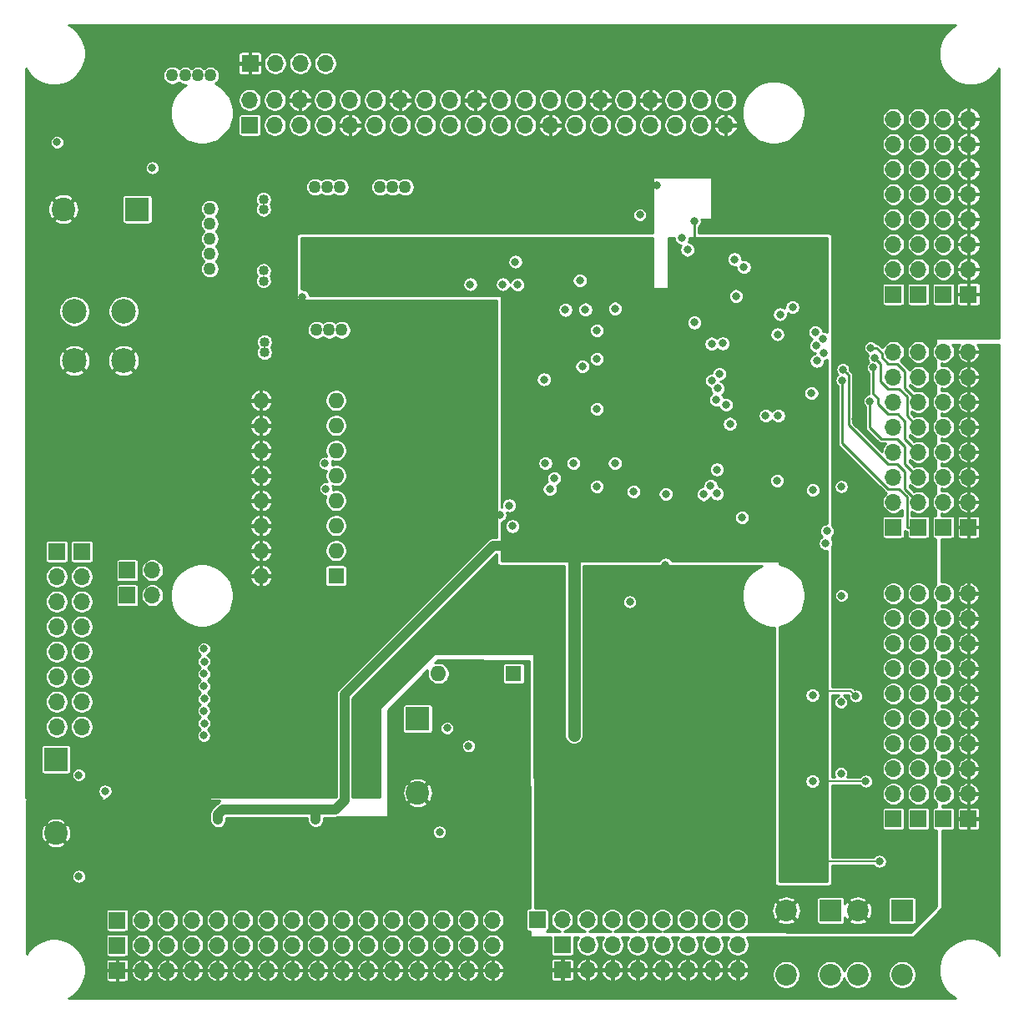
<source format=gbr>
G04 #@! TF.GenerationSoftware,KiCad,Pcbnew,5.1.5+dfsg1-2build2*
G04 #@! TF.CreationDate,2020-12-28T19:44:28-06:00*
G04 #@! TF.ProjectId,2060-ORIO2,32303630-2d4f-4524-994f-322e6b696361,rev?*
G04 #@! TF.SameCoordinates,Original*
G04 #@! TF.FileFunction,Copper,L3,Inr*
G04 #@! TF.FilePolarity,Positive*
%FSLAX46Y46*%
G04 Gerber Fmt 4.6, Leading zero omitted, Abs format (unit mm)*
G04 Created by KiCad (PCBNEW 5.1.5+dfsg1-2build2) date 2020-12-28 19:44:28*
%MOMM*%
%LPD*%
G04 APERTURE LIST*
%ADD10C,2.400000*%
%ADD11R,2.400000X2.400000*%
%ADD12O,1.700000X1.700000*%
%ADD13R,1.700000X1.700000*%
%ADD14O,1.600000X1.600000*%
%ADD15R,1.600000X1.600000*%
%ADD16C,2.500000*%
%ADD17C,2.200000*%
%ADD18R,2.200000X2.200000*%
%ADD19C,1.270000*%
%ADD20C,0.800000*%
%ADD21C,1.016000*%
%ADD22C,0.254000*%
%ADD23C,1.270000*%
%ADD24C,1.016000*%
%ADD25C,0.203200*%
G04 APERTURE END LIST*
D10*
X112400000Y-120500000D03*
D11*
X112400000Y-113000000D03*
D10*
X75700000Y-124600000D03*
D11*
X75700000Y-117100000D03*
D10*
X76452000Y-61304000D03*
D11*
X83952000Y-61304000D03*
D12*
X85476000Y-97943500D03*
D13*
X82936000Y-97943500D03*
D14*
X114495500Y-108421000D03*
D15*
X122115500Y-108421000D03*
D12*
X85476000Y-100483500D03*
D13*
X82936000Y-100483500D03*
D12*
X78313200Y-113805800D03*
X78313200Y-111265800D03*
X78313200Y-108725800D03*
X78313200Y-106185800D03*
X78313200Y-103645800D03*
X78313200Y-101105800D03*
X78313200Y-98565800D03*
D13*
X78313200Y-96025800D03*
D12*
X103020000Y-46500000D03*
X100480000Y-46500000D03*
X97940000Y-46500000D03*
D13*
X95400000Y-46500000D03*
D12*
X144835800Y-133389200D03*
X142295800Y-133389200D03*
X139755800Y-133389200D03*
X137215800Y-133389200D03*
X134675800Y-133389200D03*
X132135800Y-133389200D03*
X129595800Y-133389200D03*
X127055800Y-133389200D03*
D13*
X124515800Y-133389200D03*
D12*
X143630000Y-50230000D03*
X143630000Y-52770000D03*
X141090000Y-50230000D03*
X141090000Y-52770000D03*
X138550000Y-50230000D03*
X138550000Y-52770000D03*
X136010000Y-50230000D03*
X136010000Y-52770000D03*
X133470000Y-50230000D03*
X133470000Y-52770000D03*
X130930000Y-50230000D03*
X130930000Y-52770000D03*
X128390000Y-50230000D03*
X128390000Y-52770000D03*
X125850000Y-50230000D03*
X125850000Y-52770000D03*
X123310000Y-50230000D03*
X123310000Y-52770000D03*
X120770000Y-50230000D03*
X120770000Y-52770000D03*
X118230000Y-50230000D03*
X118230000Y-52770000D03*
X115690000Y-50230000D03*
X115690000Y-52770000D03*
X113150000Y-50230000D03*
X113150000Y-52770000D03*
X110610000Y-50230000D03*
X110610000Y-52770000D03*
X108070000Y-50230000D03*
X108070000Y-52770000D03*
X105530000Y-50230000D03*
X105530000Y-52770000D03*
X102990000Y-50230000D03*
X102990000Y-52770000D03*
X100450000Y-50230000D03*
X100450000Y-52770000D03*
X97910000Y-50230000D03*
X97910000Y-52770000D03*
X95370000Y-50230000D03*
D13*
X95370000Y-52770000D03*
D12*
X120020000Y-138520000D03*
X117480000Y-138520000D03*
X114940000Y-138520000D03*
X112400000Y-138520000D03*
X109860000Y-138520000D03*
X107320000Y-138520000D03*
X104780000Y-138520000D03*
X102240000Y-138520000D03*
X99700000Y-138520000D03*
X97160000Y-138520000D03*
X94620000Y-138520000D03*
X92080000Y-138520000D03*
X89540000Y-138520000D03*
X87000000Y-138520000D03*
X84460000Y-138520000D03*
D13*
X81920000Y-138520000D03*
D12*
X120020000Y-135980000D03*
X117480000Y-135980000D03*
X114940000Y-135980000D03*
X112400000Y-135980000D03*
X109860000Y-135980000D03*
X107320000Y-135980000D03*
X104780000Y-135980000D03*
X102240000Y-135980000D03*
X99700000Y-135980000D03*
X97160000Y-135980000D03*
X94620000Y-135980000D03*
X92080000Y-135980000D03*
X89540000Y-135980000D03*
X87000000Y-135980000D03*
X84460000Y-135980000D03*
D13*
X81920000Y-135980000D03*
D12*
X120020000Y-133440000D03*
X117480000Y-133440000D03*
X114940000Y-133440000D03*
X112400000Y-133440000D03*
X109860000Y-133440000D03*
X107320000Y-133440000D03*
X104780000Y-133440000D03*
X102240000Y-133440000D03*
X99700000Y-133440000D03*
X97160000Y-133440000D03*
X94620000Y-133440000D03*
X92080000Y-133440000D03*
X89540000Y-133440000D03*
X87000000Y-133440000D03*
X84460000Y-133440000D03*
D13*
X81920000Y-133440000D03*
D12*
X165740000Y-52160000D03*
X165740000Y-54700000D03*
X165740000Y-57240000D03*
X165740000Y-59780000D03*
X165740000Y-62320000D03*
X165740000Y-64860000D03*
X165740000Y-67400000D03*
D13*
X165740000Y-69940000D03*
D12*
X168280000Y-75782000D03*
X168280000Y-78322000D03*
X168280000Y-80862000D03*
X168280000Y-83402000D03*
X168280000Y-85942000D03*
X168280000Y-88482000D03*
X168280000Y-91022000D03*
D13*
X168280000Y-93562000D03*
D12*
X168280000Y-52160000D03*
X168280000Y-54700000D03*
X168280000Y-57240000D03*
X168280000Y-59780000D03*
X168280000Y-62320000D03*
X168280000Y-64860000D03*
X168280000Y-67400000D03*
D13*
X168280000Y-69940000D03*
D12*
X165740000Y-75782000D03*
X165740000Y-78322000D03*
X165740000Y-80862000D03*
X165740000Y-83402000D03*
X165740000Y-85942000D03*
X165740000Y-88482000D03*
X165740000Y-91022000D03*
D13*
X165740000Y-93562000D03*
D12*
X160660000Y-75782000D03*
X160660000Y-78322000D03*
X160660000Y-80862000D03*
X160660000Y-83402000D03*
X160660000Y-85942000D03*
X160660000Y-88482000D03*
X160660000Y-91022000D03*
D13*
X160660000Y-93562000D03*
D12*
X163200000Y-52160000D03*
X163200000Y-54700000D03*
X163200000Y-57240000D03*
X163200000Y-59780000D03*
X163200000Y-62320000D03*
X163200000Y-64860000D03*
X163200000Y-67400000D03*
D13*
X163200000Y-69940000D03*
D12*
X163200000Y-75782000D03*
X163200000Y-78322000D03*
X163200000Y-80862000D03*
X163200000Y-83402000D03*
X163200000Y-85942000D03*
X163200000Y-88482000D03*
X163200000Y-91022000D03*
D13*
X163200000Y-93562000D03*
D12*
X160660000Y-52160000D03*
X160660000Y-54700000D03*
X160660000Y-57240000D03*
X160660000Y-59780000D03*
X160660000Y-62320000D03*
X160660000Y-64860000D03*
X160660000Y-67400000D03*
D13*
X160660000Y-69940000D03*
D16*
X77565800Y-71656400D03*
X82565800Y-71656400D03*
X82565800Y-76656400D03*
X77565800Y-76656400D03*
D12*
X168280000Y-100293000D03*
X168280000Y-102833000D03*
X168280000Y-105373000D03*
X168280000Y-107913000D03*
X168280000Y-110453000D03*
X168280000Y-112993000D03*
X168280000Y-115533000D03*
X168280000Y-118073000D03*
X168280000Y-120613000D03*
D13*
X168280000Y-123153000D03*
D12*
X165740000Y-100293000D03*
X165740000Y-102833000D03*
X165740000Y-105373000D03*
X165740000Y-107913000D03*
X165740000Y-110453000D03*
X165740000Y-112993000D03*
X165740000Y-115533000D03*
X165740000Y-118073000D03*
X165740000Y-120613000D03*
D13*
X165740000Y-123153000D03*
D12*
X163200000Y-100293000D03*
X163200000Y-102833000D03*
X163200000Y-105373000D03*
X163200000Y-107913000D03*
X163200000Y-110453000D03*
X163200000Y-112993000D03*
X163200000Y-115533000D03*
X163200000Y-118073000D03*
X163200000Y-120613000D03*
D13*
X163200000Y-123153000D03*
D12*
X160660000Y-100293000D03*
X160660000Y-102833000D03*
X160660000Y-105373000D03*
X160660000Y-107913000D03*
X160660000Y-110453000D03*
X160660000Y-112993000D03*
X160660000Y-115533000D03*
X160660000Y-118073000D03*
X160660000Y-120613000D03*
D13*
X160660000Y-123153000D03*
D12*
X75773200Y-113805800D03*
X75773200Y-111265800D03*
X75773200Y-108725800D03*
X75773200Y-106185800D03*
X75773200Y-103645800D03*
X75773200Y-101105800D03*
X75773200Y-98565800D03*
D13*
X75773200Y-96025800D03*
D12*
X144861200Y-138469200D03*
X142321200Y-138469200D03*
X139781200Y-138469200D03*
X137241200Y-138469200D03*
X134701200Y-138469200D03*
X132161200Y-138469200D03*
X129621200Y-138469200D03*
D13*
X127081200Y-138469200D03*
D12*
X144861200Y-135929200D03*
X142321200Y-135929200D03*
X139781200Y-135929200D03*
X137241200Y-135929200D03*
X134701200Y-135929200D03*
X132161200Y-135929200D03*
X129621200Y-135929200D03*
D13*
X127081200Y-135929200D03*
D17*
X157049000Y-132449400D03*
X157049000Y-138949400D03*
X161549000Y-138949400D03*
D18*
X161549000Y-132449400D03*
D17*
X149784600Y-132449400D03*
X149784600Y-138949400D03*
X154284600Y-138949400D03*
D18*
X154284600Y-132449400D03*
D14*
X96499600Y-98489600D03*
X104119600Y-80709600D03*
X96499600Y-95949600D03*
X104119600Y-83249600D03*
X96499600Y-93409600D03*
X104119600Y-85789600D03*
X96499600Y-90869600D03*
X104119600Y-88329600D03*
X96499600Y-88329600D03*
X104119600Y-90869600D03*
X96499600Y-85789600D03*
X104119600Y-93409600D03*
X96499600Y-83249600D03*
X104119600Y-95949600D03*
X96499600Y-80709600D03*
D15*
X104119600Y-98489600D03*
D19*
X89032000Y-75782000D03*
X93858000Y-80290500D03*
D20*
X119512000Y-44794000D03*
X136453800Y-102934600D03*
X131704000Y-61685000D03*
X127386000Y-71527500D03*
X133799500Y-61621500D03*
X137927000Y-57430500D03*
X136657000Y-58891000D03*
X142562500Y-57621000D03*
X140467000Y-72797500D03*
X139197000Y-64225000D03*
X139762190Y-65426966D03*
X144073800Y-83071800D03*
X99446000Y-62828000D03*
X99446000Y-70194000D03*
X100589000Y-62828000D03*
X100652500Y-70194000D03*
X145496200Y-67196800D03*
X144531000Y-66384000D03*
X154792600Y-60618200D03*
X117962600Y-79693600D03*
X117988000Y-81649400D03*
X117962600Y-85688000D03*
X121696400Y-91352200D03*
X125201600Y-78576000D03*
X141406800Y-90234600D03*
X120705800Y-92316170D03*
X122016440Y-93468020D03*
X137564392Y-90188453D03*
X130789600Y-114847200D03*
X148899800Y-74004000D03*
X131348400Y-99334190D03*
X137139600Y-111977000D03*
X145313320Y-92591720D03*
X128021000Y-124979260D03*
X130586400Y-124971640D03*
X133144180Y-125024980D03*
X135671480Y-124979260D03*
X138211480Y-125032600D03*
X140766720Y-125014820D03*
X143233060Y-124961480D03*
X145816240Y-125007200D03*
X143243220Y-121590900D03*
X145839100Y-121623920D03*
X140743860Y-121601060D03*
X138181000Y-121644240D03*
X163784200Y-131649300D03*
X100690600Y-119343000D03*
X92130800Y-126277200D03*
X158183500Y-126137500D03*
X159072500Y-126137500D03*
X159961500Y-126137500D03*
X125354000Y-87063102D03*
X126700000Y-116050000D03*
X113162000Y-106579500D03*
X124592000Y-106770000D03*
X124592000Y-105500000D03*
X126624000Y-105500000D03*
X89844800Y-120359000D03*
X137139600Y-115075800D03*
X138155600Y-113374000D03*
X78338600Y-88202600D03*
X78262400Y-85815000D03*
X78262400Y-84545000D03*
X78262400Y-83275000D03*
X80548400Y-88228000D03*
X147706000Y-82259000D03*
X148976000Y-82259000D03*
X142753000Y-87720000D03*
X144683400Y-70117800D03*
X154564000Y-52922000D03*
X155834000Y-52922000D03*
X157154800Y-52922000D03*
X158374000Y-98134000D03*
X159644000Y-98134000D03*
X160914000Y-98134000D03*
X164216000Y-43524000D03*
X159136000Y-43524000D03*
X154056000Y-43524000D03*
X79151400Y-90260000D03*
X80167400Y-90260000D03*
X82453400Y-90260000D03*
X83342400Y-90260000D03*
X80650000Y-44794000D03*
X132415200Y-71387800D03*
X122534600Y-68974800D03*
X156850000Y-72683200D03*
X156850000Y-82589200D03*
X156850000Y-90006000D03*
X148874400Y-88837600D03*
X152481200Y-89802800D03*
X152455800Y-110630800D03*
X152455800Y-119343000D03*
X98023600Y-126429600D03*
X107828000Y-126378800D03*
X101986000Y-126429600D03*
X102628500Y-120471500D03*
X126954200Y-62218400D03*
X127843200Y-63132800D03*
X152350705Y-79970610D03*
X79621300Y-52756900D03*
X82415300Y-56160500D03*
X82440700Y-58116300D03*
X79545100Y-54992100D03*
X135666400Y-121629000D03*
X133101000Y-121629000D03*
X130535600Y-121654400D03*
X127995600Y-121654400D03*
X78529100Y-51677400D03*
X78516400Y-50026400D03*
X80678500Y-122454500D03*
X80996000Y-121375000D03*
X81821500Y-121375000D03*
X82647000Y-121375000D03*
X83472500Y-121375000D03*
X84869500Y-119978000D03*
X85758500Y-119025500D03*
X118305500Y-116866500D03*
X117598000Y-117891500D03*
X115439000Y-117891500D03*
X119131000Y-116866500D03*
X119956500Y-116866500D03*
X120782000Y-116866500D03*
X121798000Y-115469500D03*
X116781500Y-111215000D03*
X125798500Y-89688500D03*
X128211500Y-87085000D03*
X132402500Y-87085000D03*
X90000000Y-88600000D03*
X134307500Y-89942500D03*
X137546000Y-97372000D03*
X94048500Y-104649100D03*
X90644900Y-104649100D03*
X122306000Y-66638000D03*
X158120000Y-121375000D03*
X156977000Y-111723000D03*
X139832000Y-44794000D03*
X137292000Y-44794000D03*
X134752000Y-44794000D03*
X132212000Y-44794000D03*
X129672000Y-44794000D03*
X127132000Y-44794000D03*
X124592000Y-44794000D03*
X122052000Y-44794000D03*
X78516400Y-50851900D03*
X75824000Y-49112000D03*
X76713000Y-49112000D03*
X77602000Y-49112000D03*
X80777000Y-56224000D03*
X80777000Y-58129000D03*
X80777000Y-58129000D03*
X78564510Y-52496099D03*
X90000000Y-92200000D03*
X113700000Y-110200000D03*
D19*
X90238500Y-83846500D03*
D20*
X89413000Y-72226000D03*
X89349500Y-70067000D03*
D19*
X101986000Y-66282400D03*
X103256000Y-66282400D03*
X104526000Y-66231600D03*
D20*
X131722154Y-66238846D03*
X125392100Y-68009600D03*
X140467000Y-62510500D03*
X138892200Y-71438600D03*
X125201600Y-80074600D03*
X125328600Y-85586400D03*
X143896000Y-86704000D03*
X121526710Y-90176710D03*
X144023000Y-74105600D03*
X136911000Y-89472600D03*
X132908733Y-89963731D03*
X120119200Y-66642600D03*
X128249600Y-114669400D03*
X102036800Y-123254600D03*
X92131906Y-123268275D03*
X150931800Y-119444600D03*
X150931800Y-110732400D03*
X150957200Y-79896800D03*
X150957200Y-89802800D03*
X159263000Y-127471000D03*
X150742600Y-128117400D03*
X157866000Y-119343000D03*
X156850000Y-110707000D03*
D19*
X91318000Y-65825200D03*
X91318000Y-64301200D03*
X91318000Y-62777200D03*
X91318000Y-67349200D03*
X91318000Y-61253200D03*
D20*
X80687500Y-120350000D03*
X117564000Y-115766500D03*
D19*
X102138400Y-73546800D03*
X103408400Y-73546800D03*
X104678400Y-73546800D03*
D20*
X130586400Y-73597600D03*
X134942500Y-61875500D03*
X130586400Y-76505900D03*
X130586400Y-81585900D03*
X133913800Y-101131200D03*
X130586400Y-89428110D03*
X150423800Y-71260800D03*
X142219600Y-74943800D03*
X143337200Y-74918400D03*
X149153800Y-71972000D03*
X128846500Y-68543000D03*
X121036000Y-68924000D03*
X129410000Y-71472004D03*
X117734000Y-68924000D03*
X90708400Y-105906400D03*
X90732004Y-107200000D03*
X90708402Y-108446400D03*
X90708412Y-109716400D03*
X90728941Y-110986390D03*
X90700000Y-112199988D03*
X90748458Y-113457236D03*
X90700000Y-114700008D03*
D19*
X91368800Y-47740400D03*
X90098800Y-47740400D03*
X88828800Y-47740400D03*
X87508000Y-47715000D03*
D21*
X96765000Y-61315400D03*
X96855200Y-75832800D03*
X96765000Y-68579800D03*
X96765000Y-60299400D03*
X96765000Y-67541000D03*
X96855200Y-74766000D03*
D20*
X75811300Y-54509500D03*
X85476000Y-57113000D03*
X155372500Y-89455600D03*
X155389500Y-100496200D03*
X155351400Y-111316600D03*
X155336160Y-118545440D03*
X115384500Y-113945500D03*
X114613000Y-124487000D03*
X78007996Y-118708000D03*
X78004500Y-128995500D03*
X158365015Y-75361790D03*
X158751229Y-76388540D03*
X158608363Y-77381527D03*
X158292378Y-80773037D03*
X155529202Y-77560000D03*
X155459390Y-78662590D03*
D19*
X108590000Y-59043400D03*
X109860000Y-59043400D03*
X111130000Y-59043400D03*
X104526000Y-59043400D03*
X103256000Y-59043400D03*
X101986000Y-59043400D03*
D20*
X143689333Y-81155650D03*
X152887600Y-76696400D03*
X142702200Y-80633400D03*
X153598796Y-75883600D03*
X152819947Y-75161877D03*
X142835615Y-79496246D03*
X153550026Y-74475454D03*
X142238772Y-78708661D03*
X152735513Y-73779976D03*
X143007000Y-78004496D03*
X142773303Y-90163454D03*
X153802000Y-95187600D03*
X142118000Y-89371000D03*
X153954400Y-93968400D03*
X103065500Y-89675800D03*
X126268400Y-88609000D03*
X129100500Y-77242500D03*
X103002000Y-87085000D03*
D22*
X140467000Y-62510500D02*
X140467000Y-64555200D01*
D23*
X128249600Y-114669400D02*
X128249600Y-93663600D01*
D24*
X92131906Y-122702590D02*
X92651500Y-122182996D01*
X92131906Y-123268275D02*
X92131906Y-122702590D01*
X104086304Y-122182996D02*
X104957800Y-121311500D01*
X104957800Y-121311500D02*
X104957800Y-110567300D01*
X104957800Y-110567300D02*
X120045400Y-95479700D01*
X120045400Y-95479700D02*
X122090100Y-95479700D01*
X102036800Y-122254392D02*
X102036800Y-123254600D01*
X102108196Y-122182996D02*
X102036800Y-122254392D01*
X92651500Y-122182996D02*
X102108196Y-122182996D01*
X102108196Y-122182996D02*
X104086304Y-122182996D01*
D25*
X159263000Y-127471000D02*
X152659000Y-127471000D01*
X157866000Y-119343000D02*
X153548000Y-119343000D01*
X156850000Y-110707000D02*
X156342000Y-110199000D01*
X156342000Y-110199000D02*
X153421000Y-110199000D01*
D22*
X159481430Y-75912520D02*
X158930700Y-75361790D01*
X158930700Y-75361790D02*
X158365015Y-75361790D01*
X161840201Y-79439809D02*
X161840201Y-77755503D01*
X161046899Y-76962201D02*
X160093503Y-76962201D01*
X160093503Y-76962201D02*
X159481430Y-76350128D01*
X163200000Y-80799608D02*
X161840201Y-79439809D01*
X159481430Y-76350128D02*
X159481430Y-75912520D01*
X161840201Y-77755503D02*
X161046899Y-76962201D01*
X163200000Y-80862000D02*
X163200000Y-80799608D01*
X159338565Y-76975876D02*
X158751229Y-76388540D01*
X161256001Y-79502201D02*
X160093503Y-79502201D01*
X160093503Y-79502201D02*
X159338565Y-78747263D01*
X159338565Y-78747263D02*
X159338565Y-76975876D01*
X163200000Y-83402000D02*
X162019799Y-82221799D01*
X162019799Y-82221799D02*
X162019799Y-80265999D01*
X162019799Y-80265999D02*
X161256001Y-79502201D01*
X161108758Y-82104060D02*
X160155362Y-82104060D01*
X161840201Y-82835503D02*
X161108758Y-82104060D01*
X160155362Y-82104060D02*
X159082660Y-81031358D01*
X163200000Y-85942000D02*
X161840201Y-84582201D01*
X161840201Y-84582201D02*
X161840201Y-82835503D01*
X159082660Y-81031358D02*
X159082660Y-80482621D01*
X159082660Y-80482621D02*
X158608363Y-80008324D01*
X158608363Y-80008324D02*
X158608363Y-77381527D01*
X161046899Y-84582201D02*
X159427201Y-84582201D01*
X159427201Y-84582201D02*
X158247000Y-83402000D01*
X163200000Y-88482000D02*
X161840201Y-87122201D01*
X161840201Y-87122201D02*
X161840201Y-85375503D01*
X161840201Y-85375503D02*
X161046899Y-84582201D01*
X158247000Y-83402000D02*
X158247000Y-80818415D01*
X155929201Y-77959999D02*
X155529202Y-77560000D01*
X156138800Y-83167498D02*
X156138800Y-78169598D01*
X160093503Y-87122201D02*
X156138800Y-83167498D01*
X161046899Y-87122201D02*
X160093503Y-87122201D01*
X161840201Y-87915503D02*
X161046899Y-87122201D01*
X161840201Y-89662201D02*
X161840201Y-87915503D01*
X156138800Y-78169598D02*
X155929201Y-77959999D01*
X163200000Y-91022000D02*
X161840201Y-89662201D01*
X155459390Y-85028088D02*
X155459390Y-79228275D01*
X161193609Y-89662201D02*
X160093503Y-89662201D01*
X160093503Y-89662201D02*
X155459390Y-85028088D01*
X162019799Y-93485799D02*
X162019799Y-90488391D01*
X155459390Y-79228275D02*
X155459390Y-78662590D01*
X162096000Y-93562000D02*
X162019799Y-93485799D01*
X163200000Y-93562000D02*
X162096000Y-93562000D01*
X162019799Y-90488391D02*
X161193609Y-89662201D01*
G36*
X171369801Y-136995756D02*
G01*
X171359730Y-136971442D01*
X171006575Y-136442907D01*
X170557093Y-135993425D01*
X170028558Y-135640270D01*
X169441281Y-135397012D01*
X168817832Y-135273000D01*
X168182168Y-135273000D01*
X167558719Y-135397012D01*
X166971442Y-135640270D01*
X166442907Y-135993425D01*
X165993425Y-136442907D01*
X165640270Y-136971442D01*
X165397012Y-137558719D01*
X165273000Y-138182168D01*
X165273000Y-138817832D01*
X165397012Y-139441281D01*
X165640270Y-140028558D01*
X165993425Y-140557093D01*
X166442907Y-141006575D01*
X166971442Y-141359730D01*
X166995753Y-141369800D01*
X77004247Y-141369800D01*
X77028558Y-141359730D01*
X77557093Y-141006575D01*
X78006575Y-140557093D01*
X78359730Y-140028558D01*
X78602988Y-139441281D01*
X78617166Y-139370000D01*
X80738202Y-139370000D01*
X80744577Y-139434731D01*
X80763459Y-139496974D01*
X80794120Y-139554337D01*
X80835383Y-139604617D01*
X80885663Y-139645880D01*
X80943026Y-139676541D01*
X81005269Y-139695423D01*
X81070000Y-139701798D01*
X81773950Y-139700200D01*
X81856500Y-139617650D01*
X81856500Y-138583500D01*
X81983500Y-138583500D01*
X81983500Y-139617650D01*
X82066050Y-139700200D01*
X82770000Y-139701798D01*
X82834731Y-139695423D01*
X82896974Y-139676541D01*
X82954337Y-139645880D01*
X83004617Y-139604617D01*
X83045880Y-139554337D01*
X83076541Y-139496974D01*
X83095423Y-139434731D01*
X83101798Y-139370000D01*
X83100430Y-138767075D01*
X83305949Y-138767075D01*
X83376326Y-138987472D01*
X83488348Y-139189904D01*
X83637710Y-139366592D01*
X83818672Y-139510746D01*
X84024280Y-139616826D01*
X84212925Y-139674047D01*
X84396500Y-139615812D01*
X84396500Y-138583500D01*
X84523500Y-138583500D01*
X84523500Y-139615812D01*
X84707075Y-139674047D01*
X84895720Y-139616826D01*
X85101328Y-139510746D01*
X85282290Y-139366592D01*
X85431652Y-139189904D01*
X85543674Y-138987472D01*
X85614051Y-138767075D01*
X85845949Y-138767075D01*
X85916326Y-138987472D01*
X86028348Y-139189904D01*
X86177710Y-139366592D01*
X86358672Y-139510746D01*
X86564280Y-139616826D01*
X86752925Y-139674047D01*
X86936500Y-139615812D01*
X86936500Y-138583500D01*
X87063500Y-138583500D01*
X87063500Y-139615812D01*
X87247075Y-139674047D01*
X87435720Y-139616826D01*
X87641328Y-139510746D01*
X87822290Y-139366592D01*
X87971652Y-139189904D01*
X88083674Y-138987472D01*
X88154051Y-138767075D01*
X88385949Y-138767075D01*
X88456326Y-138987472D01*
X88568348Y-139189904D01*
X88717710Y-139366592D01*
X88898672Y-139510746D01*
X89104280Y-139616826D01*
X89292925Y-139674047D01*
X89476500Y-139615812D01*
X89476500Y-138583500D01*
X89603500Y-138583500D01*
X89603500Y-139615812D01*
X89787075Y-139674047D01*
X89975720Y-139616826D01*
X90181328Y-139510746D01*
X90362290Y-139366592D01*
X90511652Y-139189904D01*
X90623674Y-138987472D01*
X90694051Y-138767075D01*
X90925949Y-138767075D01*
X90996326Y-138987472D01*
X91108348Y-139189904D01*
X91257710Y-139366592D01*
X91438672Y-139510746D01*
X91644280Y-139616826D01*
X91832925Y-139674047D01*
X92016500Y-139615812D01*
X92016500Y-138583500D01*
X92143500Y-138583500D01*
X92143500Y-139615812D01*
X92327075Y-139674047D01*
X92515720Y-139616826D01*
X92721328Y-139510746D01*
X92902290Y-139366592D01*
X93051652Y-139189904D01*
X93163674Y-138987472D01*
X93234051Y-138767075D01*
X93465949Y-138767075D01*
X93536326Y-138987472D01*
X93648348Y-139189904D01*
X93797710Y-139366592D01*
X93978672Y-139510746D01*
X94184280Y-139616826D01*
X94372925Y-139674047D01*
X94556500Y-139615812D01*
X94556500Y-138583500D01*
X94683500Y-138583500D01*
X94683500Y-139615812D01*
X94867075Y-139674047D01*
X95055720Y-139616826D01*
X95261328Y-139510746D01*
X95442290Y-139366592D01*
X95591652Y-139189904D01*
X95703674Y-138987472D01*
X95774051Y-138767075D01*
X96005949Y-138767075D01*
X96076326Y-138987472D01*
X96188348Y-139189904D01*
X96337710Y-139366592D01*
X96518672Y-139510746D01*
X96724280Y-139616826D01*
X96912925Y-139674047D01*
X97096500Y-139615812D01*
X97096500Y-138583500D01*
X97223500Y-138583500D01*
X97223500Y-139615812D01*
X97407075Y-139674047D01*
X97595720Y-139616826D01*
X97801328Y-139510746D01*
X97982290Y-139366592D01*
X98131652Y-139189904D01*
X98243674Y-138987472D01*
X98314051Y-138767075D01*
X98545949Y-138767075D01*
X98616326Y-138987472D01*
X98728348Y-139189904D01*
X98877710Y-139366592D01*
X99058672Y-139510746D01*
X99264280Y-139616826D01*
X99452925Y-139674047D01*
X99636500Y-139615812D01*
X99636500Y-138583500D01*
X99763500Y-138583500D01*
X99763500Y-139615812D01*
X99947075Y-139674047D01*
X100135720Y-139616826D01*
X100341328Y-139510746D01*
X100522290Y-139366592D01*
X100671652Y-139189904D01*
X100783674Y-138987472D01*
X100854051Y-138767075D01*
X101085949Y-138767075D01*
X101156326Y-138987472D01*
X101268348Y-139189904D01*
X101417710Y-139366592D01*
X101598672Y-139510746D01*
X101804280Y-139616826D01*
X101992925Y-139674047D01*
X102176500Y-139615812D01*
X102176500Y-138583500D01*
X102303500Y-138583500D01*
X102303500Y-139615812D01*
X102487075Y-139674047D01*
X102675720Y-139616826D01*
X102881328Y-139510746D01*
X103062290Y-139366592D01*
X103211652Y-139189904D01*
X103323674Y-138987472D01*
X103394051Y-138767075D01*
X103625949Y-138767075D01*
X103696326Y-138987472D01*
X103808348Y-139189904D01*
X103957710Y-139366592D01*
X104138672Y-139510746D01*
X104344280Y-139616826D01*
X104532925Y-139674047D01*
X104716500Y-139615812D01*
X104716500Y-138583500D01*
X104843500Y-138583500D01*
X104843500Y-139615812D01*
X105027075Y-139674047D01*
X105215720Y-139616826D01*
X105421328Y-139510746D01*
X105602290Y-139366592D01*
X105751652Y-139189904D01*
X105863674Y-138987472D01*
X105934051Y-138767075D01*
X106165949Y-138767075D01*
X106236326Y-138987472D01*
X106348348Y-139189904D01*
X106497710Y-139366592D01*
X106678672Y-139510746D01*
X106884280Y-139616826D01*
X107072925Y-139674047D01*
X107256500Y-139615812D01*
X107256500Y-138583500D01*
X107383500Y-138583500D01*
X107383500Y-139615812D01*
X107567075Y-139674047D01*
X107755720Y-139616826D01*
X107961328Y-139510746D01*
X108142290Y-139366592D01*
X108291652Y-139189904D01*
X108403674Y-138987472D01*
X108474051Y-138767075D01*
X108705949Y-138767075D01*
X108776326Y-138987472D01*
X108888348Y-139189904D01*
X109037710Y-139366592D01*
X109218672Y-139510746D01*
X109424280Y-139616826D01*
X109612925Y-139674047D01*
X109796500Y-139615812D01*
X109796500Y-138583500D01*
X109923500Y-138583500D01*
X109923500Y-139615812D01*
X110107075Y-139674047D01*
X110295720Y-139616826D01*
X110501328Y-139510746D01*
X110682290Y-139366592D01*
X110831652Y-139189904D01*
X110943674Y-138987472D01*
X111014051Y-138767075D01*
X111245949Y-138767075D01*
X111316326Y-138987472D01*
X111428348Y-139189904D01*
X111577710Y-139366592D01*
X111758672Y-139510746D01*
X111964280Y-139616826D01*
X112152925Y-139674047D01*
X112336500Y-139615812D01*
X112336500Y-138583500D01*
X112463500Y-138583500D01*
X112463500Y-139615812D01*
X112647075Y-139674047D01*
X112835720Y-139616826D01*
X113041328Y-139510746D01*
X113222290Y-139366592D01*
X113371652Y-139189904D01*
X113483674Y-138987472D01*
X113554051Y-138767075D01*
X113785949Y-138767075D01*
X113856326Y-138987472D01*
X113968348Y-139189904D01*
X114117710Y-139366592D01*
X114298672Y-139510746D01*
X114504280Y-139616826D01*
X114692925Y-139674047D01*
X114876500Y-139615812D01*
X114876500Y-138583500D01*
X115003500Y-138583500D01*
X115003500Y-139615812D01*
X115187075Y-139674047D01*
X115375720Y-139616826D01*
X115581328Y-139510746D01*
X115762290Y-139366592D01*
X115911652Y-139189904D01*
X116023674Y-138987472D01*
X116094051Y-138767075D01*
X116325949Y-138767075D01*
X116396326Y-138987472D01*
X116508348Y-139189904D01*
X116657710Y-139366592D01*
X116838672Y-139510746D01*
X117044280Y-139616826D01*
X117232925Y-139674047D01*
X117416500Y-139615812D01*
X117416500Y-138583500D01*
X117543500Y-138583500D01*
X117543500Y-139615812D01*
X117727075Y-139674047D01*
X117915720Y-139616826D01*
X118121328Y-139510746D01*
X118302290Y-139366592D01*
X118451652Y-139189904D01*
X118563674Y-138987472D01*
X118634051Y-138767075D01*
X118865949Y-138767075D01*
X118936326Y-138987472D01*
X119048348Y-139189904D01*
X119197710Y-139366592D01*
X119378672Y-139510746D01*
X119584280Y-139616826D01*
X119772925Y-139674047D01*
X119956500Y-139615812D01*
X119956500Y-138583500D01*
X120083500Y-138583500D01*
X120083500Y-139615812D01*
X120267075Y-139674047D01*
X120455720Y-139616826D01*
X120661328Y-139510746D01*
X120842290Y-139366592D01*
X120882352Y-139319200D01*
X125899402Y-139319200D01*
X125905777Y-139383931D01*
X125924659Y-139446174D01*
X125955320Y-139503537D01*
X125996583Y-139553817D01*
X126046863Y-139595080D01*
X126104226Y-139625741D01*
X126166469Y-139644623D01*
X126231200Y-139650998D01*
X126935150Y-139649400D01*
X127017700Y-139566850D01*
X127017700Y-138532700D01*
X127144700Y-138532700D01*
X127144700Y-139566850D01*
X127227250Y-139649400D01*
X127931200Y-139650998D01*
X127995931Y-139644623D01*
X128058174Y-139625741D01*
X128115537Y-139595080D01*
X128165817Y-139553817D01*
X128207080Y-139503537D01*
X128237741Y-139446174D01*
X128256623Y-139383931D01*
X128262998Y-139319200D01*
X128261630Y-138716275D01*
X128467149Y-138716275D01*
X128537526Y-138936672D01*
X128649548Y-139139104D01*
X128798910Y-139315792D01*
X128979872Y-139459946D01*
X129185480Y-139566026D01*
X129374125Y-139623247D01*
X129557700Y-139565012D01*
X129557700Y-138532700D01*
X129684700Y-138532700D01*
X129684700Y-139565012D01*
X129868275Y-139623247D01*
X130056920Y-139566026D01*
X130262528Y-139459946D01*
X130443490Y-139315792D01*
X130592852Y-139139104D01*
X130704874Y-138936672D01*
X130775251Y-138716275D01*
X131007149Y-138716275D01*
X131077526Y-138936672D01*
X131189548Y-139139104D01*
X131338910Y-139315792D01*
X131519872Y-139459946D01*
X131725480Y-139566026D01*
X131914125Y-139623247D01*
X132097700Y-139565012D01*
X132097700Y-138532700D01*
X132224700Y-138532700D01*
X132224700Y-139565012D01*
X132408275Y-139623247D01*
X132596920Y-139566026D01*
X132802528Y-139459946D01*
X132983490Y-139315792D01*
X133132852Y-139139104D01*
X133244874Y-138936672D01*
X133315251Y-138716275D01*
X133547149Y-138716275D01*
X133617526Y-138936672D01*
X133729548Y-139139104D01*
X133878910Y-139315792D01*
X134059872Y-139459946D01*
X134265480Y-139566026D01*
X134454125Y-139623247D01*
X134637700Y-139565012D01*
X134637700Y-138532700D01*
X134764700Y-138532700D01*
X134764700Y-139565012D01*
X134948275Y-139623247D01*
X135136920Y-139566026D01*
X135342528Y-139459946D01*
X135523490Y-139315792D01*
X135672852Y-139139104D01*
X135784874Y-138936672D01*
X135855251Y-138716275D01*
X136087149Y-138716275D01*
X136157526Y-138936672D01*
X136269548Y-139139104D01*
X136418910Y-139315792D01*
X136599872Y-139459946D01*
X136805480Y-139566026D01*
X136994125Y-139623247D01*
X137177700Y-139565012D01*
X137177700Y-138532700D01*
X137304700Y-138532700D01*
X137304700Y-139565012D01*
X137488275Y-139623247D01*
X137676920Y-139566026D01*
X137882528Y-139459946D01*
X138063490Y-139315792D01*
X138212852Y-139139104D01*
X138324874Y-138936672D01*
X138395251Y-138716275D01*
X138627149Y-138716275D01*
X138697526Y-138936672D01*
X138809548Y-139139104D01*
X138958910Y-139315792D01*
X139139872Y-139459946D01*
X139345480Y-139566026D01*
X139534125Y-139623247D01*
X139717700Y-139565012D01*
X139717700Y-138532700D01*
X139844700Y-138532700D01*
X139844700Y-139565012D01*
X140028275Y-139623247D01*
X140216920Y-139566026D01*
X140422528Y-139459946D01*
X140603490Y-139315792D01*
X140752852Y-139139104D01*
X140864874Y-138936672D01*
X140935251Y-138716275D01*
X141167149Y-138716275D01*
X141237526Y-138936672D01*
X141349548Y-139139104D01*
X141498910Y-139315792D01*
X141679872Y-139459946D01*
X141885480Y-139566026D01*
X142074125Y-139623247D01*
X142257700Y-139565012D01*
X142257700Y-138532700D01*
X142384700Y-138532700D01*
X142384700Y-139565012D01*
X142568275Y-139623247D01*
X142756920Y-139566026D01*
X142962528Y-139459946D01*
X143143490Y-139315792D01*
X143292852Y-139139104D01*
X143404874Y-138936672D01*
X143475251Y-138716275D01*
X143707149Y-138716275D01*
X143777526Y-138936672D01*
X143889548Y-139139104D01*
X144038910Y-139315792D01*
X144219872Y-139459946D01*
X144425480Y-139566026D01*
X144614125Y-139623247D01*
X144797700Y-139565012D01*
X144797700Y-138532700D01*
X144924700Y-138532700D01*
X144924700Y-139565012D01*
X145108275Y-139623247D01*
X145296920Y-139566026D01*
X145502528Y-139459946D01*
X145683490Y-139315792D01*
X145832852Y-139139104D01*
X145944874Y-138936672D01*
X145985789Y-138808538D01*
X148354400Y-138808538D01*
X148354400Y-139090262D01*
X148409362Y-139366574D01*
X148517173Y-139626854D01*
X148673691Y-139861099D01*
X148872901Y-140060309D01*
X149107146Y-140216827D01*
X149367426Y-140324638D01*
X149643738Y-140379600D01*
X149925462Y-140379600D01*
X150201774Y-140324638D01*
X150462054Y-140216827D01*
X150696299Y-140060309D01*
X150895509Y-139861099D01*
X151052027Y-139626854D01*
X151159838Y-139366574D01*
X151214800Y-139090262D01*
X151214800Y-138808538D01*
X152854400Y-138808538D01*
X152854400Y-139090262D01*
X152909362Y-139366574D01*
X153017173Y-139626854D01*
X153173691Y-139861099D01*
X153372901Y-140060309D01*
X153607146Y-140216827D01*
X153867426Y-140324638D01*
X154143738Y-140379600D01*
X154425462Y-140379600D01*
X154701774Y-140324638D01*
X154962054Y-140216827D01*
X155196299Y-140060309D01*
X155395509Y-139861099D01*
X155552027Y-139626854D01*
X155659838Y-139366574D01*
X155666800Y-139331574D01*
X155673762Y-139366574D01*
X155781573Y-139626854D01*
X155938091Y-139861099D01*
X156137301Y-140060309D01*
X156371546Y-140216827D01*
X156631826Y-140324638D01*
X156908138Y-140379600D01*
X157189862Y-140379600D01*
X157466174Y-140324638D01*
X157726454Y-140216827D01*
X157960699Y-140060309D01*
X158159909Y-139861099D01*
X158316427Y-139626854D01*
X158424238Y-139366574D01*
X158479200Y-139090262D01*
X158479200Y-138808538D01*
X160118800Y-138808538D01*
X160118800Y-139090262D01*
X160173762Y-139366574D01*
X160281573Y-139626854D01*
X160438091Y-139861099D01*
X160637301Y-140060309D01*
X160871546Y-140216827D01*
X161131826Y-140324638D01*
X161408138Y-140379600D01*
X161689862Y-140379600D01*
X161966174Y-140324638D01*
X162226454Y-140216827D01*
X162460699Y-140060309D01*
X162659909Y-139861099D01*
X162816427Y-139626854D01*
X162924238Y-139366574D01*
X162979200Y-139090262D01*
X162979200Y-138808538D01*
X162924238Y-138532226D01*
X162816427Y-138271946D01*
X162659909Y-138037701D01*
X162460699Y-137838491D01*
X162226454Y-137681973D01*
X161966174Y-137574162D01*
X161689862Y-137519200D01*
X161408138Y-137519200D01*
X161131826Y-137574162D01*
X160871546Y-137681973D01*
X160637301Y-137838491D01*
X160438091Y-138037701D01*
X160281573Y-138271946D01*
X160173762Y-138532226D01*
X160118800Y-138808538D01*
X158479200Y-138808538D01*
X158424238Y-138532226D01*
X158316427Y-138271946D01*
X158159909Y-138037701D01*
X157960699Y-137838491D01*
X157726454Y-137681973D01*
X157466174Y-137574162D01*
X157189862Y-137519200D01*
X156908138Y-137519200D01*
X156631826Y-137574162D01*
X156371546Y-137681973D01*
X156137301Y-137838491D01*
X155938091Y-138037701D01*
X155781573Y-138271946D01*
X155673762Y-138532226D01*
X155666800Y-138567226D01*
X155659838Y-138532226D01*
X155552027Y-138271946D01*
X155395509Y-138037701D01*
X155196299Y-137838491D01*
X154962054Y-137681973D01*
X154701774Y-137574162D01*
X154425462Y-137519200D01*
X154143738Y-137519200D01*
X153867426Y-137574162D01*
X153607146Y-137681973D01*
X153372901Y-137838491D01*
X153173691Y-138037701D01*
X153017173Y-138271946D01*
X152909362Y-138532226D01*
X152854400Y-138808538D01*
X151214800Y-138808538D01*
X151159838Y-138532226D01*
X151052027Y-138271946D01*
X150895509Y-138037701D01*
X150696299Y-137838491D01*
X150462054Y-137681973D01*
X150201774Y-137574162D01*
X149925462Y-137519200D01*
X149643738Y-137519200D01*
X149367426Y-137574162D01*
X149107146Y-137681973D01*
X148872901Y-137838491D01*
X148673691Y-138037701D01*
X148517173Y-138271946D01*
X148409362Y-138532226D01*
X148354400Y-138808538D01*
X145985789Y-138808538D01*
X146015251Y-138716275D01*
X145957144Y-138532700D01*
X144924700Y-138532700D01*
X144797700Y-138532700D01*
X143765256Y-138532700D01*
X143707149Y-138716275D01*
X143475251Y-138716275D01*
X143417144Y-138532700D01*
X142384700Y-138532700D01*
X142257700Y-138532700D01*
X141225256Y-138532700D01*
X141167149Y-138716275D01*
X140935251Y-138716275D01*
X140877144Y-138532700D01*
X139844700Y-138532700D01*
X139717700Y-138532700D01*
X138685256Y-138532700D01*
X138627149Y-138716275D01*
X138395251Y-138716275D01*
X138337144Y-138532700D01*
X137304700Y-138532700D01*
X137177700Y-138532700D01*
X136145256Y-138532700D01*
X136087149Y-138716275D01*
X135855251Y-138716275D01*
X135797144Y-138532700D01*
X134764700Y-138532700D01*
X134637700Y-138532700D01*
X133605256Y-138532700D01*
X133547149Y-138716275D01*
X133315251Y-138716275D01*
X133257144Y-138532700D01*
X132224700Y-138532700D01*
X132097700Y-138532700D01*
X131065256Y-138532700D01*
X131007149Y-138716275D01*
X130775251Y-138716275D01*
X130717144Y-138532700D01*
X129684700Y-138532700D01*
X129557700Y-138532700D01*
X128525256Y-138532700D01*
X128467149Y-138716275D01*
X128261630Y-138716275D01*
X128261400Y-138615250D01*
X128178850Y-138532700D01*
X127144700Y-138532700D01*
X127017700Y-138532700D01*
X125983550Y-138532700D01*
X125901000Y-138615250D01*
X125899402Y-139319200D01*
X120882352Y-139319200D01*
X120991652Y-139189904D01*
X121103674Y-138987472D01*
X121174051Y-138767075D01*
X121115944Y-138583500D01*
X120083500Y-138583500D01*
X119956500Y-138583500D01*
X118924056Y-138583500D01*
X118865949Y-138767075D01*
X118634051Y-138767075D01*
X118575944Y-138583500D01*
X117543500Y-138583500D01*
X117416500Y-138583500D01*
X116384056Y-138583500D01*
X116325949Y-138767075D01*
X116094051Y-138767075D01*
X116035944Y-138583500D01*
X115003500Y-138583500D01*
X114876500Y-138583500D01*
X113844056Y-138583500D01*
X113785949Y-138767075D01*
X113554051Y-138767075D01*
X113495944Y-138583500D01*
X112463500Y-138583500D01*
X112336500Y-138583500D01*
X111304056Y-138583500D01*
X111245949Y-138767075D01*
X111014051Y-138767075D01*
X110955944Y-138583500D01*
X109923500Y-138583500D01*
X109796500Y-138583500D01*
X108764056Y-138583500D01*
X108705949Y-138767075D01*
X108474051Y-138767075D01*
X108415944Y-138583500D01*
X107383500Y-138583500D01*
X107256500Y-138583500D01*
X106224056Y-138583500D01*
X106165949Y-138767075D01*
X105934051Y-138767075D01*
X105875944Y-138583500D01*
X104843500Y-138583500D01*
X104716500Y-138583500D01*
X103684056Y-138583500D01*
X103625949Y-138767075D01*
X103394051Y-138767075D01*
X103335944Y-138583500D01*
X102303500Y-138583500D01*
X102176500Y-138583500D01*
X101144056Y-138583500D01*
X101085949Y-138767075D01*
X100854051Y-138767075D01*
X100795944Y-138583500D01*
X99763500Y-138583500D01*
X99636500Y-138583500D01*
X98604056Y-138583500D01*
X98545949Y-138767075D01*
X98314051Y-138767075D01*
X98255944Y-138583500D01*
X97223500Y-138583500D01*
X97096500Y-138583500D01*
X96064056Y-138583500D01*
X96005949Y-138767075D01*
X95774051Y-138767075D01*
X95715944Y-138583500D01*
X94683500Y-138583500D01*
X94556500Y-138583500D01*
X93524056Y-138583500D01*
X93465949Y-138767075D01*
X93234051Y-138767075D01*
X93175944Y-138583500D01*
X92143500Y-138583500D01*
X92016500Y-138583500D01*
X90984056Y-138583500D01*
X90925949Y-138767075D01*
X90694051Y-138767075D01*
X90635944Y-138583500D01*
X89603500Y-138583500D01*
X89476500Y-138583500D01*
X88444056Y-138583500D01*
X88385949Y-138767075D01*
X88154051Y-138767075D01*
X88095944Y-138583500D01*
X87063500Y-138583500D01*
X86936500Y-138583500D01*
X85904056Y-138583500D01*
X85845949Y-138767075D01*
X85614051Y-138767075D01*
X85555944Y-138583500D01*
X84523500Y-138583500D01*
X84396500Y-138583500D01*
X83364056Y-138583500D01*
X83305949Y-138767075D01*
X83100430Y-138767075D01*
X83100200Y-138666050D01*
X83017650Y-138583500D01*
X81983500Y-138583500D01*
X81856500Y-138583500D01*
X80822350Y-138583500D01*
X80739800Y-138666050D01*
X80738202Y-139370000D01*
X78617166Y-139370000D01*
X78727000Y-138817832D01*
X78727000Y-138182168D01*
X78625124Y-137670000D01*
X80738202Y-137670000D01*
X80739800Y-138373950D01*
X80822350Y-138456500D01*
X81856500Y-138456500D01*
X81856500Y-137422350D01*
X81983500Y-137422350D01*
X81983500Y-138456500D01*
X83017650Y-138456500D01*
X83100200Y-138373950D01*
X83100429Y-138272925D01*
X83305949Y-138272925D01*
X83364056Y-138456500D01*
X84396500Y-138456500D01*
X84396500Y-137424188D01*
X84523500Y-137424188D01*
X84523500Y-138456500D01*
X85555944Y-138456500D01*
X85614051Y-138272925D01*
X85845949Y-138272925D01*
X85904056Y-138456500D01*
X86936500Y-138456500D01*
X86936500Y-137424188D01*
X87063500Y-137424188D01*
X87063500Y-138456500D01*
X88095944Y-138456500D01*
X88154051Y-138272925D01*
X88385949Y-138272925D01*
X88444056Y-138456500D01*
X89476500Y-138456500D01*
X89476500Y-137424188D01*
X89603500Y-137424188D01*
X89603500Y-138456500D01*
X90635944Y-138456500D01*
X90694051Y-138272925D01*
X90925949Y-138272925D01*
X90984056Y-138456500D01*
X92016500Y-138456500D01*
X92016500Y-137424188D01*
X92143500Y-137424188D01*
X92143500Y-138456500D01*
X93175944Y-138456500D01*
X93234051Y-138272925D01*
X93465949Y-138272925D01*
X93524056Y-138456500D01*
X94556500Y-138456500D01*
X94556500Y-137424188D01*
X94683500Y-137424188D01*
X94683500Y-138456500D01*
X95715944Y-138456500D01*
X95774051Y-138272925D01*
X96005949Y-138272925D01*
X96064056Y-138456500D01*
X97096500Y-138456500D01*
X97096500Y-137424188D01*
X97223500Y-137424188D01*
X97223500Y-138456500D01*
X98255944Y-138456500D01*
X98314051Y-138272925D01*
X98545949Y-138272925D01*
X98604056Y-138456500D01*
X99636500Y-138456500D01*
X99636500Y-137424188D01*
X99763500Y-137424188D01*
X99763500Y-138456500D01*
X100795944Y-138456500D01*
X100854051Y-138272925D01*
X101085949Y-138272925D01*
X101144056Y-138456500D01*
X102176500Y-138456500D01*
X102176500Y-137424188D01*
X102303500Y-137424188D01*
X102303500Y-138456500D01*
X103335944Y-138456500D01*
X103394051Y-138272925D01*
X103625949Y-138272925D01*
X103684056Y-138456500D01*
X104716500Y-138456500D01*
X104716500Y-137424188D01*
X104843500Y-137424188D01*
X104843500Y-138456500D01*
X105875944Y-138456500D01*
X105934051Y-138272925D01*
X106165949Y-138272925D01*
X106224056Y-138456500D01*
X107256500Y-138456500D01*
X107256500Y-137424188D01*
X107383500Y-137424188D01*
X107383500Y-138456500D01*
X108415944Y-138456500D01*
X108474051Y-138272925D01*
X108705949Y-138272925D01*
X108764056Y-138456500D01*
X109796500Y-138456500D01*
X109796500Y-137424188D01*
X109923500Y-137424188D01*
X109923500Y-138456500D01*
X110955944Y-138456500D01*
X111014051Y-138272925D01*
X111245949Y-138272925D01*
X111304056Y-138456500D01*
X112336500Y-138456500D01*
X112336500Y-137424188D01*
X112463500Y-137424188D01*
X112463500Y-138456500D01*
X113495944Y-138456500D01*
X113554051Y-138272925D01*
X113785949Y-138272925D01*
X113844056Y-138456500D01*
X114876500Y-138456500D01*
X114876500Y-137424188D01*
X115003500Y-137424188D01*
X115003500Y-138456500D01*
X116035944Y-138456500D01*
X116094051Y-138272925D01*
X116325949Y-138272925D01*
X116384056Y-138456500D01*
X117416500Y-138456500D01*
X117416500Y-137424188D01*
X117543500Y-137424188D01*
X117543500Y-138456500D01*
X118575944Y-138456500D01*
X118634051Y-138272925D01*
X118865949Y-138272925D01*
X118924056Y-138456500D01*
X119956500Y-138456500D01*
X119956500Y-137424188D01*
X120083500Y-137424188D01*
X120083500Y-138456500D01*
X121115944Y-138456500D01*
X121174051Y-138272925D01*
X121103674Y-138052528D01*
X120991652Y-137850096D01*
X120842290Y-137673408D01*
X120774241Y-137619200D01*
X125899402Y-137619200D01*
X125901000Y-138323150D01*
X125983550Y-138405700D01*
X127017700Y-138405700D01*
X127017700Y-137371550D01*
X127144700Y-137371550D01*
X127144700Y-138405700D01*
X128178850Y-138405700D01*
X128261400Y-138323150D01*
X128261629Y-138222125D01*
X128467149Y-138222125D01*
X128525256Y-138405700D01*
X129557700Y-138405700D01*
X129557700Y-137373388D01*
X129684700Y-137373388D01*
X129684700Y-138405700D01*
X130717144Y-138405700D01*
X130775251Y-138222125D01*
X131007149Y-138222125D01*
X131065256Y-138405700D01*
X132097700Y-138405700D01*
X132097700Y-137373388D01*
X132224700Y-137373388D01*
X132224700Y-138405700D01*
X133257144Y-138405700D01*
X133315251Y-138222125D01*
X133547149Y-138222125D01*
X133605256Y-138405700D01*
X134637700Y-138405700D01*
X134637700Y-137373388D01*
X134764700Y-137373388D01*
X134764700Y-138405700D01*
X135797144Y-138405700D01*
X135855251Y-138222125D01*
X136087149Y-138222125D01*
X136145256Y-138405700D01*
X137177700Y-138405700D01*
X137177700Y-137373388D01*
X137304700Y-137373388D01*
X137304700Y-138405700D01*
X138337144Y-138405700D01*
X138395251Y-138222125D01*
X138627149Y-138222125D01*
X138685256Y-138405700D01*
X139717700Y-138405700D01*
X139717700Y-137373388D01*
X139844700Y-137373388D01*
X139844700Y-138405700D01*
X140877144Y-138405700D01*
X140935251Y-138222125D01*
X141167149Y-138222125D01*
X141225256Y-138405700D01*
X142257700Y-138405700D01*
X142257700Y-137373388D01*
X142384700Y-137373388D01*
X142384700Y-138405700D01*
X143417144Y-138405700D01*
X143475251Y-138222125D01*
X143707149Y-138222125D01*
X143765256Y-138405700D01*
X144797700Y-138405700D01*
X144797700Y-137373388D01*
X144924700Y-137373388D01*
X144924700Y-138405700D01*
X145957144Y-138405700D01*
X146015251Y-138222125D01*
X145944874Y-138001728D01*
X145832852Y-137799296D01*
X145683490Y-137622608D01*
X145502528Y-137478454D01*
X145296920Y-137372374D01*
X145108275Y-137315153D01*
X144924700Y-137373388D01*
X144797700Y-137373388D01*
X144614125Y-137315153D01*
X144425480Y-137372374D01*
X144219872Y-137478454D01*
X144038910Y-137622608D01*
X143889548Y-137799296D01*
X143777526Y-138001728D01*
X143707149Y-138222125D01*
X143475251Y-138222125D01*
X143404874Y-138001728D01*
X143292852Y-137799296D01*
X143143490Y-137622608D01*
X142962528Y-137478454D01*
X142756920Y-137372374D01*
X142568275Y-137315153D01*
X142384700Y-137373388D01*
X142257700Y-137373388D01*
X142074125Y-137315153D01*
X141885480Y-137372374D01*
X141679872Y-137478454D01*
X141498910Y-137622608D01*
X141349548Y-137799296D01*
X141237526Y-138001728D01*
X141167149Y-138222125D01*
X140935251Y-138222125D01*
X140864874Y-138001728D01*
X140752852Y-137799296D01*
X140603490Y-137622608D01*
X140422528Y-137478454D01*
X140216920Y-137372374D01*
X140028275Y-137315153D01*
X139844700Y-137373388D01*
X139717700Y-137373388D01*
X139534125Y-137315153D01*
X139345480Y-137372374D01*
X139139872Y-137478454D01*
X138958910Y-137622608D01*
X138809548Y-137799296D01*
X138697526Y-138001728D01*
X138627149Y-138222125D01*
X138395251Y-138222125D01*
X138324874Y-138001728D01*
X138212852Y-137799296D01*
X138063490Y-137622608D01*
X137882528Y-137478454D01*
X137676920Y-137372374D01*
X137488275Y-137315153D01*
X137304700Y-137373388D01*
X137177700Y-137373388D01*
X136994125Y-137315153D01*
X136805480Y-137372374D01*
X136599872Y-137478454D01*
X136418910Y-137622608D01*
X136269548Y-137799296D01*
X136157526Y-138001728D01*
X136087149Y-138222125D01*
X135855251Y-138222125D01*
X135784874Y-138001728D01*
X135672852Y-137799296D01*
X135523490Y-137622608D01*
X135342528Y-137478454D01*
X135136920Y-137372374D01*
X134948275Y-137315153D01*
X134764700Y-137373388D01*
X134637700Y-137373388D01*
X134454125Y-137315153D01*
X134265480Y-137372374D01*
X134059872Y-137478454D01*
X133878910Y-137622608D01*
X133729548Y-137799296D01*
X133617526Y-138001728D01*
X133547149Y-138222125D01*
X133315251Y-138222125D01*
X133244874Y-138001728D01*
X133132852Y-137799296D01*
X132983490Y-137622608D01*
X132802528Y-137478454D01*
X132596920Y-137372374D01*
X132408275Y-137315153D01*
X132224700Y-137373388D01*
X132097700Y-137373388D01*
X131914125Y-137315153D01*
X131725480Y-137372374D01*
X131519872Y-137478454D01*
X131338910Y-137622608D01*
X131189548Y-137799296D01*
X131077526Y-138001728D01*
X131007149Y-138222125D01*
X130775251Y-138222125D01*
X130704874Y-138001728D01*
X130592852Y-137799296D01*
X130443490Y-137622608D01*
X130262528Y-137478454D01*
X130056920Y-137372374D01*
X129868275Y-137315153D01*
X129684700Y-137373388D01*
X129557700Y-137373388D01*
X129374125Y-137315153D01*
X129185480Y-137372374D01*
X128979872Y-137478454D01*
X128798910Y-137622608D01*
X128649548Y-137799296D01*
X128537526Y-138001728D01*
X128467149Y-138222125D01*
X128261629Y-138222125D01*
X128262998Y-137619200D01*
X128256623Y-137554469D01*
X128237741Y-137492226D01*
X128207080Y-137434863D01*
X128165817Y-137384583D01*
X128115537Y-137343320D01*
X128058174Y-137312659D01*
X127995931Y-137293777D01*
X127931200Y-137287402D01*
X127227250Y-137289000D01*
X127144700Y-137371550D01*
X127017700Y-137371550D01*
X126935150Y-137289000D01*
X126231200Y-137287402D01*
X126166469Y-137293777D01*
X126104226Y-137312659D01*
X126046863Y-137343320D01*
X125996583Y-137384583D01*
X125955320Y-137434863D01*
X125924659Y-137492226D01*
X125905777Y-137554469D01*
X125899402Y-137619200D01*
X120774241Y-137619200D01*
X120661328Y-137529254D01*
X120455720Y-137423174D01*
X120267075Y-137365953D01*
X120083500Y-137424188D01*
X119956500Y-137424188D01*
X119772925Y-137365953D01*
X119584280Y-137423174D01*
X119378672Y-137529254D01*
X119197710Y-137673408D01*
X119048348Y-137850096D01*
X118936326Y-138052528D01*
X118865949Y-138272925D01*
X118634051Y-138272925D01*
X118563674Y-138052528D01*
X118451652Y-137850096D01*
X118302290Y-137673408D01*
X118121328Y-137529254D01*
X117915720Y-137423174D01*
X117727075Y-137365953D01*
X117543500Y-137424188D01*
X117416500Y-137424188D01*
X117232925Y-137365953D01*
X117044280Y-137423174D01*
X116838672Y-137529254D01*
X116657710Y-137673408D01*
X116508348Y-137850096D01*
X116396326Y-138052528D01*
X116325949Y-138272925D01*
X116094051Y-138272925D01*
X116023674Y-138052528D01*
X115911652Y-137850096D01*
X115762290Y-137673408D01*
X115581328Y-137529254D01*
X115375720Y-137423174D01*
X115187075Y-137365953D01*
X115003500Y-137424188D01*
X114876500Y-137424188D01*
X114692925Y-137365953D01*
X114504280Y-137423174D01*
X114298672Y-137529254D01*
X114117710Y-137673408D01*
X113968348Y-137850096D01*
X113856326Y-138052528D01*
X113785949Y-138272925D01*
X113554051Y-138272925D01*
X113483674Y-138052528D01*
X113371652Y-137850096D01*
X113222290Y-137673408D01*
X113041328Y-137529254D01*
X112835720Y-137423174D01*
X112647075Y-137365953D01*
X112463500Y-137424188D01*
X112336500Y-137424188D01*
X112152925Y-137365953D01*
X111964280Y-137423174D01*
X111758672Y-137529254D01*
X111577710Y-137673408D01*
X111428348Y-137850096D01*
X111316326Y-138052528D01*
X111245949Y-138272925D01*
X111014051Y-138272925D01*
X110943674Y-138052528D01*
X110831652Y-137850096D01*
X110682290Y-137673408D01*
X110501328Y-137529254D01*
X110295720Y-137423174D01*
X110107075Y-137365953D01*
X109923500Y-137424188D01*
X109796500Y-137424188D01*
X109612925Y-137365953D01*
X109424280Y-137423174D01*
X109218672Y-137529254D01*
X109037710Y-137673408D01*
X108888348Y-137850096D01*
X108776326Y-138052528D01*
X108705949Y-138272925D01*
X108474051Y-138272925D01*
X108403674Y-138052528D01*
X108291652Y-137850096D01*
X108142290Y-137673408D01*
X107961328Y-137529254D01*
X107755720Y-137423174D01*
X107567075Y-137365953D01*
X107383500Y-137424188D01*
X107256500Y-137424188D01*
X107072925Y-137365953D01*
X106884280Y-137423174D01*
X106678672Y-137529254D01*
X106497710Y-137673408D01*
X106348348Y-137850096D01*
X106236326Y-138052528D01*
X106165949Y-138272925D01*
X105934051Y-138272925D01*
X105863674Y-138052528D01*
X105751652Y-137850096D01*
X105602290Y-137673408D01*
X105421328Y-137529254D01*
X105215720Y-137423174D01*
X105027075Y-137365953D01*
X104843500Y-137424188D01*
X104716500Y-137424188D01*
X104532925Y-137365953D01*
X104344280Y-137423174D01*
X104138672Y-137529254D01*
X103957710Y-137673408D01*
X103808348Y-137850096D01*
X103696326Y-138052528D01*
X103625949Y-138272925D01*
X103394051Y-138272925D01*
X103323674Y-138052528D01*
X103211652Y-137850096D01*
X103062290Y-137673408D01*
X102881328Y-137529254D01*
X102675720Y-137423174D01*
X102487075Y-137365953D01*
X102303500Y-137424188D01*
X102176500Y-137424188D01*
X101992925Y-137365953D01*
X101804280Y-137423174D01*
X101598672Y-137529254D01*
X101417710Y-137673408D01*
X101268348Y-137850096D01*
X101156326Y-138052528D01*
X101085949Y-138272925D01*
X100854051Y-138272925D01*
X100783674Y-138052528D01*
X100671652Y-137850096D01*
X100522290Y-137673408D01*
X100341328Y-137529254D01*
X100135720Y-137423174D01*
X99947075Y-137365953D01*
X99763500Y-137424188D01*
X99636500Y-137424188D01*
X99452925Y-137365953D01*
X99264280Y-137423174D01*
X99058672Y-137529254D01*
X98877710Y-137673408D01*
X98728348Y-137850096D01*
X98616326Y-138052528D01*
X98545949Y-138272925D01*
X98314051Y-138272925D01*
X98243674Y-138052528D01*
X98131652Y-137850096D01*
X97982290Y-137673408D01*
X97801328Y-137529254D01*
X97595720Y-137423174D01*
X97407075Y-137365953D01*
X97223500Y-137424188D01*
X97096500Y-137424188D01*
X96912925Y-137365953D01*
X96724280Y-137423174D01*
X96518672Y-137529254D01*
X96337710Y-137673408D01*
X96188348Y-137850096D01*
X96076326Y-138052528D01*
X96005949Y-138272925D01*
X95774051Y-138272925D01*
X95703674Y-138052528D01*
X95591652Y-137850096D01*
X95442290Y-137673408D01*
X95261328Y-137529254D01*
X95055720Y-137423174D01*
X94867075Y-137365953D01*
X94683500Y-137424188D01*
X94556500Y-137424188D01*
X94372925Y-137365953D01*
X94184280Y-137423174D01*
X93978672Y-137529254D01*
X93797710Y-137673408D01*
X93648348Y-137850096D01*
X93536326Y-138052528D01*
X93465949Y-138272925D01*
X93234051Y-138272925D01*
X93163674Y-138052528D01*
X93051652Y-137850096D01*
X92902290Y-137673408D01*
X92721328Y-137529254D01*
X92515720Y-137423174D01*
X92327075Y-137365953D01*
X92143500Y-137424188D01*
X92016500Y-137424188D01*
X91832925Y-137365953D01*
X91644280Y-137423174D01*
X91438672Y-137529254D01*
X91257710Y-137673408D01*
X91108348Y-137850096D01*
X90996326Y-138052528D01*
X90925949Y-138272925D01*
X90694051Y-138272925D01*
X90623674Y-138052528D01*
X90511652Y-137850096D01*
X90362290Y-137673408D01*
X90181328Y-137529254D01*
X89975720Y-137423174D01*
X89787075Y-137365953D01*
X89603500Y-137424188D01*
X89476500Y-137424188D01*
X89292925Y-137365953D01*
X89104280Y-137423174D01*
X88898672Y-137529254D01*
X88717710Y-137673408D01*
X88568348Y-137850096D01*
X88456326Y-138052528D01*
X88385949Y-138272925D01*
X88154051Y-138272925D01*
X88083674Y-138052528D01*
X87971652Y-137850096D01*
X87822290Y-137673408D01*
X87641328Y-137529254D01*
X87435720Y-137423174D01*
X87247075Y-137365953D01*
X87063500Y-137424188D01*
X86936500Y-137424188D01*
X86752925Y-137365953D01*
X86564280Y-137423174D01*
X86358672Y-137529254D01*
X86177710Y-137673408D01*
X86028348Y-137850096D01*
X85916326Y-138052528D01*
X85845949Y-138272925D01*
X85614051Y-138272925D01*
X85543674Y-138052528D01*
X85431652Y-137850096D01*
X85282290Y-137673408D01*
X85101328Y-137529254D01*
X84895720Y-137423174D01*
X84707075Y-137365953D01*
X84523500Y-137424188D01*
X84396500Y-137424188D01*
X84212925Y-137365953D01*
X84024280Y-137423174D01*
X83818672Y-137529254D01*
X83637710Y-137673408D01*
X83488348Y-137850096D01*
X83376326Y-138052528D01*
X83305949Y-138272925D01*
X83100429Y-138272925D01*
X83101798Y-137670000D01*
X83095423Y-137605269D01*
X83076541Y-137543026D01*
X83045880Y-137485663D01*
X83004617Y-137435383D01*
X82954337Y-137394120D01*
X82896974Y-137363459D01*
X82834731Y-137344577D01*
X82770000Y-137338202D01*
X82066050Y-137339800D01*
X81983500Y-137422350D01*
X81856500Y-137422350D01*
X81773950Y-137339800D01*
X81070000Y-137338202D01*
X81005269Y-137344577D01*
X80943026Y-137363459D01*
X80885663Y-137394120D01*
X80835383Y-137435383D01*
X80794120Y-137485663D01*
X80763459Y-137543026D01*
X80744577Y-137605269D01*
X80738202Y-137670000D01*
X78625124Y-137670000D01*
X78602988Y-137558719D01*
X78359730Y-136971442D01*
X78006575Y-136442907D01*
X77557093Y-135993425D01*
X77028558Y-135640270D01*
X76441281Y-135397012D01*
X75817832Y-135273000D01*
X75182168Y-135273000D01*
X74558719Y-135397012D01*
X73971442Y-135640270D01*
X73442907Y-135993425D01*
X72993425Y-136442907D01*
X72711818Y-136864362D01*
X72714801Y-135130000D01*
X80738203Y-135130000D01*
X80738203Y-136830000D01*
X80744578Y-136894730D01*
X80763460Y-136956973D01*
X80794121Y-137014337D01*
X80835384Y-137064616D01*
X80885663Y-137105879D01*
X80943027Y-137136540D01*
X81005270Y-137155422D01*
X81070000Y-137161797D01*
X82770000Y-137161797D01*
X82834730Y-137155422D01*
X82896973Y-137136540D01*
X82954337Y-137105879D01*
X83004616Y-137064616D01*
X83045879Y-137014337D01*
X83076540Y-136956973D01*
X83095422Y-136894730D01*
X83101797Y-136830000D01*
X83101797Y-135863760D01*
X83279800Y-135863760D01*
X83279800Y-136096240D01*
X83325155Y-136324252D01*
X83414121Y-136539034D01*
X83543279Y-136732333D01*
X83707667Y-136896721D01*
X83900966Y-137025879D01*
X84115748Y-137114845D01*
X84343760Y-137160200D01*
X84576240Y-137160200D01*
X84804252Y-137114845D01*
X85019034Y-137025879D01*
X85212333Y-136896721D01*
X85376721Y-136732333D01*
X85505879Y-136539034D01*
X85594845Y-136324252D01*
X85640200Y-136096240D01*
X85640200Y-135863760D01*
X85819800Y-135863760D01*
X85819800Y-136096240D01*
X85865155Y-136324252D01*
X85954121Y-136539034D01*
X86083279Y-136732333D01*
X86247667Y-136896721D01*
X86440966Y-137025879D01*
X86655748Y-137114845D01*
X86883760Y-137160200D01*
X87116240Y-137160200D01*
X87344252Y-137114845D01*
X87559034Y-137025879D01*
X87752333Y-136896721D01*
X87916721Y-136732333D01*
X88045879Y-136539034D01*
X88134845Y-136324252D01*
X88180200Y-136096240D01*
X88180200Y-135863760D01*
X88359800Y-135863760D01*
X88359800Y-136096240D01*
X88405155Y-136324252D01*
X88494121Y-136539034D01*
X88623279Y-136732333D01*
X88787667Y-136896721D01*
X88980966Y-137025879D01*
X89195748Y-137114845D01*
X89423760Y-137160200D01*
X89656240Y-137160200D01*
X89884252Y-137114845D01*
X90099034Y-137025879D01*
X90292333Y-136896721D01*
X90456721Y-136732333D01*
X90585879Y-136539034D01*
X90674845Y-136324252D01*
X90720200Y-136096240D01*
X90720200Y-135863760D01*
X90899800Y-135863760D01*
X90899800Y-136096240D01*
X90945155Y-136324252D01*
X91034121Y-136539034D01*
X91163279Y-136732333D01*
X91327667Y-136896721D01*
X91520966Y-137025879D01*
X91735748Y-137114845D01*
X91963760Y-137160200D01*
X92196240Y-137160200D01*
X92424252Y-137114845D01*
X92639034Y-137025879D01*
X92832333Y-136896721D01*
X92996721Y-136732333D01*
X93125879Y-136539034D01*
X93214845Y-136324252D01*
X93260200Y-136096240D01*
X93260200Y-135863760D01*
X93439800Y-135863760D01*
X93439800Y-136096240D01*
X93485155Y-136324252D01*
X93574121Y-136539034D01*
X93703279Y-136732333D01*
X93867667Y-136896721D01*
X94060966Y-137025879D01*
X94275748Y-137114845D01*
X94503760Y-137160200D01*
X94736240Y-137160200D01*
X94964252Y-137114845D01*
X95179034Y-137025879D01*
X95372333Y-136896721D01*
X95536721Y-136732333D01*
X95665879Y-136539034D01*
X95754845Y-136324252D01*
X95800200Y-136096240D01*
X95800200Y-135863760D01*
X95979800Y-135863760D01*
X95979800Y-136096240D01*
X96025155Y-136324252D01*
X96114121Y-136539034D01*
X96243279Y-136732333D01*
X96407667Y-136896721D01*
X96600966Y-137025879D01*
X96815748Y-137114845D01*
X97043760Y-137160200D01*
X97276240Y-137160200D01*
X97504252Y-137114845D01*
X97719034Y-137025879D01*
X97912333Y-136896721D01*
X98076721Y-136732333D01*
X98205879Y-136539034D01*
X98294845Y-136324252D01*
X98340200Y-136096240D01*
X98340200Y-135863760D01*
X98519800Y-135863760D01*
X98519800Y-136096240D01*
X98565155Y-136324252D01*
X98654121Y-136539034D01*
X98783279Y-136732333D01*
X98947667Y-136896721D01*
X99140966Y-137025879D01*
X99355748Y-137114845D01*
X99583760Y-137160200D01*
X99816240Y-137160200D01*
X100044252Y-137114845D01*
X100259034Y-137025879D01*
X100452333Y-136896721D01*
X100616721Y-136732333D01*
X100745879Y-136539034D01*
X100834845Y-136324252D01*
X100880200Y-136096240D01*
X100880200Y-135863760D01*
X101059800Y-135863760D01*
X101059800Y-136096240D01*
X101105155Y-136324252D01*
X101194121Y-136539034D01*
X101323279Y-136732333D01*
X101487667Y-136896721D01*
X101680966Y-137025879D01*
X101895748Y-137114845D01*
X102123760Y-137160200D01*
X102356240Y-137160200D01*
X102584252Y-137114845D01*
X102799034Y-137025879D01*
X102992333Y-136896721D01*
X103156721Y-136732333D01*
X103285879Y-136539034D01*
X103374845Y-136324252D01*
X103420200Y-136096240D01*
X103420200Y-135863760D01*
X103599800Y-135863760D01*
X103599800Y-136096240D01*
X103645155Y-136324252D01*
X103734121Y-136539034D01*
X103863279Y-136732333D01*
X104027667Y-136896721D01*
X104220966Y-137025879D01*
X104435748Y-137114845D01*
X104663760Y-137160200D01*
X104896240Y-137160200D01*
X105124252Y-137114845D01*
X105339034Y-137025879D01*
X105532333Y-136896721D01*
X105696721Y-136732333D01*
X105825879Y-136539034D01*
X105914845Y-136324252D01*
X105960200Y-136096240D01*
X105960200Y-135863760D01*
X106139800Y-135863760D01*
X106139800Y-136096240D01*
X106185155Y-136324252D01*
X106274121Y-136539034D01*
X106403279Y-136732333D01*
X106567667Y-136896721D01*
X106760966Y-137025879D01*
X106975748Y-137114845D01*
X107203760Y-137160200D01*
X107436240Y-137160200D01*
X107664252Y-137114845D01*
X107879034Y-137025879D01*
X108072333Y-136896721D01*
X108236721Y-136732333D01*
X108365879Y-136539034D01*
X108454845Y-136324252D01*
X108500200Y-136096240D01*
X108500200Y-135863760D01*
X108679800Y-135863760D01*
X108679800Y-136096240D01*
X108725155Y-136324252D01*
X108814121Y-136539034D01*
X108943279Y-136732333D01*
X109107667Y-136896721D01*
X109300966Y-137025879D01*
X109515748Y-137114845D01*
X109743760Y-137160200D01*
X109976240Y-137160200D01*
X110204252Y-137114845D01*
X110419034Y-137025879D01*
X110612333Y-136896721D01*
X110776721Y-136732333D01*
X110905879Y-136539034D01*
X110994845Y-136324252D01*
X111040200Y-136096240D01*
X111040200Y-135863760D01*
X111219800Y-135863760D01*
X111219800Y-136096240D01*
X111265155Y-136324252D01*
X111354121Y-136539034D01*
X111483279Y-136732333D01*
X111647667Y-136896721D01*
X111840966Y-137025879D01*
X112055748Y-137114845D01*
X112283760Y-137160200D01*
X112516240Y-137160200D01*
X112744252Y-137114845D01*
X112959034Y-137025879D01*
X113152333Y-136896721D01*
X113316721Y-136732333D01*
X113445879Y-136539034D01*
X113534845Y-136324252D01*
X113580200Y-136096240D01*
X113580200Y-135863760D01*
X113759800Y-135863760D01*
X113759800Y-136096240D01*
X113805155Y-136324252D01*
X113894121Y-136539034D01*
X114023279Y-136732333D01*
X114187667Y-136896721D01*
X114380966Y-137025879D01*
X114595748Y-137114845D01*
X114823760Y-137160200D01*
X115056240Y-137160200D01*
X115284252Y-137114845D01*
X115499034Y-137025879D01*
X115692333Y-136896721D01*
X115856721Y-136732333D01*
X115985879Y-136539034D01*
X116074845Y-136324252D01*
X116120200Y-136096240D01*
X116120200Y-135863760D01*
X116299800Y-135863760D01*
X116299800Y-136096240D01*
X116345155Y-136324252D01*
X116434121Y-136539034D01*
X116563279Y-136732333D01*
X116727667Y-136896721D01*
X116920966Y-137025879D01*
X117135748Y-137114845D01*
X117363760Y-137160200D01*
X117596240Y-137160200D01*
X117824252Y-137114845D01*
X118039034Y-137025879D01*
X118232333Y-136896721D01*
X118396721Y-136732333D01*
X118525879Y-136539034D01*
X118614845Y-136324252D01*
X118660200Y-136096240D01*
X118660200Y-135863760D01*
X118839800Y-135863760D01*
X118839800Y-136096240D01*
X118885155Y-136324252D01*
X118974121Y-136539034D01*
X119103279Y-136732333D01*
X119267667Y-136896721D01*
X119460966Y-137025879D01*
X119675748Y-137114845D01*
X119903760Y-137160200D01*
X120136240Y-137160200D01*
X120364252Y-137114845D01*
X120579034Y-137025879D01*
X120772333Y-136896721D01*
X120936721Y-136732333D01*
X121065879Y-136539034D01*
X121154845Y-136324252D01*
X121200200Y-136096240D01*
X121200200Y-135863760D01*
X121154845Y-135635748D01*
X121065879Y-135420966D01*
X120936721Y-135227667D01*
X120772333Y-135063279D01*
X120579034Y-134934121D01*
X120364252Y-134845155D01*
X120136240Y-134799800D01*
X119903760Y-134799800D01*
X119675748Y-134845155D01*
X119460966Y-134934121D01*
X119267667Y-135063279D01*
X119103279Y-135227667D01*
X118974121Y-135420966D01*
X118885155Y-135635748D01*
X118839800Y-135863760D01*
X118660200Y-135863760D01*
X118614845Y-135635748D01*
X118525879Y-135420966D01*
X118396721Y-135227667D01*
X118232333Y-135063279D01*
X118039034Y-134934121D01*
X117824252Y-134845155D01*
X117596240Y-134799800D01*
X117363760Y-134799800D01*
X117135748Y-134845155D01*
X116920966Y-134934121D01*
X116727667Y-135063279D01*
X116563279Y-135227667D01*
X116434121Y-135420966D01*
X116345155Y-135635748D01*
X116299800Y-135863760D01*
X116120200Y-135863760D01*
X116074845Y-135635748D01*
X115985879Y-135420966D01*
X115856721Y-135227667D01*
X115692333Y-135063279D01*
X115499034Y-134934121D01*
X115284252Y-134845155D01*
X115056240Y-134799800D01*
X114823760Y-134799800D01*
X114595748Y-134845155D01*
X114380966Y-134934121D01*
X114187667Y-135063279D01*
X114023279Y-135227667D01*
X113894121Y-135420966D01*
X113805155Y-135635748D01*
X113759800Y-135863760D01*
X113580200Y-135863760D01*
X113534845Y-135635748D01*
X113445879Y-135420966D01*
X113316721Y-135227667D01*
X113152333Y-135063279D01*
X112959034Y-134934121D01*
X112744252Y-134845155D01*
X112516240Y-134799800D01*
X112283760Y-134799800D01*
X112055748Y-134845155D01*
X111840966Y-134934121D01*
X111647667Y-135063279D01*
X111483279Y-135227667D01*
X111354121Y-135420966D01*
X111265155Y-135635748D01*
X111219800Y-135863760D01*
X111040200Y-135863760D01*
X110994845Y-135635748D01*
X110905879Y-135420966D01*
X110776721Y-135227667D01*
X110612333Y-135063279D01*
X110419034Y-134934121D01*
X110204252Y-134845155D01*
X109976240Y-134799800D01*
X109743760Y-134799800D01*
X109515748Y-134845155D01*
X109300966Y-134934121D01*
X109107667Y-135063279D01*
X108943279Y-135227667D01*
X108814121Y-135420966D01*
X108725155Y-135635748D01*
X108679800Y-135863760D01*
X108500200Y-135863760D01*
X108454845Y-135635748D01*
X108365879Y-135420966D01*
X108236721Y-135227667D01*
X108072333Y-135063279D01*
X107879034Y-134934121D01*
X107664252Y-134845155D01*
X107436240Y-134799800D01*
X107203760Y-134799800D01*
X106975748Y-134845155D01*
X106760966Y-134934121D01*
X106567667Y-135063279D01*
X106403279Y-135227667D01*
X106274121Y-135420966D01*
X106185155Y-135635748D01*
X106139800Y-135863760D01*
X105960200Y-135863760D01*
X105914845Y-135635748D01*
X105825879Y-135420966D01*
X105696721Y-135227667D01*
X105532333Y-135063279D01*
X105339034Y-134934121D01*
X105124252Y-134845155D01*
X104896240Y-134799800D01*
X104663760Y-134799800D01*
X104435748Y-134845155D01*
X104220966Y-134934121D01*
X104027667Y-135063279D01*
X103863279Y-135227667D01*
X103734121Y-135420966D01*
X103645155Y-135635748D01*
X103599800Y-135863760D01*
X103420200Y-135863760D01*
X103374845Y-135635748D01*
X103285879Y-135420966D01*
X103156721Y-135227667D01*
X102992333Y-135063279D01*
X102799034Y-134934121D01*
X102584252Y-134845155D01*
X102356240Y-134799800D01*
X102123760Y-134799800D01*
X101895748Y-134845155D01*
X101680966Y-134934121D01*
X101487667Y-135063279D01*
X101323279Y-135227667D01*
X101194121Y-135420966D01*
X101105155Y-135635748D01*
X101059800Y-135863760D01*
X100880200Y-135863760D01*
X100834845Y-135635748D01*
X100745879Y-135420966D01*
X100616721Y-135227667D01*
X100452333Y-135063279D01*
X100259034Y-134934121D01*
X100044252Y-134845155D01*
X99816240Y-134799800D01*
X99583760Y-134799800D01*
X99355748Y-134845155D01*
X99140966Y-134934121D01*
X98947667Y-135063279D01*
X98783279Y-135227667D01*
X98654121Y-135420966D01*
X98565155Y-135635748D01*
X98519800Y-135863760D01*
X98340200Y-135863760D01*
X98294845Y-135635748D01*
X98205879Y-135420966D01*
X98076721Y-135227667D01*
X97912333Y-135063279D01*
X97719034Y-134934121D01*
X97504252Y-134845155D01*
X97276240Y-134799800D01*
X97043760Y-134799800D01*
X96815748Y-134845155D01*
X96600966Y-134934121D01*
X96407667Y-135063279D01*
X96243279Y-135227667D01*
X96114121Y-135420966D01*
X96025155Y-135635748D01*
X95979800Y-135863760D01*
X95800200Y-135863760D01*
X95754845Y-135635748D01*
X95665879Y-135420966D01*
X95536721Y-135227667D01*
X95372333Y-135063279D01*
X95179034Y-134934121D01*
X94964252Y-134845155D01*
X94736240Y-134799800D01*
X94503760Y-134799800D01*
X94275748Y-134845155D01*
X94060966Y-134934121D01*
X93867667Y-135063279D01*
X93703279Y-135227667D01*
X93574121Y-135420966D01*
X93485155Y-135635748D01*
X93439800Y-135863760D01*
X93260200Y-135863760D01*
X93214845Y-135635748D01*
X93125879Y-135420966D01*
X92996721Y-135227667D01*
X92832333Y-135063279D01*
X92639034Y-134934121D01*
X92424252Y-134845155D01*
X92196240Y-134799800D01*
X91963760Y-134799800D01*
X91735748Y-134845155D01*
X91520966Y-134934121D01*
X91327667Y-135063279D01*
X91163279Y-135227667D01*
X91034121Y-135420966D01*
X90945155Y-135635748D01*
X90899800Y-135863760D01*
X90720200Y-135863760D01*
X90674845Y-135635748D01*
X90585879Y-135420966D01*
X90456721Y-135227667D01*
X90292333Y-135063279D01*
X90099034Y-134934121D01*
X89884252Y-134845155D01*
X89656240Y-134799800D01*
X89423760Y-134799800D01*
X89195748Y-134845155D01*
X88980966Y-134934121D01*
X88787667Y-135063279D01*
X88623279Y-135227667D01*
X88494121Y-135420966D01*
X88405155Y-135635748D01*
X88359800Y-135863760D01*
X88180200Y-135863760D01*
X88134845Y-135635748D01*
X88045879Y-135420966D01*
X87916721Y-135227667D01*
X87752333Y-135063279D01*
X87559034Y-134934121D01*
X87344252Y-134845155D01*
X87116240Y-134799800D01*
X86883760Y-134799800D01*
X86655748Y-134845155D01*
X86440966Y-134934121D01*
X86247667Y-135063279D01*
X86083279Y-135227667D01*
X85954121Y-135420966D01*
X85865155Y-135635748D01*
X85819800Y-135863760D01*
X85640200Y-135863760D01*
X85594845Y-135635748D01*
X85505879Y-135420966D01*
X85376721Y-135227667D01*
X85212333Y-135063279D01*
X85019034Y-134934121D01*
X84804252Y-134845155D01*
X84576240Y-134799800D01*
X84343760Y-134799800D01*
X84115748Y-134845155D01*
X83900966Y-134934121D01*
X83707667Y-135063279D01*
X83543279Y-135227667D01*
X83414121Y-135420966D01*
X83325155Y-135635748D01*
X83279800Y-135863760D01*
X83101797Y-135863760D01*
X83101797Y-135130000D01*
X83095422Y-135065270D01*
X83076540Y-135003027D01*
X83045879Y-134945663D01*
X83004616Y-134895384D01*
X82954337Y-134854121D01*
X82896973Y-134823460D01*
X82834730Y-134804578D01*
X82770000Y-134798203D01*
X81070000Y-134798203D01*
X81005270Y-134804578D01*
X80943027Y-134823460D01*
X80885663Y-134854121D01*
X80835384Y-134895384D01*
X80794121Y-134945663D01*
X80763460Y-135003027D01*
X80744578Y-135065270D01*
X80738203Y-135130000D01*
X72714801Y-135130000D01*
X72719170Y-132590000D01*
X80738203Y-132590000D01*
X80738203Y-134290000D01*
X80744578Y-134354730D01*
X80763460Y-134416973D01*
X80794121Y-134474337D01*
X80835384Y-134524616D01*
X80885663Y-134565879D01*
X80943027Y-134596540D01*
X81005270Y-134615422D01*
X81070000Y-134621797D01*
X82770000Y-134621797D01*
X82834730Y-134615422D01*
X82896973Y-134596540D01*
X82954337Y-134565879D01*
X83004616Y-134524616D01*
X83045879Y-134474337D01*
X83076540Y-134416973D01*
X83095422Y-134354730D01*
X83101797Y-134290000D01*
X83101797Y-133323760D01*
X83279800Y-133323760D01*
X83279800Y-133556240D01*
X83325155Y-133784252D01*
X83414121Y-133999034D01*
X83543279Y-134192333D01*
X83707667Y-134356721D01*
X83900966Y-134485879D01*
X84115748Y-134574845D01*
X84343760Y-134620200D01*
X84576240Y-134620200D01*
X84804252Y-134574845D01*
X85019034Y-134485879D01*
X85212333Y-134356721D01*
X85376721Y-134192333D01*
X85505879Y-133999034D01*
X85594845Y-133784252D01*
X85640200Y-133556240D01*
X85640200Y-133323760D01*
X85819800Y-133323760D01*
X85819800Y-133556240D01*
X85865155Y-133784252D01*
X85954121Y-133999034D01*
X86083279Y-134192333D01*
X86247667Y-134356721D01*
X86440966Y-134485879D01*
X86655748Y-134574845D01*
X86883760Y-134620200D01*
X87116240Y-134620200D01*
X87344252Y-134574845D01*
X87559034Y-134485879D01*
X87752333Y-134356721D01*
X87916721Y-134192333D01*
X88045879Y-133999034D01*
X88134845Y-133784252D01*
X88180200Y-133556240D01*
X88180200Y-133323760D01*
X88359800Y-133323760D01*
X88359800Y-133556240D01*
X88405155Y-133784252D01*
X88494121Y-133999034D01*
X88623279Y-134192333D01*
X88787667Y-134356721D01*
X88980966Y-134485879D01*
X89195748Y-134574845D01*
X89423760Y-134620200D01*
X89656240Y-134620200D01*
X89884252Y-134574845D01*
X90099034Y-134485879D01*
X90292333Y-134356721D01*
X90456721Y-134192333D01*
X90585879Y-133999034D01*
X90674845Y-133784252D01*
X90720200Y-133556240D01*
X90720200Y-133323760D01*
X90899800Y-133323760D01*
X90899800Y-133556240D01*
X90945155Y-133784252D01*
X91034121Y-133999034D01*
X91163279Y-134192333D01*
X91327667Y-134356721D01*
X91520966Y-134485879D01*
X91735748Y-134574845D01*
X91963760Y-134620200D01*
X92196240Y-134620200D01*
X92424252Y-134574845D01*
X92639034Y-134485879D01*
X92832333Y-134356721D01*
X92996721Y-134192333D01*
X93125879Y-133999034D01*
X93214845Y-133784252D01*
X93260200Y-133556240D01*
X93260200Y-133323760D01*
X93439800Y-133323760D01*
X93439800Y-133556240D01*
X93485155Y-133784252D01*
X93574121Y-133999034D01*
X93703279Y-134192333D01*
X93867667Y-134356721D01*
X94060966Y-134485879D01*
X94275748Y-134574845D01*
X94503760Y-134620200D01*
X94736240Y-134620200D01*
X94964252Y-134574845D01*
X95179034Y-134485879D01*
X95372333Y-134356721D01*
X95536721Y-134192333D01*
X95665879Y-133999034D01*
X95754845Y-133784252D01*
X95800200Y-133556240D01*
X95800200Y-133323760D01*
X95979800Y-133323760D01*
X95979800Y-133556240D01*
X96025155Y-133784252D01*
X96114121Y-133999034D01*
X96243279Y-134192333D01*
X96407667Y-134356721D01*
X96600966Y-134485879D01*
X96815748Y-134574845D01*
X97043760Y-134620200D01*
X97276240Y-134620200D01*
X97504252Y-134574845D01*
X97719034Y-134485879D01*
X97912333Y-134356721D01*
X98076721Y-134192333D01*
X98205879Y-133999034D01*
X98294845Y-133784252D01*
X98340200Y-133556240D01*
X98340200Y-133323760D01*
X98519800Y-133323760D01*
X98519800Y-133556240D01*
X98565155Y-133784252D01*
X98654121Y-133999034D01*
X98783279Y-134192333D01*
X98947667Y-134356721D01*
X99140966Y-134485879D01*
X99355748Y-134574845D01*
X99583760Y-134620200D01*
X99816240Y-134620200D01*
X100044252Y-134574845D01*
X100259034Y-134485879D01*
X100452333Y-134356721D01*
X100616721Y-134192333D01*
X100745879Y-133999034D01*
X100834845Y-133784252D01*
X100880200Y-133556240D01*
X100880200Y-133323760D01*
X101059800Y-133323760D01*
X101059800Y-133556240D01*
X101105155Y-133784252D01*
X101194121Y-133999034D01*
X101323279Y-134192333D01*
X101487667Y-134356721D01*
X101680966Y-134485879D01*
X101895748Y-134574845D01*
X102123760Y-134620200D01*
X102356240Y-134620200D01*
X102584252Y-134574845D01*
X102799034Y-134485879D01*
X102992333Y-134356721D01*
X103156721Y-134192333D01*
X103285879Y-133999034D01*
X103374845Y-133784252D01*
X103420200Y-133556240D01*
X103420200Y-133323760D01*
X103599800Y-133323760D01*
X103599800Y-133556240D01*
X103645155Y-133784252D01*
X103734121Y-133999034D01*
X103863279Y-134192333D01*
X104027667Y-134356721D01*
X104220966Y-134485879D01*
X104435748Y-134574845D01*
X104663760Y-134620200D01*
X104896240Y-134620200D01*
X105124252Y-134574845D01*
X105339034Y-134485879D01*
X105532333Y-134356721D01*
X105696721Y-134192333D01*
X105825879Y-133999034D01*
X105914845Y-133784252D01*
X105960200Y-133556240D01*
X105960200Y-133323760D01*
X106139800Y-133323760D01*
X106139800Y-133556240D01*
X106185155Y-133784252D01*
X106274121Y-133999034D01*
X106403279Y-134192333D01*
X106567667Y-134356721D01*
X106760966Y-134485879D01*
X106975748Y-134574845D01*
X107203760Y-134620200D01*
X107436240Y-134620200D01*
X107664252Y-134574845D01*
X107879034Y-134485879D01*
X108072333Y-134356721D01*
X108236721Y-134192333D01*
X108365879Y-133999034D01*
X108454845Y-133784252D01*
X108500200Y-133556240D01*
X108500200Y-133323760D01*
X108679800Y-133323760D01*
X108679800Y-133556240D01*
X108725155Y-133784252D01*
X108814121Y-133999034D01*
X108943279Y-134192333D01*
X109107667Y-134356721D01*
X109300966Y-134485879D01*
X109515748Y-134574845D01*
X109743760Y-134620200D01*
X109976240Y-134620200D01*
X110204252Y-134574845D01*
X110419034Y-134485879D01*
X110612333Y-134356721D01*
X110776721Y-134192333D01*
X110905879Y-133999034D01*
X110994845Y-133784252D01*
X111040200Y-133556240D01*
X111040200Y-133323760D01*
X111219800Y-133323760D01*
X111219800Y-133556240D01*
X111265155Y-133784252D01*
X111354121Y-133999034D01*
X111483279Y-134192333D01*
X111647667Y-134356721D01*
X111840966Y-134485879D01*
X112055748Y-134574845D01*
X112283760Y-134620200D01*
X112516240Y-134620200D01*
X112744252Y-134574845D01*
X112959034Y-134485879D01*
X113152333Y-134356721D01*
X113316721Y-134192333D01*
X113445879Y-133999034D01*
X113534845Y-133784252D01*
X113580200Y-133556240D01*
X113580200Y-133323760D01*
X113759800Y-133323760D01*
X113759800Y-133556240D01*
X113805155Y-133784252D01*
X113894121Y-133999034D01*
X114023279Y-134192333D01*
X114187667Y-134356721D01*
X114380966Y-134485879D01*
X114595748Y-134574845D01*
X114823760Y-134620200D01*
X115056240Y-134620200D01*
X115284252Y-134574845D01*
X115499034Y-134485879D01*
X115692333Y-134356721D01*
X115856721Y-134192333D01*
X115985879Y-133999034D01*
X116074845Y-133784252D01*
X116120200Y-133556240D01*
X116120200Y-133323760D01*
X116299800Y-133323760D01*
X116299800Y-133556240D01*
X116345155Y-133784252D01*
X116434121Y-133999034D01*
X116563279Y-134192333D01*
X116727667Y-134356721D01*
X116920966Y-134485879D01*
X117135748Y-134574845D01*
X117363760Y-134620200D01*
X117596240Y-134620200D01*
X117824252Y-134574845D01*
X118039034Y-134485879D01*
X118232333Y-134356721D01*
X118396721Y-134192333D01*
X118525879Y-133999034D01*
X118614845Y-133784252D01*
X118660200Y-133556240D01*
X118660200Y-133323760D01*
X118839800Y-133323760D01*
X118839800Y-133556240D01*
X118885155Y-133784252D01*
X118974121Y-133999034D01*
X119103279Y-134192333D01*
X119267667Y-134356721D01*
X119460966Y-134485879D01*
X119675748Y-134574845D01*
X119903760Y-134620200D01*
X120136240Y-134620200D01*
X120364252Y-134574845D01*
X120579034Y-134485879D01*
X120772333Y-134356721D01*
X120936721Y-134192333D01*
X121065879Y-133999034D01*
X121154845Y-133784252D01*
X121200200Y-133556240D01*
X121200200Y-133323760D01*
X121154845Y-133095748D01*
X121065879Y-132880966D01*
X120936721Y-132687667D01*
X120772333Y-132523279D01*
X120579034Y-132394121D01*
X120364252Y-132305155D01*
X120136240Y-132259800D01*
X119903760Y-132259800D01*
X119675748Y-132305155D01*
X119460966Y-132394121D01*
X119267667Y-132523279D01*
X119103279Y-132687667D01*
X118974121Y-132880966D01*
X118885155Y-133095748D01*
X118839800Y-133323760D01*
X118660200Y-133323760D01*
X118614845Y-133095748D01*
X118525879Y-132880966D01*
X118396721Y-132687667D01*
X118232333Y-132523279D01*
X118039034Y-132394121D01*
X117824252Y-132305155D01*
X117596240Y-132259800D01*
X117363760Y-132259800D01*
X117135748Y-132305155D01*
X116920966Y-132394121D01*
X116727667Y-132523279D01*
X116563279Y-132687667D01*
X116434121Y-132880966D01*
X116345155Y-133095748D01*
X116299800Y-133323760D01*
X116120200Y-133323760D01*
X116074845Y-133095748D01*
X115985879Y-132880966D01*
X115856721Y-132687667D01*
X115692333Y-132523279D01*
X115499034Y-132394121D01*
X115284252Y-132305155D01*
X115056240Y-132259800D01*
X114823760Y-132259800D01*
X114595748Y-132305155D01*
X114380966Y-132394121D01*
X114187667Y-132523279D01*
X114023279Y-132687667D01*
X113894121Y-132880966D01*
X113805155Y-133095748D01*
X113759800Y-133323760D01*
X113580200Y-133323760D01*
X113534845Y-133095748D01*
X113445879Y-132880966D01*
X113316721Y-132687667D01*
X113152333Y-132523279D01*
X112959034Y-132394121D01*
X112744252Y-132305155D01*
X112516240Y-132259800D01*
X112283760Y-132259800D01*
X112055748Y-132305155D01*
X111840966Y-132394121D01*
X111647667Y-132523279D01*
X111483279Y-132687667D01*
X111354121Y-132880966D01*
X111265155Y-133095748D01*
X111219800Y-133323760D01*
X111040200Y-133323760D01*
X110994845Y-133095748D01*
X110905879Y-132880966D01*
X110776721Y-132687667D01*
X110612333Y-132523279D01*
X110419034Y-132394121D01*
X110204252Y-132305155D01*
X109976240Y-132259800D01*
X109743760Y-132259800D01*
X109515748Y-132305155D01*
X109300966Y-132394121D01*
X109107667Y-132523279D01*
X108943279Y-132687667D01*
X108814121Y-132880966D01*
X108725155Y-133095748D01*
X108679800Y-133323760D01*
X108500200Y-133323760D01*
X108454845Y-133095748D01*
X108365879Y-132880966D01*
X108236721Y-132687667D01*
X108072333Y-132523279D01*
X107879034Y-132394121D01*
X107664252Y-132305155D01*
X107436240Y-132259800D01*
X107203760Y-132259800D01*
X106975748Y-132305155D01*
X106760966Y-132394121D01*
X106567667Y-132523279D01*
X106403279Y-132687667D01*
X106274121Y-132880966D01*
X106185155Y-133095748D01*
X106139800Y-133323760D01*
X105960200Y-133323760D01*
X105914845Y-133095748D01*
X105825879Y-132880966D01*
X105696721Y-132687667D01*
X105532333Y-132523279D01*
X105339034Y-132394121D01*
X105124252Y-132305155D01*
X104896240Y-132259800D01*
X104663760Y-132259800D01*
X104435748Y-132305155D01*
X104220966Y-132394121D01*
X104027667Y-132523279D01*
X103863279Y-132687667D01*
X103734121Y-132880966D01*
X103645155Y-133095748D01*
X103599800Y-133323760D01*
X103420200Y-133323760D01*
X103374845Y-133095748D01*
X103285879Y-132880966D01*
X103156721Y-132687667D01*
X102992333Y-132523279D01*
X102799034Y-132394121D01*
X102584252Y-132305155D01*
X102356240Y-132259800D01*
X102123760Y-132259800D01*
X101895748Y-132305155D01*
X101680966Y-132394121D01*
X101487667Y-132523279D01*
X101323279Y-132687667D01*
X101194121Y-132880966D01*
X101105155Y-133095748D01*
X101059800Y-133323760D01*
X100880200Y-133323760D01*
X100834845Y-133095748D01*
X100745879Y-132880966D01*
X100616721Y-132687667D01*
X100452333Y-132523279D01*
X100259034Y-132394121D01*
X100044252Y-132305155D01*
X99816240Y-132259800D01*
X99583760Y-132259800D01*
X99355748Y-132305155D01*
X99140966Y-132394121D01*
X98947667Y-132523279D01*
X98783279Y-132687667D01*
X98654121Y-132880966D01*
X98565155Y-133095748D01*
X98519800Y-133323760D01*
X98340200Y-133323760D01*
X98294845Y-133095748D01*
X98205879Y-132880966D01*
X98076721Y-132687667D01*
X97912333Y-132523279D01*
X97719034Y-132394121D01*
X97504252Y-132305155D01*
X97276240Y-132259800D01*
X97043760Y-132259800D01*
X96815748Y-132305155D01*
X96600966Y-132394121D01*
X96407667Y-132523279D01*
X96243279Y-132687667D01*
X96114121Y-132880966D01*
X96025155Y-133095748D01*
X95979800Y-133323760D01*
X95800200Y-133323760D01*
X95754845Y-133095748D01*
X95665879Y-132880966D01*
X95536721Y-132687667D01*
X95372333Y-132523279D01*
X95179034Y-132394121D01*
X94964252Y-132305155D01*
X94736240Y-132259800D01*
X94503760Y-132259800D01*
X94275748Y-132305155D01*
X94060966Y-132394121D01*
X93867667Y-132523279D01*
X93703279Y-132687667D01*
X93574121Y-132880966D01*
X93485155Y-133095748D01*
X93439800Y-133323760D01*
X93260200Y-133323760D01*
X93214845Y-133095748D01*
X93125879Y-132880966D01*
X92996721Y-132687667D01*
X92832333Y-132523279D01*
X92639034Y-132394121D01*
X92424252Y-132305155D01*
X92196240Y-132259800D01*
X91963760Y-132259800D01*
X91735748Y-132305155D01*
X91520966Y-132394121D01*
X91327667Y-132523279D01*
X91163279Y-132687667D01*
X91034121Y-132880966D01*
X90945155Y-133095748D01*
X90899800Y-133323760D01*
X90720200Y-133323760D01*
X90674845Y-133095748D01*
X90585879Y-132880966D01*
X90456721Y-132687667D01*
X90292333Y-132523279D01*
X90099034Y-132394121D01*
X89884252Y-132305155D01*
X89656240Y-132259800D01*
X89423760Y-132259800D01*
X89195748Y-132305155D01*
X88980966Y-132394121D01*
X88787667Y-132523279D01*
X88623279Y-132687667D01*
X88494121Y-132880966D01*
X88405155Y-133095748D01*
X88359800Y-133323760D01*
X88180200Y-133323760D01*
X88134845Y-133095748D01*
X88045879Y-132880966D01*
X87916721Y-132687667D01*
X87752333Y-132523279D01*
X87559034Y-132394121D01*
X87344252Y-132305155D01*
X87116240Y-132259800D01*
X86883760Y-132259800D01*
X86655748Y-132305155D01*
X86440966Y-132394121D01*
X86247667Y-132523279D01*
X86083279Y-132687667D01*
X85954121Y-132880966D01*
X85865155Y-133095748D01*
X85819800Y-133323760D01*
X85640200Y-133323760D01*
X85594845Y-133095748D01*
X85505879Y-132880966D01*
X85376721Y-132687667D01*
X85212333Y-132523279D01*
X85019034Y-132394121D01*
X84804252Y-132305155D01*
X84576240Y-132259800D01*
X84343760Y-132259800D01*
X84115748Y-132305155D01*
X83900966Y-132394121D01*
X83707667Y-132523279D01*
X83543279Y-132687667D01*
X83414121Y-132880966D01*
X83325155Y-133095748D01*
X83279800Y-133323760D01*
X83101797Y-133323760D01*
X83101797Y-132590000D01*
X83095422Y-132525270D01*
X83076540Y-132463027D01*
X83045879Y-132405663D01*
X83004616Y-132355384D01*
X82954337Y-132314121D01*
X82896973Y-132283460D01*
X82834730Y-132264578D01*
X82770000Y-132258203D01*
X81070000Y-132258203D01*
X81005270Y-132264578D01*
X80943027Y-132283460D01*
X80885663Y-132314121D01*
X80835384Y-132355384D01*
X80794121Y-132405663D01*
X80763460Y-132463027D01*
X80744578Y-132525270D01*
X80738203Y-132590000D01*
X72719170Y-132590000D01*
X72725477Y-128923582D01*
X77274300Y-128923582D01*
X77274300Y-129067418D01*
X77302361Y-129208491D01*
X77357405Y-129341379D01*
X77437317Y-129460975D01*
X77539025Y-129562683D01*
X77658621Y-129642595D01*
X77791509Y-129697639D01*
X77932582Y-129725700D01*
X78076418Y-129725700D01*
X78217491Y-129697639D01*
X78350379Y-129642595D01*
X78469975Y-129562683D01*
X78571683Y-129460975D01*
X78651595Y-129341379D01*
X78706639Y-129208491D01*
X78734700Y-129067418D01*
X78734700Y-128923582D01*
X78706639Y-128782509D01*
X78651595Y-128649621D01*
X78571683Y-128530025D01*
X78469975Y-128428317D01*
X78350379Y-128348405D01*
X78217491Y-128293361D01*
X78076418Y-128265300D01*
X77932582Y-128265300D01*
X77791509Y-128293361D01*
X77658621Y-128348405D01*
X77539025Y-128428317D01*
X77437317Y-128530025D01*
X77357405Y-128649621D01*
X77302361Y-128782509D01*
X77274300Y-128923582D01*
X72725477Y-128923582D01*
X72731070Y-125672800D01*
X74717003Y-125672800D01*
X74848363Y-125880210D01*
X75114484Y-126021758D01*
X75403106Y-126108667D01*
X75703137Y-126137600D01*
X76003048Y-126107443D01*
X76291313Y-126019356D01*
X76551637Y-125880210D01*
X76682997Y-125672800D01*
X75700000Y-124689803D01*
X74717003Y-125672800D01*
X72731070Y-125672800D01*
X72732911Y-124603137D01*
X74162400Y-124603137D01*
X74192557Y-124903048D01*
X74280644Y-125191313D01*
X74419790Y-125451637D01*
X74627200Y-125582997D01*
X75610197Y-124600000D01*
X75789803Y-124600000D01*
X76772800Y-125582997D01*
X76980210Y-125451637D01*
X77121758Y-125185516D01*
X77208667Y-124896894D01*
X77237600Y-124596863D01*
X77219322Y-124415082D01*
X113882800Y-124415082D01*
X113882800Y-124558918D01*
X113910861Y-124699991D01*
X113965905Y-124832879D01*
X114045817Y-124952475D01*
X114147525Y-125054183D01*
X114267121Y-125134095D01*
X114400009Y-125189139D01*
X114541082Y-125217200D01*
X114684918Y-125217200D01*
X114825991Y-125189139D01*
X114958879Y-125134095D01*
X115078475Y-125054183D01*
X115180183Y-124952475D01*
X115260095Y-124832879D01*
X115315139Y-124699991D01*
X115343200Y-124558918D01*
X115343200Y-124415082D01*
X115315139Y-124274009D01*
X115260095Y-124141121D01*
X115180183Y-124021525D01*
X115078475Y-123919817D01*
X114958879Y-123839905D01*
X114825991Y-123784861D01*
X114684918Y-123756800D01*
X114541082Y-123756800D01*
X114400009Y-123784861D01*
X114267121Y-123839905D01*
X114147525Y-123919817D01*
X114045817Y-124021525D01*
X113965905Y-124141121D01*
X113910861Y-124274009D01*
X113882800Y-124415082D01*
X77219322Y-124415082D01*
X77207443Y-124296952D01*
X77119356Y-124008687D01*
X76980210Y-123748363D01*
X76772800Y-123617003D01*
X75789803Y-124600000D01*
X75610197Y-124600000D01*
X74627200Y-123617003D01*
X74419790Y-123748363D01*
X74278242Y-124014484D01*
X74191333Y-124303106D01*
X74162400Y-124603137D01*
X72732911Y-124603137D01*
X72734762Y-123527200D01*
X74717003Y-123527200D01*
X75700000Y-124510197D01*
X76682997Y-123527200D01*
X76551637Y-123319790D01*
X76285516Y-123178242D01*
X75996894Y-123091333D01*
X75696863Y-123062400D01*
X75396952Y-123092557D01*
X75108687Y-123180644D01*
X74848363Y-123319790D01*
X74717003Y-123527200D01*
X72734762Y-123527200D01*
X72738682Y-121249124D01*
X92337100Y-121258996D01*
X92337100Y-121402452D01*
X92329183Y-121404854D01*
X92183568Y-121482687D01*
X92055936Y-121587432D01*
X92029689Y-121619414D01*
X91568319Y-122080784D01*
X91536343Y-122107026D01*
X91510101Y-122139002D01*
X91510098Y-122139005D01*
X91431597Y-122234659D01*
X91395367Y-122302440D01*
X91353764Y-122380273D01*
X91305835Y-122538274D01*
X91293706Y-122661420D01*
X91293706Y-122661427D01*
X91289652Y-122702590D01*
X91293706Y-122743753D01*
X91293706Y-123309444D01*
X91305835Y-123432590D01*
X91353764Y-123590591D01*
X91431597Y-123736206D01*
X91536342Y-123863839D01*
X91663974Y-123968584D01*
X91809589Y-124046417D01*
X91967590Y-124094346D01*
X92131906Y-124110530D01*
X92296221Y-124094346D01*
X92454222Y-124046417D01*
X92599837Y-123968584D01*
X92727470Y-123863839D01*
X92832215Y-123736207D01*
X92910048Y-123590592D01*
X92957977Y-123432591D01*
X92970106Y-123309445D01*
X92970106Y-123049783D01*
X92998693Y-123021196D01*
X101198601Y-123021196D01*
X101198601Y-123295770D01*
X101210730Y-123418916D01*
X101258659Y-123576917D01*
X101336492Y-123722532D01*
X101441237Y-123850164D01*
X101568869Y-123954909D01*
X101714484Y-124032742D01*
X101872485Y-124080671D01*
X102036800Y-124096855D01*
X102201116Y-124080671D01*
X102359117Y-124032742D01*
X102504732Y-123954909D01*
X102632364Y-123850164D01*
X102737109Y-123722532D01*
X102814942Y-123576917D01*
X102862871Y-123418916D01*
X102875000Y-123295770D01*
X102875000Y-123021196D01*
X104045141Y-123021196D01*
X104086304Y-123025250D01*
X104127467Y-123021196D01*
X104127474Y-123021196D01*
X104250620Y-123009067D01*
X104408621Y-122961138D01*
X104425831Y-122951939D01*
X109261976Y-122949060D01*
X109286751Y-122946605D01*
X109310571Y-122939364D01*
X109332520Y-122927615D01*
X109351756Y-122911809D01*
X109367539Y-122892555D01*
X109379262Y-122870591D01*
X109386474Y-122846762D01*
X109388900Y-122822261D01*
X109390876Y-121572800D01*
X111417003Y-121572800D01*
X111548363Y-121780210D01*
X111814484Y-121921758D01*
X112103106Y-122008667D01*
X112403137Y-122037600D01*
X112703048Y-122007443D01*
X112991313Y-121919356D01*
X113251637Y-121780210D01*
X113382997Y-121572800D01*
X112400000Y-120589803D01*
X111417003Y-121572800D01*
X109390876Y-121572800D01*
X109392568Y-120503137D01*
X110862400Y-120503137D01*
X110892557Y-120803048D01*
X110980644Y-121091313D01*
X111119790Y-121351637D01*
X111327200Y-121482997D01*
X112310197Y-120500000D01*
X112489803Y-120500000D01*
X113472800Y-121482997D01*
X113680210Y-121351637D01*
X113821758Y-121085516D01*
X113908667Y-120796894D01*
X113937600Y-120496863D01*
X113907443Y-120196952D01*
X113819356Y-119908687D01*
X113680210Y-119648363D01*
X113472800Y-119517003D01*
X112489803Y-120500000D01*
X112310197Y-120500000D01*
X111327200Y-119517003D01*
X111119790Y-119648363D01*
X110978242Y-119914484D01*
X110891333Y-120203106D01*
X110862400Y-120503137D01*
X109392568Y-120503137D01*
X109394270Y-119427200D01*
X111417003Y-119427200D01*
X112400000Y-120410197D01*
X113382997Y-119427200D01*
X113251637Y-119219790D01*
X112985516Y-119078242D01*
X112696894Y-118991333D01*
X112396863Y-118962400D01*
X112096952Y-118992557D01*
X111808687Y-119080644D01*
X111548363Y-119219790D01*
X111417003Y-119427200D01*
X109394270Y-119427200D01*
X109400175Y-115694582D01*
X116833800Y-115694582D01*
X116833800Y-115838418D01*
X116861861Y-115979491D01*
X116916905Y-116112379D01*
X116996817Y-116231975D01*
X117098525Y-116333683D01*
X117218121Y-116413595D01*
X117351009Y-116468639D01*
X117492082Y-116496700D01*
X117635918Y-116496700D01*
X117776991Y-116468639D01*
X117909879Y-116413595D01*
X118029475Y-116333683D01*
X118131183Y-116231975D01*
X118211095Y-116112379D01*
X118266139Y-115979491D01*
X118294200Y-115838418D01*
X118294200Y-115694582D01*
X118266139Y-115553509D01*
X118211095Y-115420621D01*
X118131183Y-115301025D01*
X118029475Y-115199317D01*
X117909879Y-115119405D01*
X117776991Y-115064361D01*
X117635918Y-115036300D01*
X117492082Y-115036300D01*
X117351009Y-115064361D01*
X117218121Y-115119405D01*
X117098525Y-115199317D01*
X116996817Y-115301025D01*
X116916905Y-115420621D01*
X116861861Y-115553509D01*
X116833800Y-115694582D01*
X109400175Y-115694582D01*
X109405817Y-112128573D01*
X109732848Y-111800000D01*
X110868203Y-111800000D01*
X110868203Y-114200000D01*
X110874578Y-114264730D01*
X110893460Y-114326973D01*
X110924121Y-114384337D01*
X110965384Y-114434616D01*
X111015663Y-114475879D01*
X111073027Y-114506540D01*
X111135270Y-114525422D01*
X111200000Y-114531797D01*
X113600000Y-114531797D01*
X113664730Y-114525422D01*
X113726973Y-114506540D01*
X113784337Y-114475879D01*
X113834616Y-114434616D01*
X113875879Y-114384337D01*
X113906540Y-114326973D01*
X113925422Y-114264730D01*
X113931797Y-114200000D01*
X113931797Y-113873582D01*
X114654300Y-113873582D01*
X114654300Y-114017418D01*
X114682361Y-114158491D01*
X114737405Y-114291379D01*
X114817317Y-114410975D01*
X114919025Y-114512683D01*
X115038621Y-114592595D01*
X115171509Y-114647639D01*
X115312582Y-114675700D01*
X115456418Y-114675700D01*
X115597491Y-114647639D01*
X115730379Y-114592595D01*
X115849975Y-114512683D01*
X115951683Y-114410975D01*
X116031595Y-114291379D01*
X116086639Y-114158491D01*
X116114700Y-114017418D01*
X116114700Y-113873582D01*
X116086639Y-113732509D01*
X116031595Y-113599621D01*
X115951683Y-113480025D01*
X115849975Y-113378317D01*
X115730379Y-113298405D01*
X115597491Y-113243361D01*
X115456418Y-113215300D01*
X115312582Y-113215300D01*
X115171509Y-113243361D01*
X115038621Y-113298405D01*
X114919025Y-113378317D01*
X114817317Y-113480025D01*
X114737405Y-113599621D01*
X114682361Y-113732509D01*
X114654300Y-113873582D01*
X113931797Y-113873582D01*
X113931797Y-111800000D01*
X113925422Y-111735270D01*
X113906540Y-111673027D01*
X113875879Y-111615663D01*
X113834616Y-111565384D01*
X113784337Y-111524121D01*
X113726973Y-111493460D01*
X113664730Y-111474578D01*
X113600000Y-111468203D01*
X111200000Y-111468203D01*
X111135270Y-111474578D01*
X111073027Y-111493460D01*
X111015663Y-111524121D01*
X110965384Y-111565384D01*
X110924121Y-111615663D01*
X110893460Y-111673027D01*
X110874578Y-111735270D01*
X110868203Y-111800000D01*
X109732848Y-111800000D01*
X113404889Y-108110657D01*
X113365300Y-108309685D01*
X113365300Y-108532315D01*
X113408733Y-108750667D01*
X113493929Y-108956351D01*
X113617616Y-109141461D01*
X113775039Y-109298884D01*
X113960149Y-109422571D01*
X114165833Y-109507767D01*
X114384185Y-109551200D01*
X114606815Y-109551200D01*
X114825167Y-109507767D01*
X115030851Y-109422571D01*
X115215961Y-109298884D01*
X115373384Y-109141461D01*
X115497071Y-108956351D01*
X115582267Y-108750667D01*
X115625700Y-108532315D01*
X115625700Y-108309685D01*
X115582267Y-108091333D01*
X115497071Y-107885649D01*
X115373384Y-107700539D01*
X115293845Y-107621000D01*
X120983703Y-107621000D01*
X120983703Y-109221000D01*
X120990078Y-109285730D01*
X121008960Y-109347973D01*
X121039621Y-109405337D01*
X121080884Y-109455616D01*
X121131163Y-109496879D01*
X121188527Y-109527540D01*
X121250770Y-109546422D01*
X121315500Y-109552797D01*
X122915500Y-109552797D01*
X122980230Y-109546422D01*
X123042473Y-109527540D01*
X123099837Y-109496879D01*
X123150116Y-109455616D01*
X123191379Y-109405337D01*
X123222040Y-109347973D01*
X123240922Y-109285730D01*
X123247297Y-109221000D01*
X123247297Y-107621000D01*
X123240922Y-107556270D01*
X123222040Y-107494027D01*
X123191379Y-107436663D01*
X123150116Y-107386384D01*
X123099837Y-107345121D01*
X123042473Y-107314460D01*
X122980230Y-107295578D01*
X122915500Y-107289203D01*
X121315500Y-107289203D01*
X121250770Y-107295578D01*
X121188527Y-107314460D01*
X121131163Y-107345121D01*
X121080884Y-107386384D01*
X121039621Y-107436663D01*
X121008960Y-107494027D01*
X120990078Y-107556270D01*
X120983703Y-107621000D01*
X115293845Y-107621000D01*
X115215961Y-107543116D01*
X115030851Y-107419429D01*
X114825167Y-107334233D01*
X114606815Y-107290800D01*
X114384185Y-107290800D01*
X114180594Y-107331297D01*
X114464806Y-107045746D01*
X123703241Y-107149583D01*
X123751410Y-132207403D01*
X123665800Y-132207403D01*
X123601070Y-132213778D01*
X123538827Y-132232660D01*
X123481463Y-132263321D01*
X123431184Y-132304584D01*
X123389921Y-132354863D01*
X123359260Y-132412227D01*
X123340378Y-132474470D01*
X123334003Y-132539200D01*
X123334003Y-134239200D01*
X123340378Y-134303930D01*
X123359260Y-134366173D01*
X123389921Y-134423537D01*
X123431184Y-134473816D01*
X123481463Y-134515079D01*
X123538827Y-134545740D01*
X123601070Y-134564622D01*
X123665800Y-134570997D01*
X123755954Y-134570997D01*
X123756900Y-135063304D01*
X123759388Y-135088076D01*
X123766661Y-135111886D01*
X123778439Y-135133820D01*
X123794270Y-135153035D01*
X123813546Y-135168792D01*
X123835525Y-135180486D01*
X123859363Y-135187667D01*
X123883956Y-135190060D01*
X125899403Y-135189179D01*
X125899403Y-136779200D01*
X125905778Y-136843930D01*
X125924660Y-136906173D01*
X125955321Y-136963537D01*
X125996584Y-137013816D01*
X126046863Y-137055079D01*
X126104227Y-137085740D01*
X126166470Y-137104622D01*
X126231200Y-137110997D01*
X127931200Y-137110997D01*
X127995930Y-137104622D01*
X128058173Y-137085740D01*
X128115537Y-137055079D01*
X128165816Y-137013816D01*
X128207079Y-136963537D01*
X128237740Y-136906173D01*
X128256622Y-136843930D01*
X128262997Y-136779200D01*
X128262997Y-135188145D01*
X128697070Y-135187955D01*
X128575321Y-135370166D01*
X128486355Y-135584948D01*
X128441000Y-135812960D01*
X128441000Y-136045440D01*
X128486355Y-136273452D01*
X128575321Y-136488234D01*
X128704479Y-136681533D01*
X128868867Y-136845921D01*
X129062166Y-136975079D01*
X129276948Y-137064045D01*
X129504960Y-137109400D01*
X129737440Y-137109400D01*
X129965452Y-137064045D01*
X130180234Y-136975079D01*
X130373533Y-136845921D01*
X130537921Y-136681533D01*
X130667079Y-136488234D01*
X130756045Y-136273452D01*
X130801400Y-136045440D01*
X130801400Y-135812960D01*
X130756045Y-135584948D01*
X130667079Y-135370166D01*
X130544790Y-135187147D01*
X131237812Y-135186844D01*
X131115321Y-135370166D01*
X131026355Y-135584948D01*
X130981000Y-135812960D01*
X130981000Y-136045440D01*
X131026355Y-136273452D01*
X131115321Y-136488234D01*
X131244479Y-136681533D01*
X131408867Y-136845921D01*
X131602166Y-136975079D01*
X131816948Y-137064045D01*
X132044960Y-137109400D01*
X132277440Y-137109400D01*
X132505452Y-137064045D01*
X132720234Y-136975079D01*
X132913533Y-136845921D01*
X133077921Y-136681533D01*
X133207079Y-136488234D01*
X133296045Y-136273452D01*
X133341400Y-136045440D01*
X133341400Y-135812960D01*
X133296045Y-135584948D01*
X133207079Y-135370166D01*
X133084048Y-135186037D01*
X133778555Y-135185733D01*
X133655321Y-135370166D01*
X133566355Y-135584948D01*
X133521000Y-135812960D01*
X133521000Y-136045440D01*
X133566355Y-136273452D01*
X133655321Y-136488234D01*
X133784479Y-136681533D01*
X133948867Y-136845921D01*
X134142166Y-136975079D01*
X134356948Y-137064045D01*
X134584960Y-137109400D01*
X134817440Y-137109400D01*
X135045452Y-137064045D01*
X135260234Y-136975079D01*
X135453533Y-136845921D01*
X135617921Y-136681533D01*
X135747079Y-136488234D01*
X135836045Y-136273452D01*
X135881400Y-136045440D01*
X135881400Y-135812960D01*
X135836045Y-135584948D01*
X135747079Y-135370166D01*
X135623306Y-135184927D01*
X136319297Y-135184622D01*
X136195321Y-135370166D01*
X136106355Y-135584948D01*
X136061000Y-135812960D01*
X136061000Y-136045440D01*
X136106355Y-136273452D01*
X136195321Y-136488234D01*
X136324479Y-136681533D01*
X136488867Y-136845921D01*
X136682166Y-136975079D01*
X136896948Y-137064045D01*
X137124960Y-137109400D01*
X137357440Y-137109400D01*
X137585452Y-137064045D01*
X137800234Y-136975079D01*
X137993533Y-136845921D01*
X138157921Y-136681533D01*
X138287079Y-136488234D01*
X138376045Y-136273452D01*
X138421400Y-136045440D01*
X138421400Y-135812960D01*
X138376045Y-135584948D01*
X138287079Y-135370166D01*
X138162564Y-135183816D01*
X138860039Y-135183511D01*
X138735321Y-135370166D01*
X138646355Y-135584948D01*
X138601000Y-135812960D01*
X138601000Y-136045440D01*
X138646355Y-136273452D01*
X138735321Y-136488234D01*
X138864479Y-136681533D01*
X139028867Y-136845921D01*
X139222166Y-136975079D01*
X139436948Y-137064045D01*
X139664960Y-137109400D01*
X139897440Y-137109400D01*
X140125452Y-137064045D01*
X140340234Y-136975079D01*
X140533533Y-136845921D01*
X140697921Y-136681533D01*
X140827079Y-136488234D01*
X140916045Y-136273452D01*
X140961400Y-136045440D01*
X140961400Y-135812960D01*
X140916045Y-135584948D01*
X140827079Y-135370166D01*
X140701822Y-135182706D01*
X141400782Y-135182400D01*
X141275321Y-135370166D01*
X141186355Y-135584948D01*
X141141000Y-135812960D01*
X141141000Y-136045440D01*
X141186355Y-136273452D01*
X141275321Y-136488234D01*
X141404479Y-136681533D01*
X141568867Y-136845921D01*
X141762166Y-136975079D01*
X141976948Y-137064045D01*
X142204960Y-137109400D01*
X142437440Y-137109400D01*
X142665452Y-137064045D01*
X142880234Y-136975079D01*
X143073533Y-136845921D01*
X143237921Y-136681533D01*
X143367079Y-136488234D01*
X143456045Y-136273452D01*
X143501400Y-136045440D01*
X143501400Y-135812960D01*
X143456045Y-135584948D01*
X143367079Y-135370166D01*
X143241081Y-135181596D01*
X143941524Y-135181289D01*
X143815321Y-135370166D01*
X143726355Y-135584948D01*
X143681000Y-135812960D01*
X143681000Y-136045440D01*
X143726355Y-136273452D01*
X143815321Y-136488234D01*
X143944479Y-136681533D01*
X144108867Y-136845921D01*
X144302166Y-136975079D01*
X144516948Y-137064045D01*
X144744960Y-137109400D01*
X144977440Y-137109400D01*
X145205452Y-137064045D01*
X145420234Y-136975079D01*
X145613533Y-136845921D01*
X145777921Y-136681533D01*
X145907079Y-136488234D01*
X145996045Y-136273452D01*
X146041400Y-136045440D01*
X146041400Y-135812960D01*
X145996045Y-135584948D01*
X145907079Y-135370166D01*
X145780339Y-135180485D01*
X162644734Y-135173111D01*
X162669509Y-135170660D01*
X162693330Y-135163422D01*
X162715282Y-135151677D01*
X162734440Y-135135954D01*
X165546220Y-132326714D01*
X165562023Y-132307476D01*
X165573769Y-132285525D01*
X165581007Y-132261704D01*
X165583458Y-132236774D01*
X165577453Y-124334797D01*
X166590000Y-124334797D01*
X166654730Y-124328422D01*
X166716973Y-124309540D01*
X166774337Y-124278879D01*
X166824616Y-124237616D01*
X166865879Y-124187337D01*
X166896540Y-124129973D01*
X166915422Y-124067730D01*
X166921797Y-124003000D01*
X167098202Y-124003000D01*
X167104577Y-124067731D01*
X167123459Y-124129974D01*
X167154120Y-124187337D01*
X167195383Y-124237617D01*
X167245663Y-124278880D01*
X167303026Y-124309541D01*
X167365269Y-124328423D01*
X167430000Y-124334798D01*
X168133950Y-124333200D01*
X168216500Y-124250650D01*
X168216500Y-123216500D01*
X168343500Y-123216500D01*
X168343500Y-124250650D01*
X168426050Y-124333200D01*
X169130000Y-124334798D01*
X169194731Y-124328423D01*
X169256974Y-124309541D01*
X169314337Y-124278880D01*
X169364617Y-124237617D01*
X169405880Y-124187337D01*
X169436541Y-124129974D01*
X169455423Y-124067731D01*
X169461798Y-124003000D01*
X169460200Y-123299050D01*
X169377650Y-123216500D01*
X168343500Y-123216500D01*
X168216500Y-123216500D01*
X167182350Y-123216500D01*
X167099800Y-123299050D01*
X167098202Y-124003000D01*
X166921797Y-124003000D01*
X166921797Y-122303000D01*
X167098202Y-122303000D01*
X167099800Y-123006950D01*
X167182350Y-123089500D01*
X168216500Y-123089500D01*
X168216500Y-122055350D01*
X168343500Y-122055350D01*
X168343500Y-123089500D01*
X169377650Y-123089500D01*
X169460200Y-123006950D01*
X169461798Y-122303000D01*
X169455423Y-122238269D01*
X169436541Y-122176026D01*
X169405880Y-122118663D01*
X169364617Y-122068383D01*
X169314337Y-122027120D01*
X169256974Y-121996459D01*
X169194731Y-121977577D01*
X169130000Y-121971202D01*
X168426050Y-121972800D01*
X168343500Y-122055350D01*
X168216500Y-122055350D01*
X168133950Y-121972800D01*
X167430000Y-121971202D01*
X167365269Y-121977577D01*
X167303026Y-121996459D01*
X167245663Y-122027120D01*
X167195383Y-122068383D01*
X167154120Y-122118663D01*
X167123459Y-122176026D01*
X167104577Y-122238269D01*
X167098202Y-122303000D01*
X166921797Y-122303000D01*
X166915422Y-122238270D01*
X166896540Y-122176027D01*
X166865879Y-122118663D01*
X166824616Y-122068384D01*
X166774337Y-122027121D01*
X166716973Y-121996460D01*
X166654730Y-121977578D01*
X166590000Y-121971203D01*
X165575657Y-121971203D01*
X165575515Y-121783603D01*
X165623760Y-121793200D01*
X165856240Y-121793200D01*
X166084252Y-121747845D01*
X166299034Y-121658879D01*
X166492333Y-121529721D01*
X166656721Y-121365333D01*
X166785879Y-121172034D01*
X166874845Y-120957252D01*
X166894174Y-120860075D01*
X167125953Y-120860075D01*
X167183174Y-121048720D01*
X167289254Y-121254328D01*
X167433408Y-121435290D01*
X167610096Y-121584652D01*
X167812528Y-121696674D01*
X168032925Y-121767051D01*
X168216500Y-121708944D01*
X168216500Y-120676500D01*
X168343500Y-120676500D01*
X168343500Y-121708944D01*
X168527075Y-121767051D01*
X168747472Y-121696674D01*
X168949904Y-121584652D01*
X169126592Y-121435290D01*
X169270746Y-121254328D01*
X169376826Y-121048720D01*
X169434047Y-120860075D01*
X169375812Y-120676500D01*
X168343500Y-120676500D01*
X168216500Y-120676500D01*
X167184188Y-120676500D01*
X167125953Y-120860075D01*
X166894174Y-120860075D01*
X166920200Y-120729240D01*
X166920200Y-120496760D01*
X166894175Y-120365925D01*
X167125953Y-120365925D01*
X167184188Y-120549500D01*
X168216500Y-120549500D01*
X168216500Y-119517056D01*
X168343500Y-119517056D01*
X168343500Y-120549500D01*
X169375812Y-120549500D01*
X169434047Y-120365925D01*
X169376826Y-120177280D01*
X169270746Y-119971672D01*
X169126592Y-119790710D01*
X168949904Y-119641348D01*
X168747472Y-119529326D01*
X168527075Y-119458949D01*
X168343500Y-119517056D01*
X168216500Y-119517056D01*
X168032925Y-119458949D01*
X167812528Y-119529326D01*
X167610096Y-119641348D01*
X167433408Y-119790710D01*
X167289254Y-119971672D01*
X167183174Y-120177280D01*
X167125953Y-120365925D01*
X166894175Y-120365925D01*
X166874845Y-120268748D01*
X166785879Y-120053966D01*
X166656721Y-119860667D01*
X166492333Y-119696279D01*
X166299034Y-119567121D01*
X166084252Y-119478155D01*
X165856240Y-119432800D01*
X165623760Y-119432800D01*
X165573736Y-119442751D01*
X165573584Y-119243219D01*
X165623760Y-119253200D01*
X165856240Y-119253200D01*
X166084252Y-119207845D01*
X166299034Y-119118879D01*
X166492333Y-118989721D01*
X166656721Y-118825333D01*
X166785879Y-118632034D01*
X166874845Y-118417252D01*
X166894174Y-118320075D01*
X167125953Y-118320075D01*
X167183174Y-118508720D01*
X167289254Y-118714328D01*
X167433408Y-118895290D01*
X167610096Y-119044652D01*
X167812528Y-119156674D01*
X168032925Y-119227051D01*
X168216500Y-119168944D01*
X168216500Y-118136500D01*
X168343500Y-118136500D01*
X168343500Y-119168944D01*
X168527075Y-119227051D01*
X168747472Y-119156674D01*
X168949904Y-119044652D01*
X169126592Y-118895290D01*
X169270746Y-118714328D01*
X169376826Y-118508720D01*
X169434047Y-118320075D01*
X169375812Y-118136500D01*
X168343500Y-118136500D01*
X168216500Y-118136500D01*
X167184188Y-118136500D01*
X167125953Y-118320075D01*
X166894174Y-118320075D01*
X166920200Y-118189240D01*
X166920200Y-117956760D01*
X166894175Y-117825925D01*
X167125953Y-117825925D01*
X167184188Y-118009500D01*
X168216500Y-118009500D01*
X168216500Y-116977056D01*
X168343500Y-116977056D01*
X168343500Y-118009500D01*
X169375812Y-118009500D01*
X169434047Y-117825925D01*
X169376826Y-117637280D01*
X169270746Y-117431672D01*
X169126592Y-117250710D01*
X168949904Y-117101348D01*
X168747472Y-116989326D01*
X168527075Y-116918949D01*
X168343500Y-116977056D01*
X168216500Y-116977056D01*
X168032925Y-116918949D01*
X167812528Y-116989326D01*
X167610096Y-117101348D01*
X167433408Y-117250710D01*
X167289254Y-117431672D01*
X167183174Y-117637280D01*
X167125953Y-117825925D01*
X166894175Y-117825925D01*
X166874845Y-117728748D01*
X166785879Y-117513966D01*
X166656721Y-117320667D01*
X166492333Y-117156279D01*
X166299034Y-117027121D01*
X166084252Y-116938155D01*
X165856240Y-116892800D01*
X165623760Y-116892800D01*
X165571806Y-116903134D01*
X165571654Y-116702835D01*
X165623760Y-116713200D01*
X165856240Y-116713200D01*
X166084252Y-116667845D01*
X166299034Y-116578879D01*
X166492333Y-116449721D01*
X166656721Y-116285333D01*
X166785879Y-116092034D01*
X166874845Y-115877252D01*
X166894174Y-115780075D01*
X167125953Y-115780075D01*
X167183174Y-115968720D01*
X167289254Y-116174328D01*
X167433408Y-116355290D01*
X167610096Y-116504652D01*
X167812528Y-116616674D01*
X168032925Y-116687051D01*
X168216500Y-116628944D01*
X168216500Y-115596500D01*
X168343500Y-115596500D01*
X168343500Y-116628944D01*
X168527075Y-116687051D01*
X168747472Y-116616674D01*
X168949904Y-116504652D01*
X169126592Y-116355290D01*
X169270746Y-116174328D01*
X169376826Y-115968720D01*
X169434047Y-115780075D01*
X169375812Y-115596500D01*
X168343500Y-115596500D01*
X168216500Y-115596500D01*
X167184188Y-115596500D01*
X167125953Y-115780075D01*
X166894174Y-115780075D01*
X166920200Y-115649240D01*
X166920200Y-115416760D01*
X166894175Y-115285925D01*
X167125953Y-115285925D01*
X167184188Y-115469500D01*
X168216500Y-115469500D01*
X168216500Y-114437056D01*
X168343500Y-114437056D01*
X168343500Y-115469500D01*
X169375812Y-115469500D01*
X169434047Y-115285925D01*
X169376826Y-115097280D01*
X169270746Y-114891672D01*
X169126592Y-114710710D01*
X168949904Y-114561348D01*
X168747472Y-114449326D01*
X168527075Y-114378949D01*
X168343500Y-114437056D01*
X168216500Y-114437056D01*
X168032925Y-114378949D01*
X167812528Y-114449326D01*
X167610096Y-114561348D01*
X167433408Y-114710710D01*
X167289254Y-114891672D01*
X167183174Y-115097280D01*
X167125953Y-115285925D01*
X166894175Y-115285925D01*
X166874845Y-115188748D01*
X166785879Y-114973966D01*
X166656721Y-114780667D01*
X166492333Y-114616279D01*
X166299034Y-114487121D01*
X166084252Y-114398155D01*
X165856240Y-114352800D01*
X165623760Y-114352800D01*
X165569876Y-114363518D01*
X165569723Y-114162451D01*
X165623760Y-114173200D01*
X165856240Y-114173200D01*
X166084252Y-114127845D01*
X166299034Y-114038879D01*
X166492333Y-113909721D01*
X166656721Y-113745333D01*
X166785879Y-113552034D01*
X166874845Y-113337252D01*
X166894174Y-113240075D01*
X167125953Y-113240075D01*
X167183174Y-113428720D01*
X167289254Y-113634328D01*
X167433408Y-113815290D01*
X167610096Y-113964652D01*
X167812528Y-114076674D01*
X168032925Y-114147051D01*
X168216500Y-114088944D01*
X168216500Y-113056500D01*
X168343500Y-113056500D01*
X168343500Y-114088944D01*
X168527075Y-114147051D01*
X168747472Y-114076674D01*
X168949904Y-113964652D01*
X169126592Y-113815290D01*
X169270746Y-113634328D01*
X169376826Y-113428720D01*
X169434047Y-113240075D01*
X169375812Y-113056500D01*
X168343500Y-113056500D01*
X168216500Y-113056500D01*
X167184188Y-113056500D01*
X167125953Y-113240075D01*
X166894174Y-113240075D01*
X166920200Y-113109240D01*
X166920200Y-112876760D01*
X166894175Y-112745925D01*
X167125953Y-112745925D01*
X167184188Y-112929500D01*
X168216500Y-112929500D01*
X168216500Y-111897056D01*
X168343500Y-111897056D01*
X168343500Y-112929500D01*
X169375812Y-112929500D01*
X169434047Y-112745925D01*
X169376826Y-112557280D01*
X169270746Y-112351672D01*
X169126592Y-112170710D01*
X168949904Y-112021348D01*
X168747472Y-111909326D01*
X168527075Y-111838949D01*
X168343500Y-111897056D01*
X168216500Y-111897056D01*
X168032925Y-111838949D01*
X167812528Y-111909326D01*
X167610096Y-112021348D01*
X167433408Y-112170710D01*
X167289254Y-112351672D01*
X167183174Y-112557280D01*
X167125953Y-112745925D01*
X166894175Y-112745925D01*
X166874845Y-112648748D01*
X166785879Y-112433966D01*
X166656721Y-112240667D01*
X166492333Y-112076279D01*
X166299034Y-111947121D01*
X166084252Y-111858155D01*
X165856240Y-111812800D01*
X165623760Y-111812800D01*
X165567946Y-111823902D01*
X165567793Y-111622067D01*
X165623760Y-111633200D01*
X165856240Y-111633200D01*
X166084252Y-111587845D01*
X166299034Y-111498879D01*
X166492333Y-111369721D01*
X166656721Y-111205333D01*
X166785879Y-111012034D01*
X166874845Y-110797252D01*
X166894174Y-110700075D01*
X167125953Y-110700075D01*
X167183174Y-110888720D01*
X167289254Y-111094328D01*
X167433408Y-111275290D01*
X167610096Y-111424652D01*
X167812528Y-111536674D01*
X168032925Y-111607051D01*
X168216500Y-111548944D01*
X168216500Y-110516500D01*
X168343500Y-110516500D01*
X168343500Y-111548944D01*
X168527075Y-111607051D01*
X168747472Y-111536674D01*
X168949904Y-111424652D01*
X169126592Y-111275290D01*
X169270746Y-111094328D01*
X169376826Y-110888720D01*
X169434047Y-110700075D01*
X169375812Y-110516500D01*
X168343500Y-110516500D01*
X168216500Y-110516500D01*
X167184188Y-110516500D01*
X167125953Y-110700075D01*
X166894174Y-110700075D01*
X166920200Y-110569240D01*
X166920200Y-110336760D01*
X166894175Y-110205925D01*
X167125953Y-110205925D01*
X167184188Y-110389500D01*
X168216500Y-110389500D01*
X168216500Y-109357056D01*
X168343500Y-109357056D01*
X168343500Y-110389500D01*
X169375812Y-110389500D01*
X169434047Y-110205925D01*
X169376826Y-110017280D01*
X169270746Y-109811672D01*
X169126592Y-109630710D01*
X168949904Y-109481348D01*
X168747472Y-109369326D01*
X168527075Y-109298949D01*
X168343500Y-109357056D01*
X168216500Y-109357056D01*
X168032925Y-109298949D01*
X167812528Y-109369326D01*
X167610096Y-109481348D01*
X167433408Y-109630710D01*
X167289254Y-109811672D01*
X167183174Y-110017280D01*
X167125953Y-110205925D01*
X166894175Y-110205925D01*
X166874845Y-110108748D01*
X166785879Y-109893966D01*
X166656721Y-109700667D01*
X166492333Y-109536279D01*
X166299034Y-109407121D01*
X166084252Y-109318155D01*
X165856240Y-109272800D01*
X165623760Y-109272800D01*
X165566016Y-109284286D01*
X165565862Y-109081683D01*
X165623760Y-109093200D01*
X165856240Y-109093200D01*
X166084252Y-109047845D01*
X166299034Y-108958879D01*
X166492333Y-108829721D01*
X166656721Y-108665333D01*
X166785879Y-108472034D01*
X166874845Y-108257252D01*
X166894174Y-108160075D01*
X167125953Y-108160075D01*
X167183174Y-108348720D01*
X167289254Y-108554328D01*
X167433408Y-108735290D01*
X167610096Y-108884652D01*
X167812528Y-108996674D01*
X168032925Y-109067051D01*
X168216500Y-109008944D01*
X168216500Y-107976500D01*
X168343500Y-107976500D01*
X168343500Y-109008944D01*
X168527075Y-109067051D01*
X168747472Y-108996674D01*
X168949904Y-108884652D01*
X169126592Y-108735290D01*
X169270746Y-108554328D01*
X169376826Y-108348720D01*
X169434047Y-108160075D01*
X169375812Y-107976500D01*
X168343500Y-107976500D01*
X168216500Y-107976500D01*
X167184188Y-107976500D01*
X167125953Y-108160075D01*
X166894174Y-108160075D01*
X166920200Y-108029240D01*
X166920200Y-107796760D01*
X166894175Y-107665925D01*
X167125953Y-107665925D01*
X167184188Y-107849500D01*
X168216500Y-107849500D01*
X168216500Y-106817056D01*
X168343500Y-106817056D01*
X168343500Y-107849500D01*
X169375812Y-107849500D01*
X169434047Y-107665925D01*
X169376826Y-107477280D01*
X169270746Y-107271672D01*
X169126592Y-107090710D01*
X168949904Y-106941348D01*
X168747472Y-106829326D01*
X168527075Y-106758949D01*
X168343500Y-106817056D01*
X168216500Y-106817056D01*
X168032925Y-106758949D01*
X167812528Y-106829326D01*
X167610096Y-106941348D01*
X167433408Y-107090710D01*
X167289254Y-107271672D01*
X167183174Y-107477280D01*
X167125953Y-107665925D01*
X166894175Y-107665925D01*
X166874845Y-107568748D01*
X166785879Y-107353966D01*
X166656721Y-107160667D01*
X166492333Y-106996279D01*
X166299034Y-106867121D01*
X166084252Y-106778155D01*
X165856240Y-106732800D01*
X165623760Y-106732800D01*
X165564087Y-106744670D01*
X165563932Y-106541299D01*
X165623760Y-106553200D01*
X165856240Y-106553200D01*
X166084252Y-106507845D01*
X166299034Y-106418879D01*
X166492333Y-106289721D01*
X166656721Y-106125333D01*
X166785879Y-105932034D01*
X166874845Y-105717252D01*
X166894174Y-105620075D01*
X167125953Y-105620075D01*
X167183174Y-105808720D01*
X167289254Y-106014328D01*
X167433408Y-106195290D01*
X167610096Y-106344652D01*
X167812528Y-106456674D01*
X168032925Y-106527051D01*
X168216500Y-106468944D01*
X168216500Y-105436500D01*
X168343500Y-105436500D01*
X168343500Y-106468944D01*
X168527075Y-106527051D01*
X168747472Y-106456674D01*
X168949904Y-106344652D01*
X169126592Y-106195290D01*
X169270746Y-106014328D01*
X169376826Y-105808720D01*
X169434047Y-105620075D01*
X169375812Y-105436500D01*
X168343500Y-105436500D01*
X168216500Y-105436500D01*
X167184188Y-105436500D01*
X167125953Y-105620075D01*
X166894174Y-105620075D01*
X166920200Y-105489240D01*
X166920200Y-105256760D01*
X166894175Y-105125925D01*
X167125953Y-105125925D01*
X167184188Y-105309500D01*
X168216500Y-105309500D01*
X168216500Y-104277056D01*
X168343500Y-104277056D01*
X168343500Y-105309500D01*
X169375812Y-105309500D01*
X169434047Y-105125925D01*
X169376826Y-104937280D01*
X169270746Y-104731672D01*
X169126592Y-104550710D01*
X168949904Y-104401348D01*
X168747472Y-104289326D01*
X168527075Y-104218949D01*
X168343500Y-104277056D01*
X168216500Y-104277056D01*
X168032925Y-104218949D01*
X167812528Y-104289326D01*
X167610096Y-104401348D01*
X167433408Y-104550710D01*
X167289254Y-104731672D01*
X167183174Y-104937280D01*
X167125953Y-105125925D01*
X166894175Y-105125925D01*
X166874845Y-105028748D01*
X166785879Y-104813966D01*
X166656721Y-104620667D01*
X166492333Y-104456279D01*
X166299034Y-104327121D01*
X166084252Y-104238155D01*
X165856240Y-104192800D01*
X165623760Y-104192800D01*
X165562157Y-104205054D01*
X165562002Y-104000915D01*
X165623760Y-104013200D01*
X165856240Y-104013200D01*
X166084252Y-103967845D01*
X166299034Y-103878879D01*
X166492333Y-103749721D01*
X166656721Y-103585333D01*
X166785879Y-103392034D01*
X166874845Y-103177252D01*
X166894174Y-103080075D01*
X167125953Y-103080075D01*
X167183174Y-103268720D01*
X167289254Y-103474328D01*
X167433408Y-103655290D01*
X167610096Y-103804652D01*
X167812528Y-103916674D01*
X168032925Y-103987051D01*
X168216500Y-103928944D01*
X168216500Y-102896500D01*
X168343500Y-102896500D01*
X168343500Y-103928944D01*
X168527075Y-103987051D01*
X168747472Y-103916674D01*
X168949904Y-103804652D01*
X169126592Y-103655290D01*
X169270746Y-103474328D01*
X169376826Y-103268720D01*
X169434047Y-103080075D01*
X169375812Y-102896500D01*
X168343500Y-102896500D01*
X168216500Y-102896500D01*
X167184188Y-102896500D01*
X167125953Y-103080075D01*
X166894174Y-103080075D01*
X166920200Y-102949240D01*
X166920200Y-102716760D01*
X166894175Y-102585925D01*
X167125953Y-102585925D01*
X167184188Y-102769500D01*
X168216500Y-102769500D01*
X168216500Y-101737056D01*
X168343500Y-101737056D01*
X168343500Y-102769500D01*
X169375812Y-102769500D01*
X169434047Y-102585925D01*
X169376826Y-102397280D01*
X169270746Y-102191672D01*
X169126592Y-102010710D01*
X168949904Y-101861348D01*
X168747472Y-101749326D01*
X168527075Y-101678949D01*
X168343500Y-101737056D01*
X168216500Y-101737056D01*
X168032925Y-101678949D01*
X167812528Y-101749326D01*
X167610096Y-101861348D01*
X167433408Y-102010710D01*
X167289254Y-102191672D01*
X167183174Y-102397280D01*
X167125953Y-102585925D01*
X166894175Y-102585925D01*
X166874845Y-102488748D01*
X166785879Y-102273966D01*
X166656721Y-102080667D01*
X166492333Y-101916279D01*
X166299034Y-101787121D01*
X166084252Y-101698155D01*
X165856240Y-101652800D01*
X165623760Y-101652800D01*
X165560227Y-101665438D01*
X165560071Y-101460531D01*
X165623760Y-101473200D01*
X165856240Y-101473200D01*
X166084252Y-101427845D01*
X166299034Y-101338879D01*
X166492333Y-101209721D01*
X166656721Y-101045333D01*
X166785879Y-100852034D01*
X166874845Y-100637252D01*
X166894174Y-100540075D01*
X167125953Y-100540075D01*
X167183174Y-100728720D01*
X167289254Y-100934328D01*
X167433408Y-101115290D01*
X167610096Y-101264652D01*
X167812528Y-101376674D01*
X168032925Y-101447051D01*
X168216500Y-101388944D01*
X168216500Y-100356500D01*
X168343500Y-100356500D01*
X168343500Y-101388944D01*
X168527075Y-101447051D01*
X168747472Y-101376674D01*
X168949904Y-101264652D01*
X169126592Y-101115290D01*
X169270746Y-100934328D01*
X169376826Y-100728720D01*
X169434047Y-100540075D01*
X169375812Y-100356500D01*
X168343500Y-100356500D01*
X168216500Y-100356500D01*
X167184188Y-100356500D01*
X167125953Y-100540075D01*
X166894174Y-100540075D01*
X166920200Y-100409240D01*
X166920200Y-100176760D01*
X166894175Y-100045925D01*
X167125953Y-100045925D01*
X167184188Y-100229500D01*
X168216500Y-100229500D01*
X168216500Y-99197056D01*
X168343500Y-99197056D01*
X168343500Y-100229500D01*
X169375812Y-100229500D01*
X169434047Y-100045925D01*
X169376826Y-99857280D01*
X169270746Y-99651672D01*
X169126592Y-99470710D01*
X168949904Y-99321348D01*
X168747472Y-99209326D01*
X168527075Y-99138949D01*
X168343500Y-99197056D01*
X168216500Y-99197056D01*
X168032925Y-99138949D01*
X167812528Y-99209326D01*
X167610096Y-99321348D01*
X167433408Y-99470710D01*
X167289254Y-99651672D01*
X167183174Y-99857280D01*
X167125953Y-100045925D01*
X166894175Y-100045925D01*
X166874845Y-99948748D01*
X166785879Y-99733966D01*
X166656721Y-99540667D01*
X166492333Y-99376279D01*
X166299034Y-99247121D01*
X166084252Y-99158155D01*
X165856240Y-99112800D01*
X165623760Y-99112800D01*
X165558297Y-99125822D01*
X165554967Y-94743797D01*
X166590000Y-94743797D01*
X166654730Y-94737422D01*
X166716973Y-94718540D01*
X166774337Y-94687879D01*
X166824616Y-94646616D01*
X166865879Y-94596337D01*
X166896540Y-94538973D01*
X166915422Y-94476730D01*
X166921797Y-94412000D01*
X167098202Y-94412000D01*
X167104577Y-94476731D01*
X167123459Y-94538974D01*
X167154120Y-94596337D01*
X167195383Y-94646617D01*
X167245663Y-94687880D01*
X167303026Y-94718541D01*
X167365269Y-94737423D01*
X167430000Y-94743798D01*
X168133950Y-94742200D01*
X168216500Y-94659650D01*
X168216500Y-93625500D01*
X168343500Y-93625500D01*
X168343500Y-94659650D01*
X168426050Y-94742200D01*
X169130000Y-94743798D01*
X169194731Y-94737423D01*
X169256974Y-94718541D01*
X169314337Y-94687880D01*
X169364617Y-94646617D01*
X169405880Y-94596337D01*
X169436541Y-94538974D01*
X169455423Y-94476731D01*
X169461798Y-94412000D01*
X169460200Y-93708050D01*
X169377650Y-93625500D01*
X168343500Y-93625500D01*
X168216500Y-93625500D01*
X167182350Y-93625500D01*
X167099800Y-93708050D01*
X167098202Y-94412000D01*
X166921797Y-94412000D01*
X166921797Y-92712000D01*
X167098202Y-92712000D01*
X167099800Y-93415950D01*
X167182350Y-93498500D01*
X168216500Y-93498500D01*
X168216500Y-92464350D01*
X168343500Y-92464350D01*
X168343500Y-93498500D01*
X169377650Y-93498500D01*
X169460200Y-93415950D01*
X169461798Y-92712000D01*
X169455423Y-92647269D01*
X169436541Y-92585026D01*
X169405880Y-92527663D01*
X169364617Y-92477383D01*
X169314337Y-92436120D01*
X169256974Y-92405459D01*
X169194731Y-92386577D01*
X169130000Y-92380202D01*
X168426050Y-92381800D01*
X168343500Y-92464350D01*
X168216500Y-92464350D01*
X168133950Y-92381800D01*
X167430000Y-92380202D01*
X167365269Y-92386577D01*
X167303026Y-92405459D01*
X167245663Y-92436120D01*
X167195383Y-92477383D01*
X167154120Y-92527663D01*
X167123459Y-92585026D01*
X167104577Y-92647269D01*
X167098202Y-92712000D01*
X166921797Y-92712000D01*
X166915422Y-92647270D01*
X166896540Y-92585027D01*
X166865879Y-92527663D01*
X166824616Y-92477384D01*
X166774337Y-92436121D01*
X166716973Y-92405460D01*
X166654730Y-92386578D01*
X166590000Y-92380203D01*
X165553171Y-92380203D01*
X165553025Y-92188130D01*
X165623760Y-92202200D01*
X165856240Y-92202200D01*
X166084252Y-92156845D01*
X166299034Y-92067879D01*
X166492333Y-91938721D01*
X166656721Y-91774333D01*
X166785879Y-91581034D01*
X166874845Y-91366252D01*
X166894174Y-91269075D01*
X167125953Y-91269075D01*
X167183174Y-91457720D01*
X167289254Y-91663328D01*
X167433408Y-91844290D01*
X167610096Y-91993652D01*
X167812528Y-92105674D01*
X168032925Y-92176051D01*
X168216500Y-92117944D01*
X168216500Y-91085500D01*
X168343500Y-91085500D01*
X168343500Y-92117944D01*
X168527075Y-92176051D01*
X168747472Y-92105674D01*
X168949904Y-91993652D01*
X169126592Y-91844290D01*
X169270746Y-91663328D01*
X169376826Y-91457720D01*
X169434047Y-91269075D01*
X169375812Y-91085500D01*
X168343500Y-91085500D01*
X168216500Y-91085500D01*
X167184188Y-91085500D01*
X167125953Y-91269075D01*
X166894174Y-91269075D01*
X166920200Y-91138240D01*
X166920200Y-90905760D01*
X166894175Y-90774925D01*
X167125953Y-90774925D01*
X167184188Y-90958500D01*
X168216500Y-90958500D01*
X168216500Y-89926056D01*
X168343500Y-89926056D01*
X168343500Y-90958500D01*
X169375812Y-90958500D01*
X169434047Y-90774925D01*
X169376826Y-90586280D01*
X169270746Y-90380672D01*
X169126592Y-90199710D01*
X168949904Y-90050348D01*
X168747472Y-89938326D01*
X168527075Y-89867949D01*
X168343500Y-89926056D01*
X168216500Y-89926056D01*
X168032925Y-89867949D01*
X167812528Y-89938326D01*
X167610096Y-90050348D01*
X167433408Y-90199710D01*
X167289254Y-90380672D01*
X167183174Y-90586280D01*
X167125953Y-90774925D01*
X166894175Y-90774925D01*
X166874845Y-90677748D01*
X166785879Y-90462966D01*
X166656721Y-90269667D01*
X166492333Y-90105279D01*
X166299034Y-89976121D01*
X166084252Y-89887155D01*
X165856240Y-89841800D01*
X165623760Y-89841800D01*
X165551253Y-89856223D01*
X165551095Y-89647746D01*
X165623760Y-89662200D01*
X165856240Y-89662200D01*
X166084252Y-89616845D01*
X166299034Y-89527879D01*
X166492333Y-89398721D01*
X166656721Y-89234333D01*
X166785879Y-89041034D01*
X166874845Y-88826252D01*
X166894174Y-88729075D01*
X167125953Y-88729075D01*
X167183174Y-88917720D01*
X167289254Y-89123328D01*
X167433408Y-89304290D01*
X167610096Y-89453652D01*
X167812528Y-89565674D01*
X168032925Y-89636051D01*
X168216500Y-89577944D01*
X168216500Y-88545500D01*
X168343500Y-88545500D01*
X168343500Y-89577944D01*
X168527075Y-89636051D01*
X168747472Y-89565674D01*
X168949904Y-89453652D01*
X169126592Y-89304290D01*
X169270746Y-89123328D01*
X169376826Y-88917720D01*
X169434047Y-88729075D01*
X169375812Y-88545500D01*
X168343500Y-88545500D01*
X168216500Y-88545500D01*
X167184188Y-88545500D01*
X167125953Y-88729075D01*
X166894174Y-88729075D01*
X166920200Y-88598240D01*
X166920200Y-88365760D01*
X166894175Y-88234925D01*
X167125953Y-88234925D01*
X167184188Y-88418500D01*
X168216500Y-88418500D01*
X168216500Y-87386056D01*
X168343500Y-87386056D01*
X168343500Y-88418500D01*
X169375812Y-88418500D01*
X169434047Y-88234925D01*
X169376826Y-88046280D01*
X169270746Y-87840672D01*
X169126592Y-87659710D01*
X168949904Y-87510348D01*
X168747472Y-87398326D01*
X168527075Y-87327949D01*
X168343500Y-87386056D01*
X168216500Y-87386056D01*
X168032925Y-87327949D01*
X167812528Y-87398326D01*
X167610096Y-87510348D01*
X167433408Y-87659710D01*
X167289254Y-87840672D01*
X167183174Y-88046280D01*
X167125953Y-88234925D01*
X166894175Y-88234925D01*
X166874845Y-88137748D01*
X166785879Y-87922966D01*
X166656721Y-87729667D01*
X166492333Y-87565279D01*
X166299034Y-87436121D01*
X166084252Y-87347155D01*
X165856240Y-87301800D01*
X165623760Y-87301800D01*
X165549323Y-87316607D01*
X165549164Y-87107362D01*
X165623760Y-87122200D01*
X165856240Y-87122200D01*
X166084252Y-87076845D01*
X166299034Y-86987879D01*
X166492333Y-86858721D01*
X166656721Y-86694333D01*
X166785879Y-86501034D01*
X166874845Y-86286252D01*
X166894174Y-86189075D01*
X167125953Y-86189075D01*
X167183174Y-86377720D01*
X167289254Y-86583328D01*
X167433408Y-86764290D01*
X167610096Y-86913652D01*
X167812528Y-87025674D01*
X168032925Y-87096051D01*
X168216500Y-87037944D01*
X168216500Y-86005500D01*
X168343500Y-86005500D01*
X168343500Y-87037944D01*
X168527075Y-87096051D01*
X168747472Y-87025674D01*
X168949904Y-86913652D01*
X169126592Y-86764290D01*
X169270746Y-86583328D01*
X169376826Y-86377720D01*
X169434047Y-86189075D01*
X169375812Y-86005500D01*
X168343500Y-86005500D01*
X168216500Y-86005500D01*
X167184188Y-86005500D01*
X167125953Y-86189075D01*
X166894174Y-86189075D01*
X166920200Y-86058240D01*
X166920200Y-85825760D01*
X166894175Y-85694925D01*
X167125953Y-85694925D01*
X167184188Y-85878500D01*
X168216500Y-85878500D01*
X168216500Y-84846056D01*
X168343500Y-84846056D01*
X168343500Y-85878500D01*
X169375812Y-85878500D01*
X169434047Y-85694925D01*
X169376826Y-85506280D01*
X169270746Y-85300672D01*
X169126592Y-85119710D01*
X168949904Y-84970348D01*
X168747472Y-84858326D01*
X168527075Y-84787949D01*
X168343500Y-84846056D01*
X168216500Y-84846056D01*
X168032925Y-84787949D01*
X167812528Y-84858326D01*
X167610096Y-84970348D01*
X167433408Y-85119710D01*
X167289254Y-85300672D01*
X167183174Y-85506280D01*
X167125953Y-85694925D01*
X166894175Y-85694925D01*
X166874845Y-85597748D01*
X166785879Y-85382966D01*
X166656721Y-85189667D01*
X166492333Y-85025279D01*
X166299034Y-84896121D01*
X166084252Y-84807155D01*
X165856240Y-84761800D01*
X165623760Y-84761800D01*
X165547393Y-84776990D01*
X165547234Y-84566978D01*
X165623760Y-84582200D01*
X165856240Y-84582200D01*
X166084252Y-84536845D01*
X166299034Y-84447879D01*
X166492333Y-84318721D01*
X166656721Y-84154333D01*
X166785879Y-83961034D01*
X166874845Y-83746252D01*
X166894174Y-83649075D01*
X167125953Y-83649075D01*
X167183174Y-83837720D01*
X167289254Y-84043328D01*
X167433408Y-84224290D01*
X167610096Y-84373652D01*
X167812528Y-84485674D01*
X168032925Y-84556051D01*
X168216500Y-84497944D01*
X168216500Y-83465500D01*
X168343500Y-83465500D01*
X168343500Y-84497944D01*
X168527075Y-84556051D01*
X168747472Y-84485674D01*
X168949904Y-84373652D01*
X169126592Y-84224290D01*
X169270746Y-84043328D01*
X169376826Y-83837720D01*
X169434047Y-83649075D01*
X169375812Y-83465500D01*
X168343500Y-83465500D01*
X168216500Y-83465500D01*
X167184188Y-83465500D01*
X167125953Y-83649075D01*
X166894174Y-83649075D01*
X166920200Y-83518240D01*
X166920200Y-83285760D01*
X166894175Y-83154925D01*
X167125953Y-83154925D01*
X167184188Y-83338500D01*
X168216500Y-83338500D01*
X168216500Y-82306056D01*
X168343500Y-82306056D01*
X168343500Y-83338500D01*
X169375812Y-83338500D01*
X169434047Y-83154925D01*
X169376826Y-82966280D01*
X169270746Y-82760672D01*
X169126592Y-82579710D01*
X168949904Y-82430348D01*
X168747472Y-82318326D01*
X168527075Y-82247949D01*
X168343500Y-82306056D01*
X168216500Y-82306056D01*
X168032925Y-82247949D01*
X167812528Y-82318326D01*
X167610096Y-82430348D01*
X167433408Y-82579710D01*
X167289254Y-82760672D01*
X167183174Y-82966280D01*
X167125953Y-83154925D01*
X166894175Y-83154925D01*
X166874845Y-83057748D01*
X166785879Y-82842966D01*
X166656721Y-82649667D01*
X166492333Y-82485279D01*
X166299034Y-82356121D01*
X166084252Y-82267155D01*
X165856240Y-82221800D01*
X165623760Y-82221800D01*
X165545463Y-82237374D01*
X165545303Y-82026594D01*
X165623760Y-82042200D01*
X165856240Y-82042200D01*
X166084252Y-81996845D01*
X166299034Y-81907879D01*
X166492333Y-81778721D01*
X166656721Y-81614333D01*
X166785879Y-81421034D01*
X166874845Y-81206252D01*
X166894174Y-81109075D01*
X167125953Y-81109075D01*
X167183174Y-81297720D01*
X167289254Y-81503328D01*
X167433408Y-81684290D01*
X167610096Y-81833652D01*
X167812528Y-81945674D01*
X168032925Y-82016051D01*
X168216500Y-81957944D01*
X168216500Y-80925500D01*
X168343500Y-80925500D01*
X168343500Y-81957944D01*
X168527075Y-82016051D01*
X168747472Y-81945674D01*
X168949904Y-81833652D01*
X169126592Y-81684290D01*
X169270746Y-81503328D01*
X169376826Y-81297720D01*
X169434047Y-81109075D01*
X169375812Y-80925500D01*
X168343500Y-80925500D01*
X168216500Y-80925500D01*
X167184188Y-80925500D01*
X167125953Y-81109075D01*
X166894174Y-81109075D01*
X166920200Y-80978240D01*
X166920200Y-80745760D01*
X166894175Y-80614925D01*
X167125953Y-80614925D01*
X167184188Y-80798500D01*
X168216500Y-80798500D01*
X168216500Y-79766056D01*
X168343500Y-79766056D01*
X168343500Y-80798500D01*
X169375812Y-80798500D01*
X169434047Y-80614925D01*
X169376826Y-80426280D01*
X169270746Y-80220672D01*
X169126592Y-80039710D01*
X168949904Y-79890348D01*
X168747472Y-79778326D01*
X168527075Y-79707949D01*
X168343500Y-79766056D01*
X168216500Y-79766056D01*
X168032925Y-79707949D01*
X167812528Y-79778326D01*
X167610096Y-79890348D01*
X167433408Y-80039710D01*
X167289254Y-80220672D01*
X167183174Y-80426280D01*
X167125953Y-80614925D01*
X166894175Y-80614925D01*
X166874845Y-80517748D01*
X166785879Y-80302966D01*
X166656721Y-80109667D01*
X166492333Y-79945279D01*
X166299034Y-79816121D01*
X166084252Y-79727155D01*
X165856240Y-79681800D01*
X165623760Y-79681800D01*
X165543534Y-79697758D01*
X165543373Y-79486210D01*
X165623760Y-79502200D01*
X165856240Y-79502200D01*
X166084252Y-79456845D01*
X166299034Y-79367879D01*
X166492333Y-79238721D01*
X166656721Y-79074333D01*
X166785879Y-78881034D01*
X166874845Y-78666252D01*
X166894174Y-78569075D01*
X167125953Y-78569075D01*
X167183174Y-78757720D01*
X167289254Y-78963328D01*
X167433408Y-79144290D01*
X167610096Y-79293652D01*
X167812528Y-79405674D01*
X168032925Y-79476051D01*
X168216500Y-79417944D01*
X168216500Y-78385500D01*
X168343500Y-78385500D01*
X168343500Y-79417944D01*
X168527075Y-79476051D01*
X168747472Y-79405674D01*
X168949904Y-79293652D01*
X169126592Y-79144290D01*
X169270746Y-78963328D01*
X169376826Y-78757720D01*
X169434047Y-78569075D01*
X169375812Y-78385500D01*
X168343500Y-78385500D01*
X168216500Y-78385500D01*
X167184188Y-78385500D01*
X167125953Y-78569075D01*
X166894174Y-78569075D01*
X166920200Y-78438240D01*
X166920200Y-78205760D01*
X166894175Y-78074925D01*
X167125953Y-78074925D01*
X167184188Y-78258500D01*
X168216500Y-78258500D01*
X168216500Y-77226056D01*
X168343500Y-77226056D01*
X168343500Y-78258500D01*
X169375812Y-78258500D01*
X169434047Y-78074925D01*
X169376826Y-77886280D01*
X169270746Y-77680672D01*
X169126592Y-77499710D01*
X168949904Y-77350348D01*
X168747472Y-77238326D01*
X168527075Y-77167949D01*
X168343500Y-77226056D01*
X168216500Y-77226056D01*
X168032925Y-77167949D01*
X167812528Y-77238326D01*
X167610096Y-77350348D01*
X167433408Y-77499710D01*
X167289254Y-77680672D01*
X167183174Y-77886280D01*
X167125953Y-78074925D01*
X166894175Y-78074925D01*
X166874845Y-77977748D01*
X166785879Y-77762966D01*
X166656721Y-77569667D01*
X166492333Y-77405279D01*
X166299034Y-77276121D01*
X166084252Y-77187155D01*
X165856240Y-77141800D01*
X165623760Y-77141800D01*
X165541604Y-77158142D01*
X165541442Y-76945826D01*
X165623760Y-76962200D01*
X165856240Y-76962200D01*
X166084252Y-76916845D01*
X166299034Y-76827879D01*
X166492333Y-76698721D01*
X166656721Y-76534333D01*
X166785879Y-76341034D01*
X166874845Y-76126252D01*
X166894174Y-76029075D01*
X167125953Y-76029075D01*
X167183174Y-76217720D01*
X167289254Y-76423328D01*
X167433408Y-76604290D01*
X167610096Y-76753652D01*
X167812528Y-76865674D01*
X168032925Y-76936051D01*
X168216500Y-76877944D01*
X168216500Y-75845500D01*
X168343500Y-75845500D01*
X168343500Y-76877944D01*
X168527075Y-76936051D01*
X168747472Y-76865674D01*
X168949904Y-76753652D01*
X169126592Y-76604290D01*
X169270746Y-76423328D01*
X169376826Y-76217720D01*
X169434047Y-76029075D01*
X169375812Y-75845500D01*
X168343500Y-75845500D01*
X168216500Y-75845500D01*
X167184188Y-75845500D01*
X167125953Y-76029075D01*
X166894174Y-76029075D01*
X166920200Y-75898240D01*
X166920200Y-75665760D01*
X166874845Y-75437748D01*
X166785879Y-75222966D01*
X166662555Y-75038398D01*
X167372746Y-75035861D01*
X167289254Y-75140672D01*
X167183174Y-75346280D01*
X167125953Y-75534925D01*
X167184188Y-75718500D01*
X168216500Y-75718500D01*
X168216500Y-75698500D01*
X168343500Y-75698500D01*
X168343500Y-75718500D01*
X169375812Y-75718500D01*
X169434047Y-75534925D01*
X169376826Y-75346280D01*
X169270746Y-75140672D01*
X169182106Y-75029399D01*
X171369800Y-75021586D01*
X171369801Y-136995756D01*
G37*
X171369801Y-136995756D02*
X171359730Y-136971442D01*
X171006575Y-136442907D01*
X170557093Y-135993425D01*
X170028558Y-135640270D01*
X169441281Y-135397012D01*
X168817832Y-135273000D01*
X168182168Y-135273000D01*
X167558719Y-135397012D01*
X166971442Y-135640270D01*
X166442907Y-135993425D01*
X165993425Y-136442907D01*
X165640270Y-136971442D01*
X165397012Y-137558719D01*
X165273000Y-138182168D01*
X165273000Y-138817832D01*
X165397012Y-139441281D01*
X165640270Y-140028558D01*
X165993425Y-140557093D01*
X166442907Y-141006575D01*
X166971442Y-141359730D01*
X166995753Y-141369800D01*
X77004247Y-141369800D01*
X77028558Y-141359730D01*
X77557093Y-141006575D01*
X78006575Y-140557093D01*
X78359730Y-140028558D01*
X78602988Y-139441281D01*
X78617166Y-139370000D01*
X80738202Y-139370000D01*
X80744577Y-139434731D01*
X80763459Y-139496974D01*
X80794120Y-139554337D01*
X80835383Y-139604617D01*
X80885663Y-139645880D01*
X80943026Y-139676541D01*
X81005269Y-139695423D01*
X81070000Y-139701798D01*
X81773950Y-139700200D01*
X81856500Y-139617650D01*
X81856500Y-138583500D01*
X81983500Y-138583500D01*
X81983500Y-139617650D01*
X82066050Y-139700200D01*
X82770000Y-139701798D01*
X82834731Y-139695423D01*
X82896974Y-139676541D01*
X82954337Y-139645880D01*
X83004617Y-139604617D01*
X83045880Y-139554337D01*
X83076541Y-139496974D01*
X83095423Y-139434731D01*
X83101798Y-139370000D01*
X83100430Y-138767075D01*
X83305949Y-138767075D01*
X83376326Y-138987472D01*
X83488348Y-139189904D01*
X83637710Y-139366592D01*
X83818672Y-139510746D01*
X84024280Y-139616826D01*
X84212925Y-139674047D01*
X84396500Y-139615812D01*
X84396500Y-138583500D01*
X84523500Y-138583500D01*
X84523500Y-139615812D01*
X84707075Y-139674047D01*
X84895720Y-139616826D01*
X85101328Y-139510746D01*
X85282290Y-139366592D01*
X85431652Y-139189904D01*
X85543674Y-138987472D01*
X85614051Y-138767075D01*
X85845949Y-138767075D01*
X85916326Y-138987472D01*
X86028348Y-139189904D01*
X86177710Y-139366592D01*
X86358672Y-139510746D01*
X86564280Y-139616826D01*
X86752925Y-139674047D01*
X86936500Y-139615812D01*
X86936500Y-138583500D01*
X87063500Y-138583500D01*
X87063500Y-139615812D01*
X87247075Y-139674047D01*
X87435720Y-139616826D01*
X87641328Y-139510746D01*
X87822290Y-139366592D01*
X87971652Y-139189904D01*
X88083674Y-138987472D01*
X88154051Y-138767075D01*
X88385949Y-138767075D01*
X88456326Y-138987472D01*
X88568348Y-139189904D01*
X88717710Y-139366592D01*
X88898672Y-139510746D01*
X89104280Y-139616826D01*
X89292925Y-139674047D01*
X89476500Y-139615812D01*
X89476500Y-138583500D01*
X89603500Y-138583500D01*
X89603500Y-139615812D01*
X89787075Y-139674047D01*
X89975720Y-139616826D01*
X90181328Y-139510746D01*
X90362290Y-139366592D01*
X90511652Y-139189904D01*
X90623674Y-138987472D01*
X90694051Y-138767075D01*
X90925949Y-138767075D01*
X90996326Y-138987472D01*
X91108348Y-139189904D01*
X91257710Y-139366592D01*
X91438672Y-139510746D01*
X91644280Y-139616826D01*
X91832925Y-139674047D01*
X92016500Y-139615812D01*
X92016500Y-138583500D01*
X92143500Y-138583500D01*
X92143500Y-139615812D01*
X92327075Y-139674047D01*
X92515720Y-139616826D01*
X92721328Y-139510746D01*
X92902290Y-139366592D01*
X93051652Y-139189904D01*
X93163674Y-138987472D01*
X93234051Y-138767075D01*
X93465949Y-138767075D01*
X93536326Y-138987472D01*
X93648348Y-139189904D01*
X93797710Y-139366592D01*
X93978672Y-139510746D01*
X94184280Y-139616826D01*
X94372925Y-139674047D01*
X94556500Y-139615812D01*
X94556500Y-138583500D01*
X94683500Y-138583500D01*
X94683500Y-139615812D01*
X94867075Y-139674047D01*
X95055720Y-139616826D01*
X95261328Y-139510746D01*
X95442290Y-139366592D01*
X95591652Y-139189904D01*
X95703674Y-138987472D01*
X95774051Y-138767075D01*
X96005949Y-138767075D01*
X96076326Y-138987472D01*
X96188348Y-139189904D01*
X96337710Y-139366592D01*
X96518672Y-139510746D01*
X96724280Y-139616826D01*
X96912925Y-139674047D01*
X97096500Y-139615812D01*
X97096500Y-138583500D01*
X97223500Y-138583500D01*
X97223500Y-139615812D01*
X97407075Y-139674047D01*
X97595720Y-139616826D01*
X97801328Y-139510746D01*
X97982290Y-139366592D01*
X98131652Y-139189904D01*
X98243674Y-138987472D01*
X98314051Y-138767075D01*
X98545949Y-138767075D01*
X98616326Y-138987472D01*
X98728348Y-139189904D01*
X98877710Y-139366592D01*
X99058672Y-139510746D01*
X99264280Y-139616826D01*
X99452925Y-139674047D01*
X99636500Y-139615812D01*
X99636500Y-138583500D01*
X99763500Y-138583500D01*
X99763500Y-139615812D01*
X99947075Y-139674047D01*
X100135720Y-139616826D01*
X100341328Y-139510746D01*
X100522290Y-139366592D01*
X100671652Y-139189904D01*
X100783674Y-138987472D01*
X100854051Y-138767075D01*
X101085949Y-138767075D01*
X101156326Y-138987472D01*
X101268348Y-139189904D01*
X101417710Y-139366592D01*
X101598672Y-139510746D01*
X101804280Y-139616826D01*
X101992925Y-139674047D01*
X102176500Y-139615812D01*
X102176500Y-138583500D01*
X102303500Y-138583500D01*
X102303500Y-139615812D01*
X102487075Y-139674047D01*
X102675720Y-139616826D01*
X102881328Y-139510746D01*
X103062290Y-139366592D01*
X103211652Y-139189904D01*
X103323674Y-138987472D01*
X103394051Y-138767075D01*
X103625949Y-138767075D01*
X103696326Y-138987472D01*
X103808348Y-139189904D01*
X103957710Y-139366592D01*
X104138672Y-139510746D01*
X104344280Y-139616826D01*
X104532925Y-139674047D01*
X104716500Y-139615812D01*
X104716500Y-138583500D01*
X104843500Y-138583500D01*
X104843500Y-139615812D01*
X105027075Y-139674047D01*
X105215720Y-139616826D01*
X105421328Y-139510746D01*
X105602290Y-139366592D01*
X105751652Y-139189904D01*
X105863674Y-138987472D01*
X105934051Y-138767075D01*
X106165949Y-138767075D01*
X106236326Y-138987472D01*
X106348348Y-139189904D01*
X106497710Y-139366592D01*
X106678672Y-139510746D01*
X106884280Y-139616826D01*
X107072925Y-139674047D01*
X107256500Y-139615812D01*
X107256500Y-138583500D01*
X107383500Y-138583500D01*
X107383500Y-139615812D01*
X107567075Y-139674047D01*
X107755720Y-139616826D01*
X107961328Y-139510746D01*
X108142290Y-139366592D01*
X108291652Y-139189904D01*
X108403674Y-138987472D01*
X108474051Y-138767075D01*
X108705949Y-138767075D01*
X108776326Y-138987472D01*
X108888348Y-139189904D01*
X109037710Y-139366592D01*
X109218672Y-139510746D01*
X109424280Y-139616826D01*
X109612925Y-139674047D01*
X109796500Y-139615812D01*
X109796500Y-138583500D01*
X109923500Y-138583500D01*
X109923500Y-139615812D01*
X110107075Y-139674047D01*
X110295720Y-139616826D01*
X110501328Y-139510746D01*
X110682290Y-139366592D01*
X110831652Y-139189904D01*
X110943674Y-138987472D01*
X111014051Y-138767075D01*
X111245949Y-138767075D01*
X111316326Y-138987472D01*
X111428348Y-139189904D01*
X111577710Y-139366592D01*
X111758672Y-139510746D01*
X111964280Y-139616826D01*
X112152925Y-139674047D01*
X112336500Y-139615812D01*
X112336500Y-138583500D01*
X112463500Y-138583500D01*
X112463500Y-139615812D01*
X112647075Y-139674047D01*
X112835720Y-139616826D01*
X113041328Y-139510746D01*
X113222290Y-139366592D01*
X113371652Y-139189904D01*
X113483674Y-138987472D01*
X113554051Y-138767075D01*
X113785949Y-138767075D01*
X113856326Y-138987472D01*
X113968348Y-139189904D01*
X114117710Y-139366592D01*
X114298672Y-139510746D01*
X114504280Y-139616826D01*
X114692925Y-139674047D01*
X114876500Y-139615812D01*
X114876500Y-138583500D01*
X115003500Y-138583500D01*
X115003500Y-139615812D01*
X115187075Y-139674047D01*
X115375720Y-139616826D01*
X115581328Y-139510746D01*
X115762290Y-139366592D01*
X115911652Y-139189904D01*
X116023674Y-138987472D01*
X116094051Y-138767075D01*
X116325949Y-138767075D01*
X116396326Y-138987472D01*
X116508348Y-139189904D01*
X116657710Y-139366592D01*
X116838672Y-139510746D01*
X117044280Y-139616826D01*
X117232925Y-139674047D01*
X117416500Y-139615812D01*
X117416500Y-138583500D01*
X117543500Y-138583500D01*
X117543500Y-139615812D01*
X117727075Y-139674047D01*
X117915720Y-139616826D01*
X118121328Y-139510746D01*
X118302290Y-139366592D01*
X118451652Y-139189904D01*
X118563674Y-138987472D01*
X118634051Y-138767075D01*
X118865949Y-138767075D01*
X118936326Y-138987472D01*
X119048348Y-139189904D01*
X119197710Y-139366592D01*
X119378672Y-139510746D01*
X119584280Y-139616826D01*
X119772925Y-139674047D01*
X119956500Y-139615812D01*
X119956500Y-138583500D01*
X120083500Y-138583500D01*
X120083500Y-139615812D01*
X120267075Y-139674047D01*
X120455720Y-139616826D01*
X120661328Y-139510746D01*
X120842290Y-139366592D01*
X120882352Y-139319200D01*
X125899402Y-139319200D01*
X125905777Y-139383931D01*
X125924659Y-139446174D01*
X125955320Y-139503537D01*
X125996583Y-139553817D01*
X126046863Y-139595080D01*
X126104226Y-139625741D01*
X126166469Y-139644623D01*
X126231200Y-139650998D01*
X126935150Y-139649400D01*
X127017700Y-139566850D01*
X127017700Y-138532700D01*
X127144700Y-138532700D01*
X127144700Y-139566850D01*
X127227250Y-139649400D01*
X127931200Y-139650998D01*
X127995931Y-139644623D01*
X128058174Y-139625741D01*
X128115537Y-139595080D01*
X128165817Y-139553817D01*
X128207080Y-139503537D01*
X128237741Y-139446174D01*
X128256623Y-139383931D01*
X128262998Y-139319200D01*
X128261630Y-138716275D01*
X128467149Y-138716275D01*
X128537526Y-138936672D01*
X128649548Y-139139104D01*
X128798910Y-139315792D01*
X128979872Y-139459946D01*
X129185480Y-139566026D01*
X129374125Y-139623247D01*
X129557700Y-139565012D01*
X129557700Y-138532700D01*
X129684700Y-138532700D01*
X129684700Y-139565012D01*
X129868275Y-139623247D01*
X130056920Y-139566026D01*
X130262528Y-139459946D01*
X130443490Y-139315792D01*
X130592852Y-139139104D01*
X130704874Y-138936672D01*
X130775251Y-138716275D01*
X131007149Y-138716275D01*
X131077526Y-138936672D01*
X131189548Y-139139104D01*
X131338910Y-139315792D01*
X131519872Y-139459946D01*
X131725480Y-139566026D01*
X131914125Y-139623247D01*
X132097700Y-139565012D01*
X132097700Y-138532700D01*
X132224700Y-138532700D01*
X132224700Y-139565012D01*
X132408275Y-139623247D01*
X132596920Y-139566026D01*
X132802528Y-139459946D01*
X132983490Y-139315792D01*
X133132852Y-139139104D01*
X133244874Y-138936672D01*
X133315251Y-138716275D01*
X133547149Y-138716275D01*
X133617526Y-138936672D01*
X133729548Y-139139104D01*
X133878910Y-139315792D01*
X134059872Y-139459946D01*
X134265480Y-139566026D01*
X134454125Y-139623247D01*
X134637700Y-139565012D01*
X134637700Y-138532700D01*
X134764700Y-138532700D01*
X134764700Y-139565012D01*
X134948275Y-139623247D01*
X135136920Y-139566026D01*
X135342528Y-139459946D01*
X135523490Y-139315792D01*
X135672852Y-139139104D01*
X135784874Y-138936672D01*
X135855251Y-138716275D01*
X136087149Y-138716275D01*
X136157526Y-138936672D01*
X136269548Y-139139104D01*
X136418910Y-139315792D01*
X136599872Y-139459946D01*
X136805480Y-139566026D01*
X136994125Y-139623247D01*
X137177700Y-139565012D01*
X137177700Y-138532700D01*
X137304700Y-138532700D01*
X137304700Y-139565012D01*
X137488275Y-139623247D01*
X137676920Y-139566026D01*
X137882528Y-139459946D01*
X138063490Y-139315792D01*
X138212852Y-139139104D01*
X138324874Y-138936672D01*
X138395251Y-138716275D01*
X138627149Y-138716275D01*
X138697526Y-138936672D01*
X138809548Y-139139104D01*
X138958910Y-139315792D01*
X139139872Y-139459946D01*
X139345480Y-139566026D01*
X139534125Y-139623247D01*
X139717700Y-139565012D01*
X139717700Y-138532700D01*
X139844700Y-138532700D01*
X139844700Y-139565012D01*
X140028275Y-139623247D01*
X140216920Y-139566026D01*
X140422528Y-139459946D01*
X140603490Y-139315792D01*
X140752852Y-139139104D01*
X140864874Y-138936672D01*
X140935251Y-138716275D01*
X141167149Y-138716275D01*
X141237526Y-138936672D01*
X141349548Y-139139104D01*
X141498910Y-139315792D01*
X141679872Y-139459946D01*
X141885480Y-139566026D01*
X142074125Y-139623247D01*
X142257700Y-139565012D01*
X142257700Y-138532700D01*
X142384700Y-138532700D01*
X142384700Y-139565012D01*
X142568275Y-139623247D01*
X142756920Y-139566026D01*
X142962528Y-139459946D01*
X143143490Y-139315792D01*
X143292852Y-139139104D01*
X143404874Y-138936672D01*
X143475251Y-138716275D01*
X143707149Y-138716275D01*
X143777526Y-138936672D01*
X143889548Y-139139104D01*
X144038910Y-139315792D01*
X144219872Y-139459946D01*
X144425480Y-139566026D01*
X144614125Y-139623247D01*
X144797700Y-139565012D01*
X144797700Y-138532700D01*
X144924700Y-138532700D01*
X144924700Y-139565012D01*
X145108275Y-139623247D01*
X145296920Y-139566026D01*
X145502528Y-139459946D01*
X145683490Y-139315792D01*
X145832852Y-139139104D01*
X145944874Y-138936672D01*
X145985789Y-138808538D01*
X148354400Y-138808538D01*
X148354400Y-139090262D01*
X148409362Y-139366574D01*
X148517173Y-139626854D01*
X148673691Y-139861099D01*
X148872901Y-140060309D01*
X149107146Y-140216827D01*
X149367426Y-140324638D01*
X149643738Y-140379600D01*
X149925462Y-140379600D01*
X150201774Y-140324638D01*
X150462054Y-140216827D01*
X150696299Y-140060309D01*
X150895509Y-139861099D01*
X151052027Y-139626854D01*
X151159838Y-139366574D01*
X151214800Y-139090262D01*
X151214800Y-138808538D01*
X152854400Y-138808538D01*
X152854400Y-139090262D01*
X152909362Y-139366574D01*
X153017173Y-139626854D01*
X153173691Y-139861099D01*
X153372901Y-140060309D01*
X153607146Y-140216827D01*
X153867426Y-140324638D01*
X154143738Y-140379600D01*
X154425462Y-140379600D01*
X154701774Y-140324638D01*
X154962054Y-140216827D01*
X155196299Y-140060309D01*
X155395509Y-139861099D01*
X155552027Y-139626854D01*
X155659838Y-139366574D01*
X155666800Y-139331574D01*
X155673762Y-139366574D01*
X155781573Y-139626854D01*
X155938091Y-139861099D01*
X156137301Y-140060309D01*
X156371546Y-140216827D01*
X156631826Y-140324638D01*
X156908138Y-140379600D01*
X157189862Y-140379600D01*
X157466174Y-140324638D01*
X157726454Y-140216827D01*
X157960699Y-140060309D01*
X158159909Y-139861099D01*
X158316427Y-139626854D01*
X158424238Y-139366574D01*
X158479200Y-139090262D01*
X158479200Y-138808538D01*
X160118800Y-138808538D01*
X160118800Y-139090262D01*
X160173762Y-139366574D01*
X160281573Y-139626854D01*
X160438091Y-139861099D01*
X160637301Y-140060309D01*
X160871546Y-140216827D01*
X161131826Y-140324638D01*
X161408138Y-140379600D01*
X161689862Y-140379600D01*
X161966174Y-140324638D01*
X162226454Y-140216827D01*
X162460699Y-140060309D01*
X162659909Y-139861099D01*
X162816427Y-139626854D01*
X162924238Y-139366574D01*
X162979200Y-139090262D01*
X162979200Y-138808538D01*
X162924238Y-138532226D01*
X162816427Y-138271946D01*
X162659909Y-138037701D01*
X162460699Y-137838491D01*
X162226454Y-137681973D01*
X161966174Y-137574162D01*
X161689862Y-137519200D01*
X161408138Y-137519200D01*
X161131826Y-137574162D01*
X160871546Y-137681973D01*
X160637301Y-137838491D01*
X160438091Y-138037701D01*
X160281573Y-138271946D01*
X160173762Y-138532226D01*
X160118800Y-138808538D01*
X158479200Y-138808538D01*
X158424238Y-138532226D01*
X158316427Y-138271946D01*
X158159909Y-138037701D01*
X157960699Y-137838491D01*
X157726454Y-137681973D01*
X157466174Y-137574162D01*
X157189862Y-137519200D01*
X156908138Y-137519200D01*
X156631826Y-137574162D01*
X156371546Y-137681973D01*
X156137301Y-137838491D01*
X155938091Y-138037701D01*
X155781573Y-138271946D01*
X155673762Y-138532226D01*
X155666800Y-138567226D01*
X155659838Y-138532226D01*
X155552027Y-138271946D01*
X155395509Y-138037701D01*
X155196299Y-137838491D01*
X154962054Y-137681973D01*
X154701774Y-137574162D01*
X154425462Y-137519200D01*
X154143738Y-137519200D01*
X153867426Y-137574162D01*
X153607146Y-137681973D01*
X153372901Y-137838491D01*
X153173691Y-138037701D01*
X153017173Y-138271946D01*
X152909362Y-138532226D01*
X152854400Y-138808538D01*
X151214800Y-138808538D01*
X151159838Y-138532226D01*
X151052027Y-138271946D01*
X150895509Y-138037701D01*
X150696299Y-137838491D01*
X150462054Y-137681973D01*
X150201774Y-137574162D01*
X149925462Y-137519200D01*
X149643738Y-137519200D01*
X149367426Y-137574162D01*
X149107146Y-137681973D01*
X148872901Y-137838491D01*
X148673691Y-138037701D01*
X148517173Y-138271946D01*
X148409362Y-138532226D01*
X148354400Y-138808538D01*
X145985789Y-138808538D01*
X146015251Y-138716275D01*
X145957144Y-138532700D01*
X144924700Y-138532700D01*
X144797700Y-138532700D01*
X143765256Y-138532700D01*
X143707149Y-138716275D01*
X143475251Y-138716275D01*
X143417144Y-138532700D01*
X142384700Y-138532700D01*
X142257700Y-138532700D01*
X141225256Y-138532700D01*
X141167149Y-138716275D01*
X140935251Y-138716275D01*
X140877144Y-138532700D01*
X139844700Y-138532700D01*
X139717700Y-138532700D01*
X138685256Y-138532700D01*
X138627149Y-138716275D01*
X138395251Y-138716275D01*
X138337144Y-138532700D01*
X137304700Y-138532700D01*
X137177700Y-138532700D01*
X136145256Y-138532700D01*
X136087149Y-138716275D01*
X135855251Y-138716275D01*
X135797144Y-138532700D01*
X134764700Y-138532700D01*
X134637700Y-138532700D01*
X133605256Y-138532700D01*
X133547149Y-138716275D01*
X133315251Y-138716275D01*
X133257144Y-138532700D01*
X132224700Y-138532700D01*
X132097700Y-138532700D01*
X131065256Y-138532700D01*
X131007149Y-138716275D01*
X130775251Y-138716275D01*
X130717144Y-138532700D01*
X129684700Y-138532700D01*
X129557700Y-138532700D01*
X128525256Y-138532700D01*
X128467149Y-138716275D01*
X128261630Y-138716275D01*
X128261400Y-138615250D01*
X128178850Y-138532700D01*
X127144700Y-138532700D01*
X127017700Y-138532700D01*
X125983550Y-138532700D01*
X125901000Y-138615250D01*
X125899402Y-139319200D01*
X120882352Y-139319200D01*
X120991652Y-139189904D01*
X121103674Y-138987472D01*
X121174051Y-138767075D01*
X121115944Y-138583500D01*
X120083500Y-138583500D01*
X119956500Y-138583500D01*
X118924056Y-138583500D01*
X118865949Y-138767075D01*
X118634051Y-138767075D01*
X118575944Y-138583500D01*
X117543500Y-138583500D01*
X117416500Y-138583500D01*
X116384056Y-138583500D01*
X116325949Y-138767075D01*
X116094051Y-138767075D01*
X116035944Y-138583500D01*
X115003500Y-138583500D01*
X114876500Y-138583500D01*
X113844056Y-138583500D01*
X113785949Y-138767075D01*
X113554051Y-138767075D01*
X113495944Y-138583500D01*
X112463500Y-138583500D01*
X112336500Y-138583500D01*
X111304056Y-138583500D01*
X111245949Y-138767075D01*
X111014051Y-138767075D01*
X110955944Y-138583500D01*
X109923500Y-138583500D01*
X109796500Y-138583500D01*
X108764056Y-138583500D01*
X108705949Y-138767075D01*
X108474051Y-138767075D01*
X108415944Y-138583500D01*
X107383500Y-138583500D01*
X107256500Y-138583500D01*
X106224056Y-138583500D01*
X106165949Y-138767075D01*
X105934051Y-138767075D01*
X105875944Y-138583500D01*
X104843500Y-138583500D01*
X104716500Y-138583500D01*
X103684056Y-138583500D01*
X103625949Y-138767075D01*
X103394051Y-138767075D01*
X103335944Y-138583500D01*
X102303500Y-138583500D01*
X102176500Y-138583500D01*
X101144056Y-138583500D01*
X101085949Y-138767075D01*
X100854051Y-138767075D01*
X100795944Y-138583500D01*
X99763500Y-138583500D01*
X99636500Y-138583500D01*
X98604056Y-138583500D01*
X98545949Y-138767075D01*
X98314051Y-138767075D01*
X98255944Y-138583500D01*
X97223500Y-138583500D01*
X97096500Y-138583500D01*
X96064056Y-138583500D01*
X96005949Y-138767075D01*
X95774051Y-138767075D01*
X95715944Y-138583500D01*
X94683500Y-138583500D01*
X94556500Y-138583500D01*
X93524056Y-138583500D01*
X93465949Y-138767075D01*
X93234051Y-138767075D01*
X93175944Y-138583500D01*
X92143500Y-138583500D01*
X92016500Y-138583500D01*
X90984056Y-138583500D01*
X90925949Y-138767075D01*
X90694051Y-138767075D01*
X90635944Y-138583500D01*
X89603500Y-138583500D01*
X89476500Y-138583500D01*
X88444056Y-138583500D01*
X88385949Y-138767075D01*
X88154051Y-138767075D01*
X88095944Y-138583500D01*
X87063500Y-138583500D01*
X86936500Y-138583500D01*
X85904056Y-138583500D01*
X85845949Y-138767075D01*
X85614051Y-138767075D01*
X85555944Y-138583500D01*
X84523500Y-138583500D01*
X84396500Y-138583500D01*
X83364056Y-138583500D01*
X83305949Y-138767075D01*
X83100430Y-138767075D01*
X83100200Y-138666050D01*
X83017650Y-138583500D01*
X81983500Y-138583500D01*
X81856500Y-138583500D01*
X80822350Y-138583500D01*
X80739800Y-138666050D01*
X80738202Y-139370000D01*
X78617166Y-139370000D01*
X78727000Y-138817832D01*
X78727000Y-138182168D01*
X78625124Y-137670000D01*
X80738202Y-137670000D01*
X80739800Y-138373950D01*
X80822350Y-138456500D01*
X81856500Y-138456500D01*
X81856500Y-137422350D01*
X81983500Y-137422350D01*
X81983500Y-138456500D01*
X83017650Y-138456500D01*
X83100200Y-138373950D01*
X83100429Y-138272925D01*
X83305949Y-138272925D01*
X83364056Y-138456500D01*
X84396500Y-138456500D01*
X84396500Y-137424188D01*
X84523500Y-137424188D01*
X84523500Y-138456500D01*
X85555944Y-138456500D01*
X85614051Y-138272925D01*
X85845949Y-138272925D01*
X85904056Y-138456500D01*
X86936500Y-138456500D01*
X86936500Y-137424188D01*
X87063500Y-137424188D01*
X87063500Y-138456500D01*
X88095944Y-138456500D01*
X88154051Y-138272925D01*
X88385949Y-138272925D01*
X88444056Y-138456500D01*
X89476500Y-138456500D01*
X89476500Y-137424188D01*
X89603500Y-137424188D01*
X89603500Y-138456500D01*
X90635944Y-138456500D01*
X90694051Y-138272925D01*
X90925949Y-138272925D01*
X90984056Y-138456500D01*
X92016500Y-138456500D01*
X92016500Y-137424188D01*
X92143500Y-137424188D01*
X92143500Y-138456500D01*
X93175944Y-138456500D01*
X93234051Y-138272925D01*
X93465949Y-138272925D01*
X93524056Y-138456500D01*
X94556500Y-138456500D01*
X94556500Y-137424188D01*
X94683500Y-137424188D01*
X94683500Y-138456500D01*
X95715944Y-138456500D01*
X95774051Y-138272925D01*
X96005949Y-138272925D01*
X96064056Y-138456500D01*
X97096500Y-138456500D01*
X97096500Y-137424188D01*
X97223500Y-137424188D01*
X97223500Y-138456500D01*
X98255944Y-138456500D01*
X98314051Y-138272925D01*
X98545949Y-138272925D01*
X98604056Y-138456500D01*
X99636500Y-138456500D01*
X99636500Y-137424188D01*
X99763500Y-137424188D01*
X99763500Y-138456500D01*
X100795944Y-138456500D01*
X100854051Y-138272925D01*
X101085949Y-138272925D01*
X101144056Y-138456500D01*
X102176500Y-138456500D01*
X102176500Y-137424188D01*
X102303500Y-137424188D01*
X102303500Y-138456500D01*
X103335944Y-138456500D01*
X103394051Y-138272925D01*
X103625949Y-138272925D01*
X103684056Y-138456500D01*
X104716500Y-138456500D01*
X104716500Y-137424188D01*
X104843500Y-137424188D01*
X104843500Y-138456500D01*
X105875944Y-138456500D01*
X105934051Y-138272925D01*
X106165949Y-138272925D01*
X106224056Y-138456500D01*
X107256500Y-138456500D01*
X107256500Y-137424188D01*
X107383500Y-137424188D01*
X107383500Y-138456500D01*
X108415944Y-138456500D01*
X108474051Y-138272925D01*
X108705949Y-138272925D01*
X108764056Y-138456500D01*
X109796500Y-138456500D01*
X109796500Y-137424188D01*
X109923500Y-137424188D01*
X109923500Y-138456500D01*
X110955944Y-138456500D01*
X111014051Y-138272925D01*
X111245949Y-138272925D01*
X111304056Y-138456500D01*
X112336500Y-138456500D01*
X112336500Y-137424188D01*
X112463500Y-137424188D01*
X112463500Y-138456500D01*
X113495944Y-138456500D01*
X113554051Y-138272925D01*
X113785949Y-138272925D01*
X113844056Y-138456500D01*
X114876500Y-138456500D01*
X114876500Y-137424188D01*
X115003500Y-137424188D01*
X115003500Y-138456500D01*
X116035944Y-138456500D01*
X116094051Y-138272925D01*
X116325949Y-138272925D01*
X116384056Y-138456500D01*
X117416500Y-138456500D01*
X117416500Y-137424188D01*
X117543500Y-137424188D01*
X117543500Y-138456500D01*
X118575944Y-138456500D01*
X118634051Y-138272925D01*
X118865949Y-138272925D01*
X118924056Y-138456500D01*
X119956500Y-138456500D01*
X119956500Y-137424188D01*
X120083500Y-137424188D01*
X120083500Y-138456500D01*
X121115944Y-138456500D01*
X121174051Y-138272925D01*
X121103674Y-138052528D01*
X120991652Y-137850096D01*
X120842290Y-137673408D01*
X120774241Y-137619200D01*
X125899402Y-137619200D01*
X125901000Y-138323150D01*
X125983550Y-138405700D01*
X127017700Y-138405700D01*
X127017700Y-137371550D01*
X127144700Y-137371550D01*
X127144700Y-138405700D01*
X128178850Y-138405700D01*
X128261400Y-138323150D01*
X128261629Y-138222125D01*
X128467149Y-138222125D01*
X128525256Y-138405700D01*
X129557700Y-138405700D01*
X129557700Y-137373388D01*
X129684700Y-137373388D01*
X129684700Y-138405700D01*
X130717144Y-138405700D01*
X130775251Y-138222125D01*
X131007149Y-138222125D01*
X131065256Y-138405700D01*
X132097700Y-138405700D01*
X132097700Y-137373388D01*
X132224700Y-137373388D01*
X132224700Y-138405700D01*
X133257144Y-138405700D01*
X133315251Y-138222125D01*
X133547149Y-138222125D01*
X133605256Y-138405700D01*
X134637700Y-138405700D01*
X134637700Y-137373388D01*
X134764700Y-137373388D01*
X134764700Y-138405700D01*
X135797144Y-138405700D01*
X135855251Y-138222125D01*
X136087149Y-138222125D01*
X136145256Y-138405700D01*
X137177700Y-138405700D01*
X137177700Y-137373388D01*
X137304700Y-137373388D01*
X137304700Y-138405700D01*
X138337144Y-138405700D01*
X138395251Y-138222125D01*
X138627149Y-138222125D01*
X138685256Y-138405700D01*
X139717700Y-138405700D01*
X139717700Y-137373388D01*
X139844700Y-137373388D01*
X139844700Y-138405700D01*
X140877144Y-138405700D01*
X140935251Y-138222125D01*
X141167149Y-138222125D01*
X141225256Y-138405700D01*
X142257700Y-138405700D01*
X142257700Y-137373388D01*
X142384700Y-137373388D01*
X142384700Y-138405700D01*
X143417144Y-138405700D01*
X143475251Y-138222125D01*
X143707149Y-138222125D01*
X143765256Y-138405700D01*
X144797700Y-138405700D01*
X144797700Y-137373388D01*
X144924700Y-137373388D01*
X144924700Y-138405700D01*
X145957144Y-138405700D01*
X146015251Y-138222125D01*
X145944874Y-138001728D01*
X145832852Y-137799296D01*
X145683490Y-137622608D01*
X145502528Y-137478454D01*
X145296920Y-137372374D01*
X145108275Y-137315153D01*
X144924700Y-137373388D01*
X144797700Y-137373388D01*
X144614125Y-137315153D01*
X144425480Y-137372374D01*
X144219872Y-137478454D01*
X144038910Y-137622608D01*
X143889548Y-137799296D01*
X143777526Y-138001728D01*
X143707149Y-138222125D01*
X143475251Y-138222125D01*
X143404874Y-138001728D01*
X143292852Y-137799296D01*
X143143490Y-137622608D01*
X142962528Y-137478454D01*
X142756920Y-137372374D01*
X142568275Y-137315153D01*
X142384700Y-137373388D01*
X142257700Y-137373388D01*
X142074125Y-137315153D01*
X141885480Y-137372374D01*
X141679872Y-137478454D01*
X141498910Y-137622608D01*
X141349548Y-137799296D01*
X141237526Y-138001728D01*
X141167149Y-138222125D01*
X140935251Y-138222125D01*
X140864874Y-138001728D01*
X140752852Y-137799296D01*
X140603490Y-137622608D01*
X140422528Y-137478454D01*
X140216920Y-137372374D01*
X140028275Y-137315153D01*
X139844700Y-137373388D01*
X139717700Y-137373388D01*
X139534125Y-137315153D01*
X139345480Y-137372374D01*
X139139872Y-137478454D01*
X138958910Y-137622608D01*
X138809548Y-137799296D01*
X138697526Y-138001728D01*
X138627149Y-138222125D01*
X138395251Y-138222125D01*
X138324874Y-138001728D01*
X138212852Y-137799296D01*
X138063490Y-137622608D01*
X137882528Y-137478454D01*
X137676920Y-137372374D01*
X137488275Y-137315153D01*
X137304700Y-137373388D01*
X137177700Y-137373388D01*
X136994125Y-137315153D01*
X136805480Y-137372374D01*
X136599872Y-137478454D01*
X136418910Y-137622608D01*
X136269548Y-137799296D01*
X136157526Y-138001728D01*
X136087149Y-138222125D01*
X135855251Y-138222125D01*
X135784874Y-138001728D01*
X135672852Y-137799296D01*
X135523490Y-137622608D01*
X135342528Y-137478454D01*
X135136920Y-137372374D01*
X134948275Y-137315153D01*
X134764700Y-137373388D01*
X134637700Y-137373388D01*
X134454125Y-137315153D01*
X134265480Y-137372374D01*
X134059872Y-137478454D01*
X133878910Y-137622608D01*
X133729548Y-137799296D01*
X133617526Y-138001728D01*
X133547149Y-138222125D01*
X133315251Y-138222125D01*
X133244874Y-138001728D01*
X133132852Y-137799296D01*
X132983490Y-137622608D01*
X132802528Y-137478454D01*
X132596920Y-137372374D01*
X132408275Y-137315153D01*
X132224700Y-137373388D01*
X132097700Y-137373388D01*
X131914125Y-137315153D01*
X131725480Y-137372374D01*
X131519872Y-137478454D01*
X131338910Y-137622608D01*
X131189548Y-137799296D01*
X131077526Y-138001728D01*
X131007149Y-138222125D01*
X130775251Y-138222125D01*
X130704874Y-138001728D01*
X130592852Y-137799296D01*
X130443490Y-137622608D01*
X130262528Y-137478454D01*
X130056920Y-137372374D01*
X129868275Y-137315153D01*
X129684700Y-137373388D01*
X129557700Y-137373388D01*
X129374125Y-137315153D01*
X129185480Y-137372374D01*
X128979872Y-137478454D01*
X128798910Y-137622608D01*
X128649548Y-137799296D01*
X128537526Y-138001728D01*
X128467149Y-138222125D01*
X128261629Y-138222125D01*
X128262998Y-137619200D01*
X128256623Y-137554469D01*
X128237741Y-137492226D01*
X128207080Y-137434863D01*
X128165817Y-137384583D01*
X128115537Y-137343320D01*
X128058174Y-137312659D01*
X127995931Y-137293777D01*
X127931200Y-137287402D01*
X127227250Y-137289000D01*
X127144700Y-137371550D01*
X127017700Y-137371550D01*
X126935150Y-137289000D01*
X126231200Y-137287402D01*
X126166469Y-137293777D01*
X126104226Y-137312659D01*
X126046863Y-137343320D01*
X125996583Y-137384583D01*
X125955320Y-137434863D01*
X125924659Y-137492226D01*
X125905777Y-137554469D01*
X125899402Y-137619200D01*
X120774241Y-137619200D01*
X120661328Y-137529254D01*
X120455720Y-137423174D01*
X120267075Y-137365953D01*
X120083500Y-137424188D01*
X119956500Y-137424188D01*
X119772925Y-137365953D01*
X119584280Y-137423174D01*
X119378672Y-137529254D01*
X119197710Y-137673408D01*
X119048348Y-137850096D01*
X118936326Y-138052528D01*
X118865949Y-138272925D01*
X118634051Y-138272925D01*
X118563674Y-138052528D01*
X118451652Y-137850096D01*
X118302290Y-137673408D01*
X118121328Y-137529254D01*
X117915720Y-137423174D01*
X117727075Y-137365953D01*
X117543500Y-137424188D01*
X117416500Y-137424188D01*
X117232925Y-137365953D01*
X117044280Y-137423174D01*
X116838672Y-137529254D01*
X116657710Y-137673408D01*
X116508348Y-137850096D01*
X116396326Y-138052528D01*
X116325949Y-138272925D01*
X116094051Y-138272925D01*
X116023674Y-138052528D01*
X115911652Y-137850096D01*
X115762290Y-137673408D01*
X115581328Y-137529254D01*
X115375720Y-137423174D01*
X115187075Y-137365953D01*
X115003500Y-137424188D01*
X114876500Y-137424188D01*
X114692925Y-137365953D01*
X114504280Y-137423174D01*
X114298672Y-137529254D01*
X114117710Y-137673408D01*
X113968348Y-137850096D01*
X113856326Y-138052528D01*
X113785949Y-138272925D01*
X113554051Y-138272925D01*
X113483674Y-138052528D01*
X113371652Y-137850096D01*
X113222290Y-137673408D01*
X113041328Y-137529254D01*
X112835720Y-137423174D01*
X112647075Y-137365953D01*
X112463500Y-137424188D01*
X112336500Y-137424188D01*
X112152925Y-137365953D01*
X111964280Y-137423174D01*
X111758672Y-137529254D01*
X111577710Y-137673408D01*
X111428348Y-137850096D01*
X111316326Y-138052528D01*
X111245949Y-138272925D01*
X111014051Y-138272925D01*
X110943674Y-138052528D01*
X110831652Y-137850096D01*
X110682290Y-137673408D01*
X110501328Y-137529254D01*
X110295720Y-137423174D01*
X110107075Y-137365953D01*
X109923500Y-137424188D01*
X109796500Y-137424188D01*
X109612925Y-137365953D01*
X109424280Y-137423174D01*
X109218672Y-137529254D01*
X109037710Y-137673408D01*
X108888348Y-137850096D01*
X108776326Y-138052528D01*
X108705949Y-138272925D01*
X108474051Y-138272925D01*
X108403674Y-138052528D01*
X108291652Y-137850096D01*
X108142290Y-137673408D01*
X107961328Y-137529254D01*
X107755720Y-137423174D01*
X107567075Y-137365953D01*
X107383500Y-137424188D01*
X107256500Y-137424188D01*
X107072925Y-137365953D01*
X106884280Y-137423174D01*
X106678672Y-137529254D01*
X106497710Y-137673408D01*
X106348348Y-137850096D01*
X106236326Y-138052528D01*
X106165949Y-138272925D01*
X105934051Y-138272925D01*
X105863674Y-138052528D01*
X105751652Y-137850096D01*
X105602290Y-137673408D01*
X105421328Y-137529254D01*
X105215720Y-137423174D01*
X105027075Y-137365953D01*
X104843500Y-137424188D01*
X104716500Y-137424188D01*
X104532925Y-137365953D01*
X104344280Y-137423174D01*
X104138672Y-137529254D01*
X103957710Y-137673408D01*
X103808348Y-137850096D01*
X103696326Y-138052528D01*
X103625949Y-138272925D01*
X103394051Y-138272925D01*
X103323674Y-138052528D01*
X103211652Y-137850096D01*
X103062290Y-137673408D01*
X102881328Y-137529254D01*
X102675720Y-137423174D01*
X102487075Y-137365953D01*
X102303500Y-137424188D01*
X102176500Y-137424188D01*
X101992925Y-137365953D01*
X101804280Y-137423174D01*
X101598672Y-137529254D01*
X101417710Y-137673408D01*
X101268348Y-137850096D01*
X101156326Y-138052528D01*
X101085949Y-138272925D01*
X100854051Y-138272925D01*
X100783674Y-138052528D01*
X100671652Y-137850096D01*
X100522290Y-137673408D01*
X100341328Y-137529254D01*
X100135720Y-137423174D01*
X99947075Y-137365953D01*
X99763500Y-137424188D01*
X99636500Y-137424188D01*
X99452925Y-137365953D01*
X99264280Y-137423174D01*
X99058672Y-137529254D01*
X98877710Y-137673408D01*
X98728348Y-137850096D01*
X98616326Y-138052528D01*
X98545949Y-138272925D01*
X98314051Y-138272925D01*
X98243674Y-138052528D01*
X98131652Y-137850096D01*
X97982290Y-137673408D01*
X97801328Y-137529254D01*
X97595720Y-137423174D01*
X97407075Y-137365953D01*
X97223500Y-137424188D01*
X97096500Y-137424188D01*
X96912925Y-137365953D01*
X96724280Y-137423174D01*
X96518672Y-137529254D01*
X96337710Y-137673408D01*
X96188348Y-137850096D01*
X96076326Y-138052528D01*
X96005949Y-138272925D01*
X95774051Y-138272925D01*
X95703674Y-138052528D01*
X95591652Y-137850096D01*
X95442290Y-137673408D01*
X95261328Y-137529254D01*
X95055720Y-137423174D01*
X94867075Y-137365953D01*
X94683500Y-137424188D01*
X94556500Y-137424188D01*
X94372925Y-137365953D01*
X94184280Y-137423174D01*
X93978672Y-137529254D01*
X93797710Y-137673408D01*
X93648348Y-137850096D01*
X93536326Y-138052528D01*
X93465949Y-138272925D01*
X93234051Y-138272925D01*
X93163674Y-138052528D01*
X93051652Y-137850096D01*
X92902290Y-137673408D01*
X92721328Y-137529254D01*
X92515720Y-137423174D01*
X92327075Y-137365953D01*
X92143500Y-137424188D01*
X92016500Y-137424188D01*
X91832925Y-137365953D01*
X91644280Y-137423174D01*
X91438672Y-137529254D01*
X91257710Y-137673408D01*
X91108348Y-137850096D01*
X90996326Y-138052528D01*
X90925949Y-138272925D01*
X90694051Y-138272925D01*
X90623674Y-138052528D01*
X90511652Y-137850096D01*
X90362290Y-137673408D01*
X90181328Y-137529254D01*
X89975720Y-137423174D01*
X89787075Y-137365953D01*
X89603500Y-137424188D01*
X89476500Y-137424188D01*
X89292925Y-137365953D01*
X89104280Y-137423174D01*
X88898672Y-137529254D01*
X88717710Y-137673408D01*
X88568348Y-137850096D01*
X88456326Y-138052528D01*
X88385949Y-138272925D01*
X88154051Y-138272925D01*
X88083674Y-138052528D01*
X87971652Y-137850096D01*
X87822290Y-137673408D01*
X87641328Y-137529254D01*
X87435720Y-137423174D01*
X87247075Y-137365953D01*
X87063500Y-137424188D01*
X86936500Y-137424188D01*
X86752925Y-137365953D01*
X86564280Y-137423174D01*
X86358672Y-137529254D01*
X86177710Y-137673408D01*
X86028348Y-137850096D01*
X85916326Y-138052528D01*
X85845949Y-138272925D01*
X85614051Y-138272925D01*
X85543674Y-138052528D01*
X85431652Y-137850096D01*
X85282290Y-137673408D01*
X85101328Y-137529254D01*
X84895720Y-137423174D01*
X84707075Y-137365953D01*
X84523500Y-137424188D01*
X84396500Y-137424188D01*
X84212925Y-137365953D01*
X84024280Y-137423174D01*
X83818672Y-137529254D01*
X83637710Y-137673408D01*
X83488348Y-137850096D01*
X83376326Y-138052528D01*
X83305949Y-138272925D01*
X83100429Y-138272925D01*
X83101798Y-137670000D01*
X83095423Y-137605269D01*
X83076541Y-137543026D01*
X83045880Y-137485663D01*
X83004617Y-137435383D01*
X82954337Y-137394120D01*
X82896974Y-137363459D01*
X82834731Y-137344577D01*
X82770000Y-137338202D01*
X82066050Y-137339800D01*
X81983500Y-137422350D01*
X81856500Y-137422350D01*
X81773950Y-137339800D01*
X81070000Y-137338202D01*
X81005269Y-137344577D01*
X80943026Y-137363459D01*
X80885663Y-137394120D01*
X80835383Y-137435383D01*
X80794120Y-137485663D01*
X80763459Y-137543026D01*
X80744577Y-137605269D01*
X80738202Y-137670000D01*
X78625124Y-137670000D01*
X78602988Y-137558719D01*
X78359730Y-136971442D01*
X78006575Y-136442907D01*
X77557093Y-135993425D01*
X77028558Y-135640270D01*
X76441281Y-135397012D01*
X75817832Y-135273000D01*
X75182168Y-135273000D01*
X74558719Y-135397012D01*
X73971442Y-135640270D01*
X73442907Y-135993425D01*
X72993425Y-136442907D01*
X72711818Y-136864362D01*
X72714801Y-135130000D01*
X80738203Y-135130000D01*
X80738203Y-136830000D01*
X80744578Y-136894730D01*
X80763460Y-136956973D01*
X80794121Y-137014337D01*
X80835384Y-137064616D01*
X80885663Y-137105879D01*
X80943027Y-137136540D01*
X81005270Y-137155422D01*
X81070000Y-137161797D01*
X82770000Y-137161797D01*
X82834730Y-137155422D01*
X82896973Y-137136540D01*
X82954337Y-137105879D01*
X83004616Y-137064616D01*
X83045879Y-137014337D01*
X83076540Y-136956973D01*
X83095422Y-136894730D01*
X83101797Y-136830000D01*
X83101797Y-135863760D01*
X83279800Y-135863760D01*
X83279800Y-136096240D01*
X83325155Y-136324252D01*
X83414121Y-136539034D01*
X83543279Y-136732333D01*
X83707667Y-136896721D01*
X83900966Y-137025879D01*
X84115748Y-137114845D01*
X84343760Y-137160200D01*
X84576240Y-137160200D01*
X84804252Y-137114845D01*
X85019034Y-137025879D01*
X85212333Y-136896721D01*
X85376721Y-136732333D01*
X85505879Y-136539034D01*
X85594845Y-136324252D01*
X85640200Y-136096240D01*
X85640200Y-135863760D01*
X85819800Y-135863760D01*
X85819800Y-136096240D01*
X85865155Y-136324252D01*
X85954121Y-136539034D01*
X86083279Y-136732333D01*
X86247667Y-136896721D01*
X86440966Y-137025879D01*
X86655748Y-137114845D01*
X86883760Y-137160200D01*
X87116240Y-137160200D01*
X87344252Y-137114845D01*
X87559034Y-137025879D01*
X87752333Y-136896721D01*
X87916721Y-136732333D01*
X88045879Y-136539034D01*
X88134845Y-136324252D01*
X88180200Y-136096240D01*
X88180200Y-135863760D01*
X88359800Y-135863760D01*
X88359800Y-136096240D01*
X88405155Y-136324252D01*
X88494121Y-136539034D01*
X88623279Y-136732333D01*
X88787667Y-136896721D01*
X88980966Y-137025879D01*
X89195748Y-137114845D01*
X89423760Y-137160200D01*
X89656240Y-137160200D01*
X89884252Y-137114845D01*
X90099034Y-137025879D01*
X90292333Y-136896721D01*
X90456721Y-136732333D01*
X90585879Y-136539034D01*
X90674845Y-136324252D01*
X90720200Y-136096240D01*
X90720200Y-135863760D01*
X90899800Y-135863760D01*
X90899800Y-136096240D01*
X90945155Y-136324252D01*
X91034121Y-136539034D01*
X91163279Y-136732333D01*
X91327667Y-136896721D01*
X91520966Y-137025879D01*
X91735748Y-137114845D01*
X91963760Y-137160200D01*
X92196240Y-137160200D01*
X92424252Y-137114845D01*
X92639034Y-137025879D01*
X92832333Y-136896721D01*
X92996721Y-136732333D01*
X93125879Y-136539034D01*
X93214845Y-136324252D01*
X93260200Y-136096240D01*
X93260200Y-135863760D01*
X93439800Y-135863760D01*
X93439800Y-136096240D01*
X93485155Y-136324252D01*
X93574121Y-136539034D01*
X93703279Y-136732333D01*
X93867667Y-136896721D01*
X94060966Y-137025879D01*
X94275748Y-137114845D01*
X94503760Y-137160200D01*
X94736240Y-137160200D01*
X94964252Y-137114845D01*
X95179034Y-137025879D01*
X95372333Y-136896721D01*
X95536721Y-136732333D01*
X95665879Y-136539034D01*
X95754845Y-136324252D01*
X95800200Y-136096240D01*
X95800200Y-135863760D01*
X95979800Y-135863760D01*
X95979800Y-136096240D01*
X96025155Y-136324252D01*
X96114121Y-136539034D01*
X96243279Y-136732333D01*
X96407667Y-136896721D01*
X96600966Y-137025879D01*
X96815748Y-137114845D01*
X97043760Y-137160200D01*
X97276240Y-137160200D01*
X97504252Y-137114845D01*
X97719034Y-137025879D01*
X97912333Y-136896721D01*
X98076721Y-136732333D01*
X98205879Y-136539034D01*
X98294845Y-136324252D01*
X98340200Y-136096240D01*
X98340200Y-135863760D01*
X98519800Y-135863760D01*
X98519800Y-136096240D01*
X98565155Y-136324252D01*
X98654121Y-136539034D01*
X98783279Y-136732333D01*
X98947667Y-136896721D01*
X99140966Y-137025879D01*
X99355748Y-137114845D01*
X99583760Y-137160200D01*
X99816240Y-137160200D01*
X100044252Y-137114845D01*
X100259034Y-137025879D01*
X100452333Y-136896721D01*
X100616721Y-136732333D01*
X100745879Y-136539034D01*
X100834845Y-136324252D01*
X100880200Y-136096240D01*
X100880200Y-135863760D01*
X101059800Y-135863760D01*
X101059800Y-136096240D01*
X101105155Y-136324252D01*
X101194121Y-136539034D01*
X101323279Y-136732333D01*
X101487667Y-136896721D01*
X101680966Y-137025879D01*
X101895748Y-137114845D01*
X102123760Y-137160200D01*
X102356240Y-137160200D01*
X102584252Y-137114845D01*
X102799034Y-137025879D01*
X102992333Y-136896721D01*
X103156721Y-136732333D01*
X103285879Y-136539034D01*
X103374845Y-136324252D01*
X103420200Y-136096240D01*
X103420200Y-135863760D01*
X103599800Y-135863760D01*
X103599800Y-136096240D01*
X103645155Y-136324252D01*
X103734121Y-136539034D01*
X103863279Y-136732333D01*
X104027667Y-136896721D01*
X104220966Y-137025879D01*
X104435748Y-137114845D01*
X104663760Y-137160200D01*
X104896240Y-137160200D01*
X105124252Y-137114845D01*
X105339034Y-137025879D01*
X105532333Y-136896721D01*
X105696721Y-136732333D01*
X105825879Y-136539034D01*
X105914845Y-136324252D01*
X105960200Y-136096240D01*
X105960200Y-135863760D01*
X106139800Y-135863760D01*
X106139800Y-136096240D01*
X106185155Y-136324252D01*
X106274121Y-136539034D01*
X106403279Y-136732333D01*
X106567667Y-136896721D01*
X106760966Y-137025879D01*
X106975748Y-137114845D01*
X107203760Y-137160200D01*
X107436240Y-137160200D01*
X107664252Y-137114845D01*
X107879034Y-137025879D01*
X108072333Y-136896721D01*
X108236721Y-136732333D01*
X108365879Y-136539034D01*
X108454845Y-136324252D01*
X108500200Y-136096240D01*
X108500200Y-135863760D01*
X108679800Y-135863760D01*
X108679800Y-136096240D01*
X108725155Y-136324252D01*
X108814121Y-136539034D01*
X108943279Y-136732333D01*
X109107667Y-136896721D01*
X109300966Y-137025879D01*
X109515748Y-137114845D01*
X109743760Y-137160200D01*
X109976240Y-137160200D01*
X110204252Y-137114845D01*
X110419034Y-137025879D01*
X110612333Y-136896721D01*
X110776721Y-136732333D01*
X110905879Y-136539034D01*
X110994845Y-136324252D01*
X111040200Y-136096240D01*
X111040200Y-135863760D01*
X111219800Y-135863760D01*
X111219800Y-136096240D01*
X111265155Y-136324252D01*
X111354121Y-136539034D01*
X111483279Y-136732333D01*
X111647667Y-136896721D01*
X111840966Y-137025879D01*
X112055748Y-137114845D01*
X112283760Y-137160200D01*
X112516240Y-137160200D01*
X112744252Y-137114845D01*
X112959034Y-137025879D01*
X113152333Y-136896721D01*
X113316721Y-136732333D01*
X113445879Y-136539034D01*
X113534845Y-136324252D01*
X113580200Y-136096240D01*
X113580200Y-135863760D01*
X113759800Y-135863760D01*
X113759800Y-136096240D01*
X113805155Y-136324252D01*
X113894121Y-136539034D01*
X114023279Y-136732333D01*
X114187667Y-136896721D01*
X114380966Y-137025879D01*
X114595748Y-137114845D01*
X114823760Y-137160200D01*
X115056240Y-137160200D01*
X115284252Y-137114845D01*
X115499034Y-137025879D01*
X115692333Y-136896721D01*
X115856721Y-136732333D01*
X115985879Y-136539034D01*
X116074845Y-136324252D01*
X116120200Y-136096240D01*
X116120200Y-135863760D01*
X116299800Y-135863760D01*
X116299800Y-136096240D01*
X116345155Y-136324252D01*
X116434121Y-136539034D01*
X116563279Y-136732333D01*
X116727667Y-136896721D01*
X116920966Y-137025879D01*
X117135748Y-137114845D01*
X117363760Y-137160200D01*
X117596240Y-137160200D01*
X117824252Y-137114845D01*
X118039034Y-137025879D01*
X118232333Y-136896721D01*
X118396721Y-136732333D01*
X118525879Y-136539034D01*
X118614845Y-136324252D01*
X118660200Y-136096240D01*
X118660200Y-135863760D01*
X118839800Y-135863760D01*
X118839800Y-136096240D01*
X118885155Y-136324252D01*
X118974121Y-136539034D01*
X119103279Y-136732333D01*
X119267667Y-136896721D01*
X119460966Y-137025879D01*
X119675748Y-137114845D01*
X119903760Y-137160200D01*
X120136240Y-137160200D01*
X120364252Y-137114845D01*
X120579034Y-137025879D01*
X120772333Y-136896721D01*
X120936721Y-136732333D01*
X121065879Y-136539034D01*
X121154845Y-136324252D01*
X121200200Y-136096240D01*
X121200200Y-135863760D01*
X121154845Y-135635748D01*
X121065879Y-135420966D01*
X120936721Y-135227667D01*
X120772333Y-135063279D01*
X120579034Y-134934121D01*
X120364252Y-134845155D01*
X120136240Y-134799800D01*
X119903760Y-134799800D01*
X119675748Y-134845155D01*
X119460966Y-134934121D01*
X119267667Y-135063279D01*
X119103279Y-135227667D01*
X118974121Y-135420966D01*
X118885155Y-135635748D01*
X118839800Y-135863760D01*
X118660200Y-135863760D01*
X118614845Y-135635748D01*
X118525879Y-135420966D01*
X118396721Y-135227667D01*
X118232333Y-135063279D01*
X118039034Y-134934121D01*
X117824252Y-134845155D01*
X117596240Y-134799800D01*
X117363760Y-134799800D01*
X117135748Y-134845155D01*
X116920966Y-134934121D01*
X116727667Y-135063279D01*
X116563279Y-135227667D01*
X116434121Y-135420966D01*
X116345155Y-135635748D01*
X116299800Y-135863760D01*
X116120200Y-135863760D01*
X116074845Y-135635748D01*
X115985879Y-135420966D01*
X115856721Y-135227667D01*
X115692333Y-135063279D01*
X115499034Y-134934121D01*
X115284252Y-134845155D01*
X115056240Y-134799800D01*
X114823760Y-134799800D01*
X114595748Y-134845155D01*
X114380966Y-134934121D01*
X114187667Y-135063279D01*
X114023279Y-135227667D01*
X113894121Y-135420966D01*
X113805155Y-135635748D01*
X113759800Y-135863760D01*
X113580200Y-135863760D01*
X113534845Y-135635748D01*
X113445879Y-135420966D01*
X113316721Y-135227667D01*
X113152333Y-135063279D01*
X112959034Y-134934121D01*
X112744252Y-134845155D01*
X112516240Y-134799800D01*
X112283760Y-134799800D01*
X112055748Y-134845155D01*
X111840966Y-134934121D01*
X111647667Y-135063279D01*
X111483279Y-135227667D01*
X111354121Y-135420966D01*
X111265155Y-135635748D01*
X111219800Y-135863760D01*
X111040200Y-135863760D01*
X110994845Y-135635748D01*
X110905879Y-135420966D01*
X110776721Y-135227667D01*
X110612333Y-135063279D01*
X110419034Y-134934121D01*
X110204252Y-134845155D01*
X109976240Y-134799800D01*
X109743760Y-134799800D01*
X109515748Y-134845155D01*
X109300966Y-134934121D01*
X109107667Y-135063279D01*
X108943279Y-135227667D01*
X108814121Y-135420966D01*
X108725155Y-135635748D01*
X108679800Y-135863760D01*
X108500200Y-135863760D01*
X108454845Y-135635748D01*
X108365879Y-135420966D01*
X108236721Y-135227667D01*
X108072333Y-135063279D01*
X107879034Y-134934121D01*
X107664252Y-134845155D01*
X107436240Y-134799800D01*
X107203760Y-134799800D01*
X106975748Y-134845155D01*
X106760966Y-134934121D01*
X106567667Y-135063279D01*
X106403279Y-135227667D01*
X106274121Y-135420966D01*
X106185155Y-135635748D01*
X106139800Y-135863760D01*
X105960200Y-135863760D01*
X105914845Y-135635748D01*
X105825879Y-135420966D01*
X105696721Y-135227667D01*
X105532333Y-135063279D01*
X105339034Y-134934121D01*
X105124252Y-134845155D01*
X104896240Y-134799800D01*
X104663760Y-134799800D01*
X104435748Y-134845155D01*
X104220966Y-134934121D01*
X104027667Y-135063279D01*
X103863279Y-135227667D01*
X103734121Y-135420966D01*
X103645155Y-135635748D01*
X103599800Y-135863760D01*
X103420200Y-135863760D01*
X103374845Y-135635748D01*
X103285879Y-135420966D01*
X103156721Y-135227667D01*
X102992333Y-135063279D01*
X102799034Y-134934121D01*
X102584252Y-134845155D01*
X102356240Y-134799800D01*
X102123760Y-134799800D01*
X101895748Y-134845155D01*
X101680966Y-134934121D01*
X101487667Y-135063279D01*
X101323279Y-135227667D01*
X101194121Y-135420966D01*
X101105155Y-135635748D01*
X101059800Y-135863760D01*
X100880200Y-135863760D01*
X100834845Y-135635748D01*
X100745879Y-135420966D01*
X100616721Y-135227667D01*
X100452333Y-135063279D01*
X100259034Y-134934121D01*
X100044252Y-134845155D01*
X99816240Y-134799800D01*
X99583760Y-134799800D01*
X99355748Y-134845155D01*
X99140966Y-134934121D01*
X98947667Y-135063279D01*
X98783279Y-135227667D01*
X98654121Y-135420966D01*
X98565155Y-135635748D01*
X98519800Y-135863760D01*
X98340200Y-135863760D01*
X98294845Y-135635748D01*
X98205879Y-135420966D01*
X98076721Y-135227667D01*
X97912333Y-135063279D01*
X97719034Y-134934121D01*
X97504252Y-134845155D01*
X97276240Y-134799800D01*
X97043760Y-134799800D01*
X96815748Y-134845155D01*
X96600966Y-134934121D01*
X96407667Y-135063279D01*
X96243279Y-135227667D01*
X96114121Y-135420966D01*
X96025155Y-135635748D01*
X95979800Y-135863760D01*
X95800200Y-135863760D01*
X95754845Y-135635748D01*
X95665879Y-135420966D01*
X95536721Y-135227667D01*
X95372333Y-135063279D01*
X95179034Y-134934121D01*
X94964252Y-134845155D01*
X94736240Y-134799800D01*
X94503760Y-134799800D01*
X94275748Y-134845155D01*
X94060966Y-134934121D01*
X93867667Y-135063279D01*
X93703279Y-135227667D01*
X93574121Y-135420966D01*
X93485155Y-135635748D01*
X93439800Y-135863760D01*
X93260200Y-135863760D01*
X93214845Y-135635748D01*
X93125879Y-135420966D01*
X92996721Y-135227667D01*
X92832333Y-135063279D01*
X92639034Y-134934121D01*
X92424252Y-134845155D01*
X92196240Y-134799800D01*
X91963760Y-134799800D01*
X91735748Y-134845155D01*
X91520966Y-134934121D01*
X91327667Y-135063279D01*
X91163279Y-135227667D01*
X91034121Y-135420966D01*
X90945155Y-135635748D01*
X90899800Y-135863760D01*
X90720200Y-135863760D01*
X90674845Y-135635748D01*
X90585879Y-135420966D01*
X90456721Y-135227667D01*
X90292333Y-135063279D01*
X90099034Y-134934121D01*
X89884252Y-134845155D01*
X89656240Y-134799800D01*
X89423760Y-134799800D01*
X89195748Y-134845155D01*
X88980966Y-134934121D01*
X88787667Y-135063279D01*
X88623279Y-135227667D01*
X88494121Y-135420966D01*
X88405155Y-135635748D01*
X88359800Y-135863760D01*
X88180200Y-135863760D01*
X88134845Y-135635748D01*
X88045879Y-135420966D01*
X87916721Y-135227667D01*
X87752333Y-135063279D01*
X87559034Y-134934121D01*
X87344252Y-134845155D01*
X87116240Y-134799800D01*
X86883760Y-134799800D01*
X86655748Y-134845155D01*
X86440966Y-134934121D01*
X86247667Y-135063279D01*
X86083279Y-135227667D01*
X85954121Y-135420966D01*
X85865155Y-135635748D01*
X85819800Y-135863760D01*
X85640200Y-135863760D01*
X85594845Y-135635748D01*
X85505879Y-135420966D01*
X85376721Y-135227667D01*
X85212333Y-135063279D01*
X85019034Y-134934121D01*
X84804252Y-134845155D01*
X84576240Y-134799800D01*
X84343760Y-134799800D01*
X84115748Y-134845155D01*
X83900966Y-134934121D01*
X83707667Y-135063279D01*
X83543279Y-135227667D01*
X83414121Y-135420966D01*
X83325155Y-135635748D01*
X83279800Y-135863760D01*
X83101797Y-135863760D01*
X83101797Y-135130000D01*
X83095422Y-135065270D01*
X83076540Y-135003027D01*
X83045879Y-134945663D01*
X83004616Y-134895384D01*
X82954337Y-134854121D01*
X82896973Y-134823460D01*
X82834730Y-134804578D01*
X82770000Y-134798203D01*
X81070000Y-134798203D01*
X81005270Y-134804578D01*
X80943027Y-134823460D01*
X80885663Y-134854121D01*
X80835384Y-134895384D01*
X80794121Y-134945663D01*
X80763460Y-135003027D01*
X80744578Y-135065270D01*
X80738203Y-135130000D01*
X72714801Y-135130000D01*
X72719170Y-132590000D01*
X80738203Y-132590000D01*
X80738203Y-134290000D01*
X80744578Y-134354730D01*
X80763460Y-134416973D01*
X80794121Y-134474337D01*
X80835384Y-134524616D01*
X80885663Y-134565879D01*
X80943027Y-134596540D01*
X81005270Y-134615422D01*
X81070000Y-134621797D01*
X82770000Y-134621797D01*
X82834730Y-134615422D01*
X82896973Y-134596540D01*
X82954337Y-134565879D01*
X83004616Y-134524616D01*
X83045879Y-134474337D01*
X83076540Y-134416973D01*
X83095422Y-134354730D01*
X83101797Y-134290000D01*
X83101797Y-133323760D01*
X83279800Y-133323760D01*
X83279800Y-133556240D01*
X83325155Y-133784252D01*
X83414121Y-133999034D01*
X83543279Y-134192333D01*
X83707667Y-134356721D01*
X83900966Y-134485879D01*
X84115748Y-134574845D01*
X84343760Y-134620200D01*
X84576240Y-134620200D01*
X84804252Y-134574845D01*
X85019034Y-134485879D01*
X85212333Y-134356721D01*
X85376721Y-134192333D01*
X85505879Y-133999034D01*
X85594845Y-133784252D01*
X85640200Y-133556240D01*
X85640200Y-133323760D01*
X85819800Y-133323760D01*
X85819800Y-133556240D01*
X85865155Y-133784252D01*
X85954121Y-133999034D01*
X86083279Y-134192333D01*
X86247667Y-134356721D01*
X86440966Y-134485879D01*
X86655748Y-134574845D01*
X86883760Y-134620200D01*
X87116240Y-134620200D01*
X87344252Y-134574845D01*
X87559034Y-134485879D01*
X87752333Y-134356721D01*
X87916721Y-134192333D01*
X88045879Y-133999034D01*
X88134845Y-133784252D01*
X88180200Y-133556240D01*
X88180200Y-133323760D01*
X88359800Y-133323760D01*
X88359800Y-133556240D01*
X88405155Y-133784252D01*
X88494121Y-133999034D01*
X88623279Y-134192333D01*
X88787667Y-134356721D01*
X88980966Y-134485879D01*
X89195748Y-134574845D01*
X89423760Y-134620200D01*
X89656240Y-134620200D01*
X89884252Y-134574845D01*
X90099034Y-134485879D01*
X90292333Y-134356721D01*
X90456721Y-134192333D01*
X90585879Y-133999034D01*
X90674845Y-133784252D01*
X90720200Y-133556240D01*
X90720200Y-133323760D01*
X90899800Y-133323760D01*
X90899800Y-133556240D01*
X90945155Y-133784252D01*
X91034121Y-133999034D01*
X91163279Y-134192333D01*
X91327667Y-134356721D01*
X91520966Y-134485879D01*
X91735748Y-134574845D01*
X91963760Y-134620200D01*
X92196240Y-134620200D01*
X92424252Y-134574845D01*
X92639034Y-134485879D01*
X92832333Y-134356721D01*
X92996721Y-134192333D01*
X93125879Y-133999034D01*
X93214845Y-133784252D01*
X93260200Y-133556240D01*
X93260200Y-133323760D01*
X93439800Y-133323760D01*
X93439800Y-133556240D01*
X93485155Y-133784252D01*
X93574121Y-133999034D01*
X93703279Y-134192333D01*
X93867667Y-134356721D01*
X94060966Y-134485879D01*
X94275748Y-134574845D01*
X94503760Y-134620200D01*
X94736240Y-134620200D01*
X94964252Y-134574845D01*
X95179034Y-134485879D01*
X95372333Y-134356721D01*
X95536721Y-134192333D01*
X95665879Y-133999034D01*
X95754845Y-133784252D01*
X95800200Y-133556240D01*
X95800200Y-133323760D01*
X95979800Y-133323760D01*
X95979800Y-133556240D01*
X96025155Y-133784252D01*
X96114121Y-133999034D01*
X96243279Y-134192333D01*
X96407667Y-134356721D01*
X96600966Y-134485879D01*
X96815748Y-134574845D01*
X97043760Y-134620200D01*
X97276240Y-134620200D01*
X97504252Y-134574845D01*
X97719034Y-134485879D01*
X97912333Y-134356721D01*
X98076721Y-134192333D01*
X98205879Y-133999034D01*
X98294845Y-133784252D01*
X98340200Y-133556240D01*
X98340200Y-133323760D01*
X98519800Y-133323760D01*
X98519800Y-133556240D01*
X98565155Y-133784252D01*
X98654121Y-133999034D01*
X98783279Y-134192333D01*
X98947667Y-134356721D01*
X99140966Y-134485879D01*
X99355748Y-134574845D01*
X99583760Y-134620200D01*
X99816240Y-134620200D01*
X100044252Y-134574845D01*
X100259034Y-134485879D01*
X100452333Y-134356721D01*
X100616721Y-134192333D01*
X100745879Y-133999034D01*
X100834845Y-133784252D01*
X100880200Y-133556240D01*
X100880200Y-133323760D01*
X101059800Y-133323760D01*
X101059800Y-133556240D01*
X101105155Y-133784252D01*
X101194121Y-133999034D01*
X101323279Y-134192333D01*
X101487667Y-134356721D01*
X101680966Y-134485879D01*
X101895748Y-134574845D01*
X102123760Y-134620200D01*
X102356240Y-134620200D01*
X102584252Y-134574845D01*
X102799034Y-134485879D01*
X102992333Y-134356721D01*
X103156721Y-134192333D01*
X103285879Y-133999034D01*
X103374845Y-133784252D01*
X103420200Y-133556240D01*
X103420200Y-133323760D01*
X103599800Y-133323760D01*
X103599800Y-133556240D01*
X103645155Y-133784252D01*
X103734121Y-133999034D01*
X103863279Y-134192333D01*
X104027667Y-134356721D01*
X104220966Y-134485879D01*
X104435748Y-134574845D01*
X104663760Y-134620200D01*
X104896240Y-134620200D01*
X105124252Y-134574845D01*
X105339034Y-134485879D01*
X105532333Y-134356721D01*
X105696721Y-134192333D01*
X105825879Y-133999034D01*
X105914845Y-133784252D01*
X105960200Y-133556240D01*
X105960200Y-133323760D01*
X106139800Y-133323760D01*
X106139800Y-133556240D01*
X106185155Y-133784252D01*
X106274121Y-133999034D01*
X106403279Y-134192333D01*
X106567667Y-134356721D01*
X106760966Y-134485879D01*
X106975748Y-134574845D01*
X107203760Y-134620200D01*
X107436240Y-134620200D01*
X107664252Y-134574845D01*
X107879034Y-134485879D01*
X108072333Y-134356721D01*
X108236721Y-134192333D01*
X108365879Y-133999034D01*
X108454845Y-133784252D01*
X108500200Y-133556240D01*
X108500200Y-133323760D01*
X108679800Y-133323760D01*
X108679800Y-133556240D01*
X108725155Y-133784252D01*
X108814121Y-133999034D01*
X108943279Y-134192333D01*
X109107667Y-134356721D01*
X109300966Y-134485879D01*
X109515748Y-134574845D01*
X109743760Y-134620200D01*
X109976240Y-134620200D01*
X110204252Y-134574845D01*
X110419034Y-134485879D01*
X110612333Y-134356721D01*
X110776721Y-134192333D01*
X110905879Y-133999034D01*
X110994845Y-133784252D01*
X111040200Y-133556240D01*
X111040200Y-133323760D01*
X111219800Y-133323760D01*
X111219800Y-133556240D01*
X111265155Y-133784252D01*
X111354121Y-133999034D01*
X111483279Y-134192333D01*
X111647667Y-134356721D01*
X111840966Y-134485879D01*
X112055748Y-134574845D01*
X112283760Y-134620200D01*
X112516240Y-134620200D01*
X112744252Y-134574845D01*
X112959034Y-134485879D01*
X113152333Y-134356721D01*
X113316721Y-134192333D01*
X113445879Y-133999034D01*
X113534845Y-133784252D01*
X113580200Y-133556240D01*
X113580200Y-133323760D01*
X113759800Y-133323760D01*
X113759800Y-133556240D01*
X113805155Y-133784252D01*
X113894121Y-133999034D01*
X114023279Y-134192333D01*
X114187667Y-134356721D01*
X114380966Y-134485879D01*
X114595748Y-134574845D01*
X114823760Y-134620200D01*
X115056240Y-134620200D01*
X115284252Y-134574845D01*
X115499034Y-134485879D01*
X115692333Y-134356721D01*
X115856721Y-134192333D01*
X115985879Y-133999034D01*
X116074845Y-133784252D01*
X116120200Y-133556240D01*
X116120200Y-133323760D01*
X116299800Y-133323760D01*
X116299800Y-133556240D01*
X116345155Y-133784252D01*
X116434121Y-133999034D01*
X116563279Y-134192333D01*
X116727667Y-134356721D01*
X116920966Y-134485879D01*
X117135748Y-134574845D01*
X117363760Y-134620200D01*
X117596240Y-134620200D01*
X117824252Y-134574845D01*
X118039034Y-134485879D01*
X118232333Y-134356721D01*
X118396721Y-134192333D01*
X118525879Y-133999034D01*
X118614845Y-133784252D01*
X118660200Y-133556240D01*
X118660200Y-133323760D01*
X118839800Y-133323760D01*
X118839800Y-133556240D01*
X118885155Y-133784252D01*
X118974121Y-133999034D01*
X119103279Y-134192333D01*
X119267667Y-134356721D01*
X119460966Y-134485879D01*
X119675748Y-134574845D01*
X119903760Y-134620200D01*
X120136240Y-134620200D01*
X120364252Y-134574845D01*
X120579034Y-134485879D01*
X120772333Y-134356721D01*
X120936721Y-134192333D01*
X121065879Y-133999034D01*
X121154845Y-133784252D01*
X121200200Y-133556240D01*
X121200200Y-133323760D01*
X121154845Y-133095748D01*
X121065879Y-132880966D01*
X120936721Y-132687667D01*
X120772333Y-132523279D01*
X120579034Y-132394121D01*
X120364252Y-132305155D01*
X120136240Y-132259800D01*
X119903760Y-132259800D01*
X119675748Y-132305155D01*
X119460966Y-132394121D01*
X119267667Y-132523279D01*
X119103279Y-132687667D01*
X118974121Y-132880966D01*
X118885155Y-133095748D01*
X118839800Y-133323760D01*
X118660200Y-133323760D01*
X118614845Y-133095748D01*
X118525879Y-132880966D01*
X118396721Y-132687667D01*
X118232333Y-132523279D01*
X118039034Y-132394121D01*
X117824252Y-132305155D01*
X117596240Y-132259800D01*
X117363760Y-132259800D01*
X117135748Y-132305155D01*
X116920966Y-132394121D01*
X116727667Y-132523279D01*
X116563279Y-132687667D01*
X116434121Y-132880966D01*
X116345155Y-133095748D01*
X116299800Y-133323760D01*
X116120200Y-133323760D01*
X116074845Y-133095748D01*
X115985879Y-132880966D01*
X115856721Y-132687667D01*
X115692333Y-132523279D01*
X115499034Y-132394121D01*
X115284252Y-132305155D01*
X115056240Y-132259800D01*
X114823760Y-132259800D01*
X114595748Y-132305155D01*
X114380966Y-132394121D01*
X114187667Y-132523279D01*
X114023279Y-132687667D01*
X113894121Y-132880966D01*
X113805155Y-133095748D01*
X113759800Y-133323760D01*
X113580200Y-133323760D01*
X113534845Y-133095748D01*
X113445879Y-132880966D01*
X113316721Y-132687667D01*
X113152333Y-132523279D01*
X112959034Y-132394121D01*
X112744252Y-132305155D01*
X112516240Y-132259800D01*
X112283760Y-132259800D01*
X112055748Y-132305155D01*
X111840966Y-132394121D01*
X111647667Y-132523279D01*
X111483279Y-132687667D01*
X111354121Y-132880966D01*
X111265155Y-133095748D01*
X111219800Y-133323760D01*
X111040200Y-133323760D01*
X110994845Y-133095748D01*
X110905879Y-132880966D01*
X110776721Y-132687667D01*
X110612333Y-132523279D01*
X110419034Y-132394121D01*
X110204252Y-132305155D01*
X109976240Y-132259800D01*
X109743760Y-132259800D01*
X109515748Y-132305155D01*
X109300966Y-132394121D01*
X109107667Y-132523279D01*
X108943279Y-132687667D01*
X108814121Y-132880966D01*
X108725155Y-133095748D01*
X108679800Y-133323760D01*
X108500200Y-133323760D01*
X108454845Y-133095748D01*
X108365879Y-132880966D01*
X108236721Y-132687667D01*
X108072333Y-132523279D01*
X107879034Y-132394121D01*
X107664252Y-132305155D01*
X107436240Y-132259800D01*
X107203760Y-132259800D01*
X106975748Y-132305155D01*
X106760966Y-132394121D01*
X106567667Y-132523279D01*
X106403279Y-132687667D01*
X106274121Y-132880966D01*
X106185155Y-133095748D01*
X106139800Y-133323760D01*
X105960200Y-133323760D01*
X105914845Y-133095748D01*
X105825879Y-132880966D01*
X105696721Y-132687667D01*
X105532333Y-132523279D01*
X105339034Y-132394121D01*
X105124252Y-132305155D01*
X104896240Y-132259800D01*
X104663760Y-132259800D01*
X104435748Y-132305155D01*
X104220966Y-132394121D01*
X104027667Y-132523279D01*
X103863279Y-132687667D01*
X103734121Y-132880966D01*
X103645155Y-133095748D01*
X103599800Y-133323760D01*
X103420200Y-133323760D01*
X103374845Y-133095748D01*
X103285879Y-132880966D01*
X103156721Y-132687667D01*
X102992333Y-132523279D01*
X102799034Y-132394121D01*
X102584252Y-132305155D01*
X102356240Y-132259800D01*
X102123760Y-132259800D01*
X101895748Y-132305155D01*
X101680966Y-132394121D01*
X101487667Y-132523279D01*
X101323279Y-132687667D01*
X101194121Y-132880966D01*
X101105155Y-133095748D01*
X101059800Y-133323760D01*
X100880200Y-133323760D01*
X100834845Y-133095748D01*
X100745879Y-132880966D01*
X100616721Y-132687667D01*
X100452333Y-132523279D01*
X100259034Y-132394121D01*
X100044252Y-132305155D01*
X99816240Y-132259800D01*
X99583760Y-132259800D01*
X99355748Y-132305155D01*
X99140966Y-132394121D01*
X98947667Y-132523279D01*
X98783279Y-132687667D01*
X98654121Y-132880966D01*
X98565155Y-133095748D01*
X98519800Y-133323760D01*
X98340200Y-133323760D01*
X98294845Y-133095748D01*
X98205879Y-132880966D01*
X98076721Y-132687667D01*
X97912333Y-132523279D01*
X97719034Y-132394121D01*
X97504252Y-132305155D01*
X97276240Y-132259800D01*
X97043760Y-132259800D01*
X96815748Y-132305155D01*
X96600966Y-132394121D01*
X96407667Y-132523279D01*
X96243279Y-132687667D01*
X96114121Y-132880966D01*
X96025155Y-133095748D01*
X95979800Y-133323760D01*
X95800200Y-133323760D01*
X95754845Y-133095748D01*
X95665879Y-132880966D01*
X95536721Y-132687667D01*
X95372333Y-132523279D01*
X95179034Y-132394121D01*
X94964252Y-132305155D01*
X94736240Y-132259800D01*
X94503760Y-132259800D01*
X94275748Y-132305155D01*
X94060966Y-132394121D01*
X93867667Y-132523279D01*
X93703279Y-132687667D01*
X93574121Y-132880966D01*
X93485155Y-133095748D01*
X93439800Y-133323760D01*
X93260200Y-133323760D01*
X93214845Y-133095748D01*
X93125879Y-132880966D01*
X92996721Y-132687667D01*
X92832333Y-132523279D01*
X92639034Y-132394121D01*
X92424252Y-132305155D01*
X92196240Y-132259800D01*
X91963760Y-132259800D01*
X91735748Y-132305155D01*
X91520966Y-132394121D01*
X91327667Y-132523279D01*
X91163279Y-132687667D01*
X91034121Y-132880966D01*
X90945155Y-133095748D01*
X90899800Y-133323760D01*
X90720200Y-133323760D01*
X90674845Y-133095748D01*
X90585879Y-132880966D01*
X90456721Y-132687667D01*
X90292333Y-132523279D01*
X90099034Y-132394121D01*
X89884252Y-132305155D01*
X89656240Y-132259800D01*
X89423760Y-132259800D01*
X89195748Y-132305155D01*
X88980966Y-132394121D01*
X88787667Y-132523279D01*
X88623279Y-132687667D01*
X88494121Y-132880966D01*
X88405155Y-133095748D01*
X88359800Y-133323760D01*
X88180200Y-133323760D01*
X88134845Y-133095748D01*
X88045879Y-132880966D01*
X87916721Y-132687667D01*
X87752333Y-132523279D01*
X87559034Y-132394121D01*
X87344252Y-132305155D01*
X87116240Y-132259800D01*
X86883760Y-132259800D01*
X86655748Y-132305155D01*
X86440966Y-132394121D01*
X86247667Y-132523279D01*
X86083279Y-132687667D01*
X85954121Y-132880966D01*
X85865155Y-133095748D01*
X85819800Y-133323760D01*
X85640200Y-133323760D01*
X85594845Y-133095748D01*
X85505879Y-132880966D01*
X85376721Y-132687667D01*
X85212333Y-132523279D01*
X85019034Y-132394121D01*
X84804252Y-132305155D01*
X84576240Y-132259800D01*
X84343760Y-132259800D01*
X84115748Y-132305155D01*
X83900966Y-132394121D01*
X83707667Y-132523279D01*
X83543279Y-132687667D01*
X83414121Y-132880966D01*
X83325155Y-133095748D01*
X83279800Y-133323760D01*
X83101797Y-133323760D01*
X83101797Y-132590000D01*
X83095422Y-132525270D01*
X83076540Y-132463027D01*
X83045879Y-132405663D01*
X83004616Y-132355384D01*
X82954337Y-132314121D01*
X82896973Y-132283460D01*
X82834730Y-132264578D01*
X82770000Y-132258203D01*
X81070000Y-132258203D01*
X81005270Y-132264578D01*
X80943027Y-132283460D01*
X80885663Y-132314121D01*
X80835384Y-132355384D01*
X80794121Y-132405663D01*
X80763460Y-132463027D01*
X80744578Y-132525270D01*
X80738203Y-132590000D01*
X72719170Y-132590000D01*
X72725477Y-128923582D01*
X77274300Y-128923582D01*
X77274300Y-129067418D01*
X77302361Y-129208491D01*
X77357405Y-129341379D01*
X77437317Y-129460975D01*
X77539025Y-129562683D01*
X77658621Y-129642595D01*
X77791509Y-129697639D01*
X77932582Y-129725700D01*
X78076418Y-129725700D01*
X78217491Y-129697639D01*
X78350379Y-129642595D01*
X78469975Y-129562683D01*
X78571683Y-129460975D01*
X78651595Y-129341379D01*
X78706639Y-129208491D01*
X78734700Y-129067418D01*
X78734700Y-128923582D01*
X78706639Y-128782509D01*
X78651595Y-128649621D01*
X78571683Y-128530025D01*
X78469975Y-128428317D01*
X78350379Y-128348405D01*
X78217491Y-128293361D01*
X78076418Y-128265300D01*
X77932582Y-128265300D01*
X77791509Y-128293361D01*
X77658621Y-128348405D01*
X77539025Y-128428317D01*
X77437317Y-128530025D01*
X77357405Y-128649621D01*
X77302361Y-128782509D01*
X77274300Y-128923582D01*
X72725477Y-128923582D01*
X72731070Y-125672800D01*
X74717003Y-125672800D01*
X74848363Y-125880210D01*
X75114484Y-126021758D01*
X75403106Y-126108667D01*
X75703137Y-126137600D01*
X76003048Y-126107443D01*
X76291313Y-126019356D01*
X76551637Y-125880210D01*
X76682997Y-125672800D01*
X75700000Y-124689803D01*
X74717003Y-125672800D01*
X72731070Y-125672800D01*
X72732911Y-124603137D01*
X74162400Y-124603137D01*
X74192557Y-124903048D01*
X74280644Y-125191313D01*
X74419790Y-125451637D01*
X74627200Y-125582997D01*
X75610197Y-124600000D01*
X75789803Y-124600000D01*
X76772800Y-125582997D01*
X76980210Y-125451637D01*
X77121758Y-125185516D01*
X77208667Y-124896894D01*
X77237600Y-124596863D01*
X77219322Y-124415082D01*
X113882800Y-124415082D01*
X113882800Y-124558918D01*
X113910861Y-124699991D01*
X113965905Y-124832879D01*
X114045817Y-124952475D01*
X114147525Y-125054183D01*
X114267121Y-125134095D01*
X114400009Y-125189139D01*
X114541082Y-125217200D01*
X114684918Y-125217200D01*
X114825991Y-125189139D01*
X114958879Y-125134095D01*
X115078475Y-125054183D01*
X115180183Y-124952475D01*
X115260095Y-124832879D01*
X115315139Y-124699991D01*
X115343200Y-124558918D01*
X115343200Y-124415082D01*
X115315139Y-124274009D01*
X115260095Y-124141121D01*
X115180183Y-124021525D01*
X115078475Y-123919817D01*
X114958879Y-123839905D01*
X114825991Y-123784861D01*
X114684918Y-123756800D01*
X114541082Y-123756800D01*
X114400009Y-123784861D01*
X114267121Y-123839905D01*
X114147525Y-123919817D01*
X114045817Y-124021525D01*
X113965905Y-124141121D01*
X113910861Y-124274009D01*
X113882800Y-124415082D01*
X77219322Y-124415082D01*
X77207443Y-124296952D01*
X77119356Y-124008687D01*
X76980210Y-123748363D01*
X76772800Y-123617003D01*
X75789803Y-124600000D01*
X75610197Y-124600000D01*
X74627200Y-123617003D01*
X74419790Y-123748363D01*
X74278242Y-124014484D01*
X74191333Y-124303106D01*
X74162400Y-124603137D01*
X72732911Y-124603137D01*
X72734762Y-123527200D01*
X74717003Y-123527200D01*
X75700000Y-124510197D01*
X76682997Y-123527200D01*
X76551637Y-123319790D01*
X76285516Y-123178242D01*
X75996894Y-123091333D01*
X75696863Y-123062400D01*
X75396952Y-123092557D01*
X75108687Y-123180644D01*
X74848363Y-123319790D01*
X74717003Y-123527200D01*
X72734762Y-123527200D01*
X72738682Y-121249124D01*
X92337100Y-121258996D01*
X92337100Y-121402452D01*
X92329183Y-121404854D01*
X92183568Y-121482687D01*
X92055936Y-121587432D01*
X92029689Y-121619414D01*
X91568319Y-122080784D01*
X91536343Y-122107026D01*
X91510101Y-122139002D01*
X91510098Y-122139005D01*
X91431597Y-122234659D01*
X91395367Y-122302440D01*
X91353764Y-122380273D01*
X91305835Y-122538274D01*
X91293706Y-122661420D01*
X91293706Y-122661427D01*
X91289652Y-122702590D01*
X91293706Y-122743753D01*
X91293706Y-123309444D01*
X91305835Y-123432590D01*
X91353764Y-123590591D01*
X91431597Y-123736206D01*
X91536342Y-123863839D01*
X91663974Y-123968584D01*
X91809589Y-124046417D01*
X91967590Y-124094346D01*
X92131906Y-124110530D01*
X92296221Y-124094346D01*
X92454222Y-124046417D01*
X92599837Y-123968584D01*
X92727470Y-123863839D01*
X92832215Y-123736207D01*
X92910048Y-123590592D01*
X92957977Y-123432591D01*
X92970106Y-123309445D01*
X92970106Y-123049783D01*
X92998693Y-123021196D01*
X101198601Y-123021196D01*
X101198601Y-123295770D01*
X101210730Y-123418916D01*
X101258659Y-123576917D01*
X101336492Y-123722532D01*
X101441237Y-123850164D01*
X101568869Y-123954909D01*
X101714484Y-124032742D01*
X101872485Y-124080671D01*
X102036800Y-124096855D01*
X102201116Y-124080671D01*
X102359117Y-124032742D01*
X102504732Y-123954909D01*
X102632364Y-123850164D01*
X102737109Y-123722532D01*
X102814942Y-123576917D01*
X102862871Y-123418916D01*
X102875000Y-123295770D01*
X102875000Y-123021196D01*
X104045141Y-123021196D01*
X104086304Y-123025250D01*
X104127467Y-123021196D01*
X104127474Y-123021196D01*
X104250620Y-123009067D01*
X104408621Y-122961138D01*
X104425831Y-122951939D01*
X109261976Y-122949060D01*
X109286751Y-122946605D01*
X109310571Y-122939364D01*
X109332520Y-122927615D01*
X109351756Y-122911809D01*
X109367539Y-122892555D01*
X109379262Y-122870591D01*
X109386474Y-122846762D01*
X109388900Y-122822261D01*
X109390876Y-121572800D01*
X111417003Y-121572800D01*
X111548363Y-121780210D01*
X111814484Y-121921758D01*
X112103106Y-122008667D01*
X112403137Y-122037600D01*
X112703048Y-122007443D01*
X112991313Y-121919356D01*
X113251637Y-121780210D01*
X113382997Y-121572800D01*
X112400000Y-120589803D01*
X111417003Y-121572800D01*
X109390876Y-121572800D01*
X109392568Y-120503137D01*
X110862400Y-120503137D01*
X110892557Y-120803048D01*
X110980644Y-121091313D01*
X111119790Y-121351637D01*
X111327200Y-121482997D01*
X112310197Y-120500000D01*
X112489803Y-120500000D01*
X113472800Y-121482997D01*
X113680210Y-121351637D01*
X113821758Y-121085516D01*
X113908667Y-120796894D01*
X113937600Y-120496863D01*
X113907443Y-120196952D01*
X113819356Y-119908687D01*
X113680210Y-119648363D01*
X113472800Y-119517003D01*
X112489803Y-120500000D01*
X112310197Y-120500000D01*
X111327200Y-119517003D01*
X111119790Y-119648363D01*
X110978242Y-119914484D01*
X110891333Y-120203106D01*
X110862400Y-120503137D01*
X109392568Y-120503137D01*
X109394270Y-119427200D01*
X111417003Y-119427200D01*
X112400000Y-120410197D01*
X113382997Y-119427200D01*
X113251637Y-119219790D01*
X112985516Y-119078242D01*
X112696894Y-118991333D01*
X112396863Y-118962400D01*
X112096952Y-118992557D01*
X1118
... [530487 chars truncated]
</source>
